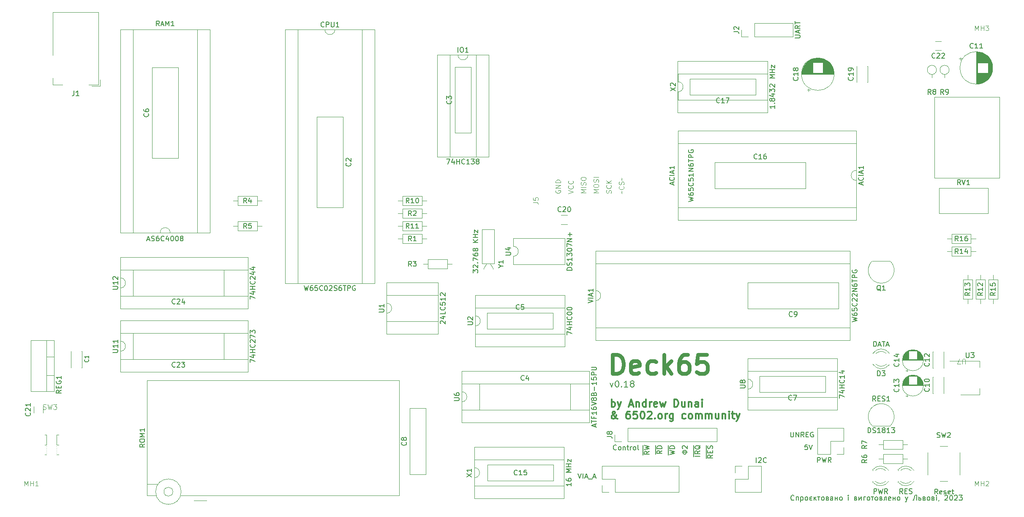
<source format=gbr>
%TF.GenerationSoftware,KiCad,Pcbnew,7.0.6*%
%TF.CreationDate,2023-07-23T01:50:47+03:00*%
%TF.ProjectId,main,6d61696e-2e6b-4696-9361-645f70636258,rev?*%
%TF.SameCoordinates,Original*%
%TF.FileFunction,Legend,Top*%
%TF.FilePolarity,Positive*%
%FSLAX46Y46*%
G04 Gerber Fmt 4.6, Leading zero omitted, Abs format (unit mm)*
G04 Created by KiCad (PCBNEW 7.0.6) date 2023-07-23 01:50:47*
%MOMM*%
%LPD*%
G01*
G04 APERTURE LIST*
%ADD10C,0.158750*%
%ADD11C,0.150000*%
%ADD12C,0.762000*%
%ADD13C,0.300000*%
%ADD14C,0.100000*%
%ADD15C,0.120000*%
G04 APERTURE END LIST*
D10*
X166661916Y11064995D02*
X166613535Y11016615D01*
X166613535Y11016615D02*
X166468392Y10968234D01*
X166468392Y10968234D02*
X166371630Y10968234D01*
X166371630Y10968234D02*
X166226487Y11016615D01*
X166226487Y11016615D02*
X166129725Y11113376D01*
X166129725Y11113376D02*
X166081344Y11210138D01*
X166081344Y11210138D02*
X166032963Y11403662D01*
X166032963Y11403662D02*
X166032963Y11548805D01*
X166032963Y11548805D02*
X166081344Y11742329D01*
X166081344Y11742329D02*
X166129725Y11839091D01*
X166129725Y11839091D02*
X166226487Y11935853D01*
X166226487Y11935853D02*
X166371630Y11984234D01*
X166371630Y11984234D02*
X166468392Y11984234D01*
X166468392Y11984234D02*
X166613535Y11935853D01*
X166613535Y11935853D02*
X166661916Y11887472D01*
X167097344Y10968234D02*
X167097344Y11645567D01*
X167097344Y11645567D02*
X167532773Y11645567D01*
X167532773Y11645567D02*
X167532773Y10968234D01*
X168016582Y11645567D02*
X168016582Y10629567D01*
X168016582Y11597186D02*
X168113344Y11645567D01*
X168113344Y11645567D02*
X168306868Y11645567D01*
X168306868Y11645567D02*
X168403630Y11597186D01*
X168403630Y11597186D02*
X168452011Y11548805D01*
X168452011Y11548805D02*
X168500392Y11452043D01*
X168500392Y11452043D02*
X168500392Y11161757D01*
X168500392Y11161757D02*
X168452011Y11064995D01*
X168452011Y11064995D02*
X168403630Y11016615D01*
X168403630Y11016615D02*
X168306868Y10968234D01*
X168306868Y10968234D02*
X168113344Y10968234D01*
X168113344Y10968234D02*
X168016582Y11016615D01*
X169080963Y10968234D02*
X168984201Y11016615D01*
X168984201Y11016615D02*
X168935820Y11064995D01*
X168935820Y11064995D02*
X168887439Y11161757D01*
X168887439Y11161757D02*
X168887439Y11452043D01*
X168887439Y11452043D02*
X168935820Y11548805D01*
X168935820Y11548805D02*
X168984201Y11597186D01*
X168984201Y11597186D02*
X169080963Y11645567D01*
X169080963Y11645567D02*
X169226106Y11645567D01*
X169226106Y11645567D02*
X169322868Y11597186D01*
X169322868Y11597186D02*
X169371249Y11548805D01*
X169371249Y11548805D02*
X169419630Y11452043D01*
X169419630Y11452043D02*
X169419630Y11161757D01*
X169419630Y11161757D02*
X169371249Y11064995D01*
X169371249Y11064995D02*
X169322868Y11016615D01*
X169322868Y11016615D02*
X169226106Y10968234D01*
X169226106Y10968234D02*
X169080963Y10968234D01*
X169806677Y11306900D02*
X170145344Y11306900D01*
X170290487Y11016615D02*
X170193725Y10968234D01*
X170193725Y10968234D02*
X170000201Y10968234D01*
X170000201Y10968234D02*
X169903439Y11016615D01*
X169903439Y11016615D02*
X169855058Y11064995D01*
X169855058Y11064995D02*
X169806677Y11161757D01*
X169806677Y11161757D02*
X169806677Y11452043D01*
X169806677Y11452043D02*
X169855058Y11548805D01*
X169855058Y11548805D02*
X169903439Y11597186D01*
X169903439Y11597186D02*
X170000201Y11645567D01*
X170000201Y11645567D02*
X170193725Y11645567D01*
X170193725Y11645567D02*
X170290487Y11597186D01*
X170725915Y11645567D02*
X170725915Y10968234D01*
X170822677Y11355281D02*
X171112963Y10968234D01*
X171112963Y11645567D02*
X170725915Y11258519D01*
X171403248Y11645567D02*
X171887058Y11645567D01*
X171645153Y11645567D02*
X171645153Y10968234D01*
X172370867Y10968234D02*
X172274105Y11016615D01*
X172274105Y11016615D02*
X172225724Y11064995D01*
X172225724Y11064995D02*
X172177343Y11161757D01*
X172177343Y11161757D02*
X172177343Y11452043D01*
X172177343Y11452043D02*
X172225724Y11548805D01*
X172225724Y11548805D02*
X172274105Y11597186D01*
X172274105Y11597186D02*
X172370867Y11645567D01*
X172370867Y11645567D02*
X172516010Y11645567D01*
X172516010Y11645567D02*
X172612772Y11597186D01*
X172612772Y11597186D02*
X172661153Y11548805D01*
X172661153Y11548805D02*
X172709534Y11452043D01*
X172709534Y11452043D02*
X172709534Y11161757D01*
X172709534Y11161757D02*
X172661153Y11064995D01*
X172661153Y11064995D02*
X172612772Y11016615D01*
X172612772Y11016615D02*
X172516010Y10968234D01*
X172516010Y10968234D02*
X172370867Y10968234D01*
X173386867Y11306900D02*
X173532010Y11258519D01*
X173532010Y11258519D02*
X173580391Y11161757D01*
X173580391Y11161757D02*
X173580391Y11113376D01*
X173580391Y11113376D02*
X173532010Y11016615D01*
X173532010Y11016615D02*
X173435248Y10968234D01*
X173435248Y10968234D02*
X173144962Y10968234D01*
X173144962Y10968234D02*
X173144962Y11645567D01*
X173144962Y11645567D02*
X173386867Y11645567D01*
X173386867Y11645567D02*
X173483629Y11597186D01*
X173483629Y11597186D02*
X173532010Y11500424D01*
X173532010Y11500424D02*
X173532010Y11452043D01*
X173532010Y11452043D02*
X173483629Y11355281D01*
X173483629Y11355281D02*
X173386867Y11306900D01*
X173386867Y11306900D02*
X173144962Y11306900D01*
X174451248Y10968234D02*
X174451248Y11500424D01*
X174451248Y11500424D02*
X174402867Y11597186D01*
X174402867Y11597186D02*
X174306105Y11645567D01*
X174306105Y11645567D02*
X174112581Y11645567D01*
X174112581Y11645567D02*
X174015819Y11597186D01*
X174451248Y11016615D02*
X174354486Y10968234D01*
X174354486Y10968234D02*
X174112581Y10968234D01*
X174112581Y10968234D02*
X174015819Y11016615D01*
X174015819Y11016615D02*
X173967438Y11113376D01*
X173967438Y11113376D02*
X173967438Y11210138D01*
X173967438Y11210138D02*
X174015819Y11306900D01*
X174015819Y11306900D02*
X174112581Y11355281D01*
X174112581Y11355281D02*
X174354486Y11355281D01*
X174354486Y11355281D02*
X174451248Y11403662D01*
X174935057Y11306900D02*
X175370486Y11306900D01*
X174935057Y11645567D02*
X174935057Y10968234D01*
X175370486Y11645567D02*
X175370486Y10968234D01*
X175999438Y10968234D02*
X175902676Y11016615D01*
X175902676Y11016615D02*
X175854295Y11064995D01*
X175854295Y11064995D02*
X175805914Y11161757D01*
X175805914Y11161757D02*
X175805914Y11452043D01*
X175805914Y11452043D02*
X175854295Y11548805D01*
X175854295Y11548805D02*
X175902676Y11597186D01*
X175902676Y11597186D02*
X175999438Y11645567D01*
X175999438Y11645567D02*
X176144581Y11645567D01*
X176144581Y11645567D02*
X176241343Y11597186D01*
X176241343Y11597186D02*
X176289724Y11548805D01*
X176289724Y11548805D02*
X176338105Y11452043D01*
X176338105Y11452043D02*
X176338105Y11161757D01*
X176338105Y11161757D02*
X176289724Y11064995D01*
X176289724Y11064995D02*
X176241343Y11016615D01*
X176241343Y11016615D02*
X176144581Y10968234D01*
X176144581Y10968234D02*
X175999438Y10968234D01*
X177547628Y10968234D02*
X177547628Y11645567D01*
X177547628Y11984234D02*
X177499247Y11935853D01*
X177499247Y11935853D02*
X177547628Y11887472D01*
X177547628Y11887472D02*
X177596009Y11935853D01*
X177596009Y11935853D02*
X177547628Y11984234D01*
X177547628Y11984234D02*
X177547628Y11887472D01*
X179047438Y11306900D02*
X179192581Y11258519D01*
X179192581Y11258519D02*
X179240962Y11161757D01*
X179240962Y11161757D02*
X179240962Y11113376D01*
X179240962Y11113376D02*
X179192581Y11016615D01*
X179192581Y11016615D02*
X179095819Y10968234D01*
X179095819Y10968234D02*
X178805533Y10968234D01*
X178805533Y10968234D02*
X178805533Y11645567D01*
X178805533Y11645567D02*
X179047438Y11645567D01*
X179047438Y11645567D02*
X179144200Y11597186D01*
X179144200Y11597186D02*
X179192581Y11500424D01*
X179192581Y11500424D02*
X179192581Y11452043D01*
X179192581Y11452043D02*
X179144200Y11355281D01*
X179144200Y11355281D02*
X179047438Y11306900D01*
X179047438Y11306900D02*
X178805533Y11306900D01*
X179676390Y11645567D02*
X179676390Y10968234D01*
X179676390Y10968234D02*
X180160200Y11645567D01*
X180160200Y11645567D02*
X180160200Y10968234D01*
X180644009Y10968234D02*
X180644009Y11645567D01*
X180644009Y11645567D02*
X181031057Y11645567D01*
X181514866Y10968234D02*
X181418104Y11016615D01*
X181418104Y11016615D02*
X181369723Y11064995D01*
X181369723Y11064995D02*
X181321342Y11161757D01*
X181321342Y11161757D02*
X181321342Y11452043D01*
X181321342Y11452043D02*
X181369723Y11548805D01*
X181369723Y11548805D02*
X181418104Y11597186D01*
X181418104Y11597186D02*
X181514866Y11645567D01*
X181514866Y11645567D02*
X181660009Y11645567D01*
X181660009Y11645567D02*
X181756771Y11597186D01*
X181756771Y11597186D02*
X181805152Y11548805D01*
X181805152Y11548805D02*
X181853533Y11452043D01*
X181853533Y11452043D02*
X181853533Y11161757D01*
X181853533Y11161757D02*
X181805152Y11064995D01*
X181805152Y11064995D02*
X181756771Y11016615D01*
X181756771Y11016615D02*
X181660009Y10968234D01*
X181660009Y10968234D02*
X181514866Y10968234D01*
X182143818Y11645567D02*
X182627628Y11645567D01*
X182385723Y11645567D02*
X182385723Y10968234D01*
X183111437Y10968234D02*
X183014675Y11016615D01*
X183014675Y11016615D02*
X182966294Y11064995D01*
X182966294Y11064995D02*
X182917913Y11161757D01*
X182917913Y11161757D02*
X182917913Y11452043D01*
X182917913Y11452043D02*
X182966294Y11548805D01*
X182966294Y11548805D02*
X183014675Y11597186D01*
X183014675Y11597186D02*
X183111437Y11645567D01*
X183111437Y11645567D02*
X183256580Y11645567D01*
X183256580Y11645567D02*
X183353342Y11597186D01*
X183353342Y11597186D02*
X183401723Y11548805D01*
X183401723Y11548805D02*
X183450104Y11452043D01*
X183450104Y11452043D02*
X183450104Y11161757D01*
X183450104Y11161757D02*
X183401723Y11064995D01*
X183401723Y11064995D02*
X183353342Y11016615D01*
X183353342Y11016615D02*
X183256580Y10968234D01*
X183256580Y10968234D02*
X183111437Y10968234D01*
X184127437Y11306900D02*
X184272580Y11258519D01*
X184272580Y11258519D02*
X184320961Y11161757D01*
X184320961Y11161757D02*
X184320961Y11113376D01*
X184320961Y11113376D02*
X184272580Y11016615D01*
X184272580Y11016615D02*
X184175818Y10968234D01*
X184175818Y10968234D02*
X183885532Y10968234D01*
X183885532Y10968234D02*
X183885532Y11645567D01*
X183885532Y11645567D02*
X184127437Y11645567D01*
X184127437Y11645567D02*
X184224199Y11597186D01*
X184224199Y11597186D02*
X184272580Y11500424D01*
X184272580Y11500424D02*
X184272580Y11452043D01*
X184272580Y11452043D02*
X184224199Y11355281D01*
X184224199Y11355281D02*
X184127437Y11306900D01*
X184127437Y11306900D02*
X183885532Y11306900D01*
X185143437Y10968234D02*
X185143437Y11645567D01*
X185143437Y11645567D02*
X184998294Y11645567D01*
X184998294Y11645567D02*
X184901532Y11597186D01*
X184901532Y11597186D02*
X184853151Y11500424D01*
X184853151Y11500424D02*
X184804770Y11113376D01*
X184804770Y11113376D02*
X184756389Y11016615D01*
X184756389Y11016615D02*
X184659627Y10968234D01*
X186014294Y11016615D02*
X185917532Y10968234D01*
X185917532Y10968234D02*
X185724008Y10968234D01*
X185724008Y10968234D02*
X185627246Y11016615D01*
X185627246Y11016615D02*
X185578865Y11113376D01*
X185578865Y11113376D02*
X185578865Y11500424D01*
X185578865Y11500424D02*
X185627246Y11597186D01*
X185627246Y11597186D02*
X185724008Y11645567D01*
X185724008Y11645567D02*
X185917532Y11645567D01*
X185917532Y11645567D02*
X186014294Y11597186D01*
X186014294Y11597186D02*
X186062675Y11500424D01*
X186062675Y11500424D02*
X186062675Y11403662D01*
X186062675Y11403662D02*
X185578865Y11306900D01*
X186498103Y11306900D02*
X186933532Y11306900D01*
X186498103Y11645567D02*
X186498103Y10968234D01*
X186933532Y11645567D02*
X186933532Y10968234D01*
X187562484Y10968234D02*
X187465722Y11016615D01*
X187465722Y11016615D02*
X187417341Y11064995D01*
X187417341Y11064995D02*
X187368960Y11161757D01*
X187368960Y11161757D02*
X187368960Y11452043D01*
X187368960Y11452043D02*
X187417341Y11548805D01*
X187417341Y11548805D02*
X187465722Y11597186D01*
X187465722Y11597186D02*
X187562484Y11645567D01*
X187562484Y11645567D02*
X187707627Y11645567D01*
X187707627Y11645567D02*
X187804389Y11597186D01*
X187804389Y11597186D02*
X187852770Y11548805D01*
X187852770Y11548805D02*
X187901151Y11452043D01*
X187901151Y11452043D02*
X187901151Y11161757D01*
X187901151Y11161757D02*
X187852770Y11064995D01*
X187852770Y11064995D02*
X187804389Y11016615D01*
X187804389Y11016615D02*
X187707627Y10968234D01*
X187707627Y10968234D02*
X187562484Y10968234D01*
X189013912Y11645567D02*
X189255817Y10968234D01*
X189497722Y11645567D02*
X189255817Y10968234D01*
X189255817Y10968234D02*
X189159055Y10726329D01*
X189159055Y10726329D02*
X189110674Y10677948D01*
X189110674Y10677948D02*
X189013912Y10629567D01*
X191239436Y10968234D02*
X191239436Y11984234D01*
X191239436Y11984234D02*
X191094293Y11984234D01*
X191094293Y11984234D02*
X190949150Y11935853D01*
X190949150Y11935853D02*
X190852388Y11839091D01*
X190852388Y11839091D02*
X190804007Y11693948D01*
X190804007Y11693948D02*
X190707245Y11113376D01*
X190707245Y11113376D02*
X190658864Y11016615D01*
X190658864Y11016615D02*
X190562102Y10968234D01*
X190562102Y10968234D02*
X190513721Y10968234D01*
X191723245Y11645567D02*
X191723245Y10968234D01*
X191723245Y10968234D02*
X191965150Y10968234D01*
X191965150Y10968234D02*
X192061912Y11016615D01*
X192061912Y11016615D02*
X192110293Y11113376D01*
X192110293Y11113376D02*
X192110293Y11258519D01*
X192110293Y11258519D02*
X192061912Y11355281D01*
X192061912Y11355281D02*
X191965150Y11403662D01*
X191965150Y11403662D02*
X191723245Y11403662D01*
X192787626Y11306900D02*
X192932769Y11258519D01*
X192932769Y11258519D02*
X192981150Y11161757D01*
X192981150Y11161757D02*
X192981150Y11113376D01*
X192981150Y11113376D02*
X192932769Y11016615D01*
X192932769Y11016615D02*
X192836007Y10968234D01*
X192836007Y10968234D02*
X192545721Y10968234D01*
X192545721Y10968234D02*
X192545721Y11645567D01*
X192545721Y11645567D02*
X192787626Y11645567D01*
X192787626Y11645567D02*
X192884388Y11597186D01*
X192884388Y11597186D02*
X192932769Y11500424D01*
X192932769Y11500424D02*
X192932769Y11452043D01*
X192932769Y11452043D02*
X192884388Y11355281D01*
X192884388Y11355281D02*
X192787626Y11306900D01*
X192787626Y11306900D02*
X192545721Y11306900D01*
X193561721Y10968234D02*
X193464959Y11016615D01*
X193464959Y11016615D02*
X193416578Y11064995D01*
X193416578Y11064995D02*
X193368197Y11161757D01*
X193368197Y11161757D02*
X193368197Y11452043D01*
X193368197Y11452043D02*
X193416578Y11548805D01*
X193416578Y11548805D02*
X193464959Y11597186D01*
X193464959Y11597186D02*
X193561721Y11645567D01*
X193561721Y11645567D02*
X193706864Y11645567D01*
X193706864Y11645567D02*
X193803626Y11597186D01*
X193803626Y11597186D02*
X193852007Y11548805D01*
X193852007Y11548805D02*
X193900388Y11452043D01*
X193900388Y11452043D02*
X193900388Y11161757D01*
X193900388Y11161757D02*
X193852007Y11064995D01*
X193852007Y11064995D02*
X193803626Y11016615D01*
X193803626Y11016615D02*
X193706864Y10968234D01*
X193706864Y10968234D02*
X193561721Y10968234D01*
X194577721Y11306900D02*
X194722864Y11258519D01*
X194722864Y11258519D02*
X194771245Y11161757D01*
X194771245Y11161757D02*
X194771245Y11113376D01*
X194771245Y11113376D02*
X194722864Y11016615D01*
X194722864Y11016615D02*
X194626102Y10968234D01*
X194626102Y10968234D02*
X194335816Y10968234D01*
X194335816Y10968234D02*
X194335816Y11645567D01*
X194335816Y11645567D02*
X194577721Y11645567D01*
X194577721Y11645567D02*
X194674483Y11597186D01*
X194674483Y11597186D02*
X194722864Y11500424D01*
X194722864Y11500424D02*
X194722864Y11452043D01*
X194722864Y11452043D02*
X194674483Y11355281D01*
X194674483Y11355281D02*
X194577721Y11306900D01*
X194577721Y11306900D02*
X194335816Y11306900D01*
X195206673Y10968234D02*
X195206673Y11645567D01*
X195206673Y11984234D02*
X195158292Y11935853D01*
X195158292Y11935853D02*
X195206673Y11887472D01*
X195206673Y11887472D02*
X195255054Y11935853D01*
X195255054Y11935853D02*
X195206673Y11984234D01*
X195206673Y11984234D02*
X195206673Y11887472D01*
X195738864Y11016615D02*
X195738864Y10968234D01*
X195738864Y10968234D02*
X195690483Y10871472D01*
X195690483Y10871472D02*
X195642102Y10823091D01*
X196900007Y11887472D02*
X196948388Y11935853D01*
X196948388Y11935853D02*
X197045150Y11984234D01*
X197045150Y11984234D02*
X197287055Y11984234D01*
X197287055Y11984234D02*
X197383817Y11935853D01*
X197383817Y11935853D02*
X197432198Y11887472D01*
X197432198Y11887472D02*
X197480579Y11790710D01*
X197480579Y11790710D02*
X197480579Y11693948D01*
X197480579Y11693948D02*
X197432198Y11548805D01*
X197432198Y11548805D02*
X196851626Y10968234D01*
X196851626Y10968234D02*
X197480579Y10968234D01*
X198109531Y11984234D02*
X198206293Y11984234D01*
X198206293Y11984234D02*
X198303055Y11935853D01*
X198303055Y11935853D02*
X198351436Y11887472D01*
X198351436Y11887472D02*
X198399817Y11790710D01*
X198399817Y11790710D02*
X198448198Y11597186D01*
X198448198Y11597186D02*
X198448198Y11355281D01*
X198448198Y11355281D02*
X198399817Y11161757D01*
X198399817Y11161757D02*
X198351436Y11064995D01*
X198351436Y11064995D02*
X198303055Y11016615D01*
X198303055Y11016615D02*
X198206293Y10968234D01*
X198206293Y10968234D02*
X198109531Y10968234D01*
X198109531Y10968234D02*
X198012769Y11016615D01*
X198012769Y11016615D02*
X197964388Y11064995D01*
X197964388Y11064995D02*
X197916007Y11161757D01*
X197916007Y11161757D02*
X197867626Y11355281D01*
X197867626Y11355281D02*
X197867626Y11597186D01*
X197867626Y11597186D02*
X197916007Y11790710D01*
X197916007Y11790710D02*
X197964388Y11887472D01*
X197964388Y11887472D02*
X198012769Y11935853D01*
X198012769Y11935853D02*
X198109531Y11984234D01*
X198835245Y11887472D02*
X198883626Y11935853D01*
X198883626Y11935853D02*
X198980388Y11984234D01*
X198980388Y11984234D02*
X199222293Y11984234D01*
X199222293Y11984234D02*
X199319055Y11935853D01*
X199319055Y11935853D02*
X199367436Y11887472D01*
X199367436Y11887472D02*
X199415817Y11790710D01*
X199415817Y11790710D02*
X199415817Y11693948D01*
X199415817Y11693948D02*
X199367436Y11548805D01*
X199367436Y11548805D02*
X198786864Y10968234D01*
X198786864Y10968234D02*
X199415817Y10968234D01*
X199754483Y11984234D02*
X200383436Y11984234D01*
X200383436Y11984234D02*
X200044769Y11597186D01*
X200044769Y11597186D02*
X200189912Y11597186D01*
X200189912Y11597186D02*
X200286674Y11548805D01*
X200286674Y11548805D02*
X200335055Y11500424D01*
X200335055Y11500424D02*
X200383436Y11403662D01*
X200383436Y11403662D02*
X200383436Y11161757D01*
X200383436Y11161757D02*
X200335055Y11064995D01*
X200335055Y11064995D02*
X200286674Y11016615D01*
X200286674Y11016615D02*
X200189912Y10968234D01*
X200189912Y10968234D02*
X199899626Y10968234D01*
X199899626Y10968234D02*
X199802864Y11016615D01*
X199802864Y11016615D02*
X199754483Y11064995D01*
D11*
X137664819Y20792982D02*
X137188628Y20459649D01*
X137664819Y20221554D02*
X136664819Y20221554D01*
X136664819Y20221554D02*
X136664819Y20602506D01*
X136664819Y20602506D02*
X136712438Y20697744D01*
X136712438Y20697744D02*
X136760057Y20745363D01*
X136760057Y20745363D02*
X136855295Y20792982D01*
X136855295Y20792982D02*
X136998152Y20792982D01*
X136998152Y20792982D02*
X137093390Y20745363D01*
X137093390Y20745363D02*
X137141009Y20697744D01*
X137141009Y20697744D02*
X137188628Y20602506D01*
X137188628Y20602506D02*
X137188628Y20221554D01*
X136664819Y21126316D02*
X137664819Y21364411D01*
X137664819Y21364411D02*
X136950533Y21554887D01*
X136950533Y21554887D02*
X137664819Y21745363D01*
X137664819Y21745363D02*
X136664819Y21983459D01*
X136387200Y20083459D02*
X136387200Y22026316D01*
X159116779Y18545180D02*
X159116779Y19545180D01*
X159545350Y19449942D02*
X159592969Y19497561D01*
X159592969Y19497561D02*
X159688207Y19545180D01*
X159688207Y19545180D02*
X159926302Y19545180D01*
X159926302Y19545180D02*
X160021540Y19497561D01*
X160021540Y19497561D02*
X160069159Y19449942D01*
X160069159Y19449942D02*
X160116778Y19354704D01*
X160116778Y19354704D02*
X160116778Y19259466D01*
X160116778Y19259466D02*
X160069159Y19116609D01*
X160069159Y19116609D02*
X159497731Y18545180D01*
X159497731Y18545180D02*
X160116778Y18545180D01*
X161116778Y18640419D02*
X161069159Y18592800D01*
X161069159Y18592800D02*
X160926302Y18545180D01*
X160926302Y18545180D02*
X160831064Y18545180D01*
X160831064Y18545180D02*
X160688207Y18592800D01*
X160688207Y18592800D02*
X160592969Y18688038D01*
X160592969Y18688038D02*
X160545350Y18783276D01*
X160545350Y18783276D02*
X160497731Y18973752D01*
X160497731Y18973752D02*
X160497731Y19116609D01*
X160497731Y19116609D02*
X160545350Y19307085D01*
X160545350Y19307085D02*
X160592969Y19402323D01*
X160592969Y19402323D02*
X160688207Y19497561D01*
X160688207Y19497561D02*
X160831064Y19545180D01*
X160831064Y19545180D02*
X160926302Y19545180D01*
X160926302Y19545180D02*
X161069159Y19497561D01*
X161069159Y19497561D02*
X161116778Y19449942D01*
X131083207Y21180419D02*
X131035588Y21132800D01*
X131035588Y21132800D02*
X130892731Y21085180D01*
X130892731Y21085180D02*
X130797493Y21085180D01*
X130797493Y21085180D02*
X130654636Y21132800D01*
X130654636Y21132800D02*
X130559398Y21228038D01*
X130559398Y21228038D02*
X130511779Y21323276D01*
X130511779Y21323276D02*
X130464160Y21513752D01*
X130464160Y21513752D02*
X130464160Y21656609D01*
X130464160Y21656609D02*
X130511779Y21847085D01*
X130511779Y21847085D02*
X130559398Y21942323D01*
X130559398Y21942323D02*
X130654636Y22037561D01*
X130654636Y22037561D02*
X130797493Y22085180D01*
X130797493Y22085180D02*
X130892731Y22085180D01*
X130892731Y22085180D02*
X131035588Y22037561D01*
X131035588Y22037561D02*
X131083207Y21989942D01*
X131654636Y21085180D02*
X131559398Y21132800D01*
X131559398Y21132800D02*
X131511779Y21180419D01*
X131511779Y21180419D02*
X131464160Y21275657D01*
X131464160Y21275657D02*
X131464160Y21561371D01*
X131464160Y21561371D02*
X131511779Y21656609D01*
X131511779Y21656609D02*
X131559398Y21704228D01*
X131559398Y21704228D02*
X131654636Y21751847D01*
X131654636Y21751847D02*
X131797493Y21751847D01*
X131797493Y21751847D02*
X131892731Y21704228D01*
X131892731Y21704228D02*
X131940350Y21656609D01*
X131940350Y21656609D02*
X131987969Y21561371D01*
X131987969Y21561371D02*
X131987969Y21275657D01*
X131987969Y21275657D02*
X131940350Y21180419D01*
X131940350Y21180419D02*
X131892731Y21132800D01*
X131892731Y21132800D02*
X131797493Y21085180D01*
X131797493Y21085180D02*
X131654636Y21085180D01*
X132416541Y21751847D02*
X132416541Y21085180D01*
X132416541Y21656609D02*
X132464160Y21704228D01*
X132464160Y21704228D02*
X132559398Y21751847D01*
X132559398Y21751847D02*
X132702255Y21751847D01*
X132702255Y21751847D02*
X132797493Y21704228D01*
X132797493Y21704228D02*
X132845112Y21608990D01*
X132845112Y21608990D02*
X132845112Y21085180D01*
X133178446Y21751847D02*
X133559398Y21751847D01*
X133321303Y22085180D02*
X133321303Y21228038D01*
X133321303Y21228038D02*
X133368922Y21132800D01*
X133368922Y21132800D02*
X133464160Y21085180D01*
X133464160Y21085180D02*
X133559398Y21085180D01*
X133892732Y21085180D02*
X133892732Y21751847D01*
X133892732Y21561371D02*
X133940351Y21656609D01*
X133940351Y21656609D02*
X133987970Y21704228D01*
X133987970Y21704228D02*
X134083208Y21751847D01*
X134083208Y21751847D02*
X134178446Y21751847D01*
X134654637Y21085180D02*
X134559399Y21132800D01*
X134559399Y21132800D02*
X134511780Y21180419D01*
X134511780Y21180419D02*
X134464161Y21275657D01*
X134464161Y21275657D02*
X134464161Y21561371D01*
X134464161Y21561371D02*
X134511780Y21656609D01*
X134511780Y21656609D02*
X134559399Y21704228D01*
X134559399Y21704228D02*
X134654637Y21751847D01*
X134654637Y21751847D02*
X134797494Y21751847D01*
X134797494Y21751847D02*
X134892732Y21704228D01*
X134892732Y21704228D02*
X134940351Y21656609D01*
X134940351Y21656609D02*
X134987970Y21561371D01*
X134987970Y21561371D02*
X134987970Y21275657D01*
X134987970Y21275657D02*
X134940351Y21180419D01*
X134940351Y21180419D02*
X134892732Y21132800D01*
X134892732Y21132800D02*
X134797494Y21085180D01*
X134797494Y21085180D02*
X134654637Y21085180D01*
X135559399Y21085180D02*
X135464161Y21132800D01*
X135464161Y21132800D02*
X135416542Y21228038D01*
X135416542Y21228038D02*
X135416542Y22085180D01*
X141744819Y20126316D02*
X142744819Y20364411D01*
X142744819Y20364411D02*
X142030533Y20554887D01*
X142030533Y20554887D02*
X142744819Y20745363D01*
X142744819Y20745363D02*
X141744819Y20983459D01*
X142744819Y21364411D02*
X141744819Y21364411D01*
X141744819Y21364411D02*
X141744819Y21602506D01*
X141744819Y21602506D02*
X141792438Y21745363D01*
X141792438Y21745363D02*
X141887676Y21840601D01*
X141887676Y21840601D02*
X141982914Y21888220D01*
X141982914Y21888220D02*
X142173390Y21935839D01*
X142173390Y21935839D02*
X142316247Y21935839D01*
X142316247Y21935839D02*
X142506723Y21888220D01*
X142506723Y21888220D02*
X142601961Y21840601D01*
X142601961Y21840601D02*
X142697200Y21745363D01*
X142697200Y21745363D02*
X142744819Y21602506D01*
X142744819Y21602506D02*
X142744819Y21364411D01*
X141467200Y20083459D02*
X141467200Y22026316D01*
D12*
X130313457Y36377045D02*
X130313457Y40187045D01*
X130313457Y40187045D02*
X131220600Y40187045D01*
X131220600Y40187045D02*
X131764886Y40005616D01*
X131764886Y40005616D02*
X132127743Y39642759D01*
X132127743Y39642759D02*
X132309172Y39279902D01*
X132309172Y39279902D02*
X132490600Y38554188D01*
X132490600Y38554188D02*
X132490600Y38009902D01*
X132490600Y38009902D02*
X132309172Y37284188D01*
X132309172Y37284188D02*
X132127743Y36921331D01*
X132127743Y36921331D02*
X131764886Y36558474D01*
X131764886Y36558474D02*
X131220600Y36377045D01*
X131220600Y36377045D02*
X130313457Y36377045D01*
X135574886Y36558474D02*
X135212029Y36377045D01*
X135212029Y36377045D02*
X134486315Y36377045D01*
X134486315Y36377045D02*
X134123457Y36558474D01*
X134123457Y36558474D02*
X133942029Y36921331D01*
X133942029Y36921331D02*
X133942029Y38372759D01*
X133942029Y38372759D02*
X134123457Y38735616D01*
X134123457Y38735616D02*
X134486315Y38917045D01*
X134486315Y38917045D02*
X135212029Y38917045D01*
X135212029Y38917045D02*
X135574886Y38735616D01*
X135574886Y38735616D02*
X135756315Y38372759D01*
X135756315Y38372759D02*
X135756315Y38009902D01*
X135756315Y38009902D02*
X133942029Y37647045D01*
X139022029Y36558474D02*
X138659171Y36377045D01*
X138659171Y36377045D02*
X137933457Y36377045D01*
X137933457Y36377045D02*
X137570600Y36558474D01*
X137570600Y36558474D02*
X137389171Y36739902D01*
X137389171Y36739902D02*
X137207743Y37102759D01*
X137207743Y37102759D02*
X137207743Y38191331D01*
X137207743Y38191331D02*
X137389171Y38554188D01*
X137389171Y38554188D02*
X137570600Y38735616D01*
X137570600Y38735616D02*
X137933457Y38917045D01*
X137933457Y38917045D02*
X138659171Y38917045D01*
X138659171Y38917045D02*
X139022029Y38735616D01*
X140654885Y36377045D02*
X140654885Y40187045D01*
X141017743Y37828474D02*
X142106314Y36377045D01*
X142106314Y38917045D02*
X140654885Y37465616D01*
X145372029Y40187045D02*
X144646314Y40187045D01*
X144646314Y40187045D02*
X144283457Y40005616D01*
X144283457Y40005616D02*
X144102029Y39824188D01*
X144102029Y39824188D02*
X143739171Y39279902D01*
X143739171Y39279902D02*
X143557743Y38554188D01*
X143557743Y38554188D02*
X143557743Y37102759D01*
X143557743Y37102759D02*
X143739171Y36739902D01*
X143739171Y36739902D02*
X143920600Y36558474D01*
X143920600Y36558474D02*
X144283457Y36377045D01*
X144283457Y36377045D02*
X145009171Y36377045D01*
X145009171Y36377045D02*
X145372029Y36558474D01*
X145372029Y36558474D02*
X145553457Y36739902D01*
X145553457Y36739902D02*
X145734886Y37102759D01*
X145734886Y37102759D02*
X145734886Y38009902D01*
X145734886Y38009902D02*
X145553457Y38372759D01*
X145553457Y38372759D02*
X145372029Y38554188D01*
X145372029Y38554188D02*
X145009171Y38735616D01*
X145009171Y38735616D02*
X144283457Y38735616D01*
X144283457Y38735616D02*
X143920600Y38554188D01*
X143920600Y38554188D02*
X143739171Y38372759D01*
X143739171Y38372759D02*
X143557743Y38009902D01*
X149182028Y40187045D02*
X147367742Y40187045D01*
X147367742Y40187045D02*
X147186314Y38372759D01*
X147186314Y38372759D02*
X147367742Y38554188D01*
X147367742Y38554188D02*
X147730600Y38735616D01*
X147730600Y38735616D02*
X148637742Y38735616D01*
X148637742Y38735616D02*
X149000600Y38554188D01*
X149000600Y38554188D02*
X149182028Y38372759D01*
X149182028Y38372759D02*
X149363457Y38009902D01*
X149363457Y38009902D02*
X149363457Y37102759D01*
X149363457Y37102759D02*
X149182028Y36739902D01*
X149182028Y36739902D02*
X149000600Y36558474D01*
X149000600Y36558474D02*
X148637742Y36377045D01*
X148637742Y36377045D02*
X147730600Y36377045D01*
X147730600Y36377045D02*
X147367742Y36558474D01*
X147367742Y36558474D02*
X147186314Y36739902D01*
D11*
X147824819Y19840602D02*
X146824819Y19840602D01*
X147824819Y20888220D02*
X147348628Y20554887D01*
X147824819Y20316792D02*
X146824819Y20316792D01*
X146824819Y20316792D02*
X146824819Y20697744D01*
X146824819Y20697744D02*
X146872438Y20792982D01*
X146872438Y20792982D02*
X146920057Y20840601D01*
X146920057Y20840601D02*
X147015295Y20888220D01*
X147015295Y20888220D02*
X147158152Y20888220D01*
X147158152Y20888220D02*
X147253390Y20840601D01*
X147253390Y20840601D02*
X147301009Y20792982D01*
X147301009Y20792982D02*
X147348628Y20697744D01*
X147348628Y20697744D02*
X147348628Y20316792D01*
X147920057Y21983458D02*
X147872438Y21888220D01*
X147872438Y21888220D02*
X147777200Y21792982D01*
X147777200Y21792982D02*
X147634342Y21650125D01*
X147634342Y21650125D02*
X147586723Y21554887D01*
X147586723Y21554887D02*
X147586723Y21459649D01*
X147824819Y21507268D02*
X147777200Y21412030D01*
X147777200Y21412030D02*
X147681961Y21316792D01*
X147681961Y21316792D02*
X147491485Y21269173D01*
X147491485Y21269173D02*
X147158152Y21269173D01*
X147158152Y21269173D02*
X146967676Y21316792D01*
X146967676Y21316792D02*
X146872438Y21412030D01*
X146872438Y21412030D02*
X146824819Y21507268D01*
X146824819Y21507268D02*
X146824819Y21697744D01*
X146824819Y21697744D02*
X146872438Y21792982D01*
X146872438Y21792982D02*
X146967676Y21888220D01*
X146967676Y21888220D02*
X147158152Y21935839D01*
X147158152Y21935839D02*
X147491485Y21935839D01*
X147491485Y21935839D02*
X147681961Y21888220D01*
X147681961Y21888220D02*
X147777200Y21792982D01*
X147777200Y21792982D02*
X147824819Y21697744D01*
X147824819Y21697744D02*
X147824819Y21507268D01*
X146547200Y19702507D02*
X146547200Y22026316D01*
X182692667Y12310180D02*
X182692667Y13310180D01*
X182692667Y13310180D02*
X183073619Y13310180D01*
X183073619Y13310180D02*
X183168857Y13262561D01*
X183168857Y13262561D02*
X183216476Y13214942D01*
X183216476Y13214942D02*
X183264095Y13119704D01*
X183264095Y13119704D02*
X183264095Y12976847D01*
X183264095Y12976847D02*
X183216476Y12881609D01*
X183216476Y12881609D02*
X183168857Y12833990D01*
X183168857Y12833990D02*
X183073619Y12786371D01*
X183073619Y12786371D02*
X182692667Y12786371D01*
X183597429Y13310180D02*
X183835524Y12310180D01*
X183835524Y12310180D02*
X184026000Y13024466D01*
X184026000Y13024466D02*
X184216476Y12310180D01*
X184216476Y12310180D02*
X184454572Y13310180D01*
X185406952Y12310180D02*
X185073619Y12786371D01*
X184835524Y12310180D02*
X184835524Y13310180D01*
X184835524Y13310180D02*
X185216476Y13310180D01*
X185216476Y13310180D02*
X185311714Y13262561D01*
X185311714Y13262561D02*
X185359333Y13214942D01*
X185359333Y13214942D02*
X185406952Y13119704D01*
X185406952Y13119704D02*
X185406952Y12976847D01*
X185406952Y12976847D02*
X185359333Y12881609D01*
X185359333Y12881609D02*
X185311714Y12833990D01*
X185311714Y12833990D02*
X185216476Y12786371D01*
X185216476Y12786371D02*
X184835524Y12786371D01*
X188486952Y12310180D02*
X188153619Y12786371D01*
X187915524Y12310180D02*
X187915524Y13310180D01*
X187915524Y13310180D02*
X188296476Y13310180D01*
X188296476Y13310180D02*
X188391714Y13262561D01*
X188391714Y13262561D02*
X188439333Y13214942D01*
X188439333Y13214942D02*
X188486952Y13119704D01*
X188486952Y13119704D02*
X188486952Y12976847D01*
X188486952Y12976847D02*
X188439333Y12881609D01*
X188439333Y12881609D02*
X188391714Y12833990D01*
X188391714Y12833990D02*
X188296476Y12786371D01*
X188296476Y12786371D02*
X187915524Y12786371D01*
X188915524Y12833990D02*
X189248857Y12833990D01*
X189391714Y12310180D02*
X188915524Y12310180D01*
X188915524Y12310180D02*
X188915524Y13310180D01*
X188915524Y13310180D02*
X189391714Y13310180D01*
X189772667Y12357800D02*
X189915524Y12310180D01*
X189915524Y12310180D02*
X190153619Y12310180D01*
X190153619Y12310180D02*
X190248857Y12357800D01*
X190248857Y12357800D02*
X190296476Y12405419D01*
X190296476Y12405419D02*
X190344095Y12500657D01*
X190344095Y12500657D02*
X190344095Y12595895D01*
X190344095Y12595895D02*
X190296476Y12691133D01*
X190296476Y12691133D02*
X190248857Y12738752D01*
X190248857Y12738752D02*
X190153619Y12786371D01*
X190153619Y12786371D02*
X189963143Y12833990D01*
X189963143Y12833990D02*
X189867905Y12881609D01*
X189867905Y12881609D02*
X189820286Y12929228D01*
X189820286Y12929228D02*
X189772667Y13024466D01*
X189772667Y13024466D02*
X189772667Y13119704D01*
X189772667Y13119704D02*
X189820286Y13214942D01*
X189820286Y13214942D02*
X189867905Y13262561D01*
X189867905Y13262561D02*
X189963143Y13310180D01*
X189963143Y13310180D02*
X190201238Y13310180D01*
X190201238Y13310180D02*
X190344095Y13262561D01*
D10*
X129825868Y34557395D02*
X130128249Y33710728D01*
X130128249Y33710728D02*
X130430630Y34557395D01*
X131156344Y34980728D02*
X131277297Y34980728D01*
X131277297Y34980728D02*
X131398249Y34920252D01*
X131398249Y34920252D02*
X131458725Y34859776D01*
X131458725Y34859776D02*
X131519201Y34738824D01*
X131519201Y34738824D02*
X131579678Y34496919D01*
X131579678Y34496919D02*
X131579678Y34194538D01*
X131579678Y34194538D02*
X131519201Y33952633D01*
X131519201Y33952633D02*
X131458725Y33831681D01*
X131458725Y33831681D02*
X131398249Y33771205D01*
X131398249Y33771205D02*
X131277297Y33710728D01*
X131277297Y33710728D02*
X131156344Y33710728D01*
X131156344Y33710728D02*
X131035392Y33771205D01*
X131035392Y33771205D02*
X130974916Y33831681D01*
X130974916Y33831681D02*
X130914439Y33952633D01*
X130914439Y33952633D02*
X130853963Y34194538D01*
X130853963Y34194538D02*
X130853963Y34496919D01*
X130853963Y34496919D02*
X130914439Y34738824D01*
X130914439Y34738824D02*
X130974916Y34859776D01*
X130974916Y34859776D02*
X131035392Y34920252D01*
X131035392Y34920252D02*
X131156344Y34980728D01*
X132123963Y33831681D02*
X132184440Y33771205D01*
X132184440Y33771205D02*
X132123963Y33710728D01*
X132123963Y33710728D02*
X132063487Y33771205D01*
X132063487Y33771205D02*
X132123963Y33831681D01*
X132123963Y33831681D02*
X132123963Y33710728D01*
X133393964Y33710728D02*
X132668249Y33710728D01*
X133031106Y33710728D02*
X133031106Y34980728D01*
X133031106Y34980728D02*
X132910154Y34799300D01*
X132910154Y34799300D02*
X132789202Y34678347D01*
X132789202Y34678347D02*
X132668249Y34617871D01*
X134119678Y34436443D02*
X133998726Y34496919D01*
X133998726Y34496919D02*
X133938249Y34557395D01*
X133938249Y34557395D02*
X133877773Y34678347D01*
X133877773Y34678347D02*
X133877773Y34738824D01*
X133877773Y34738824D02*
X133938249Y34859776D01*
X133938249Y34859776D02*
X133998726Y34920252D01*
X133998726Y34920252D02*
X134119678Y34980728D01*
X134119678Y34980728D02*
X134361583Y34980728D01*
X134361583Y34980728D02*
X134482535Y34920252D01*
X134482535Y34920252D02*
X134543011Y34859776D01*
X134543011Y34859776D02*
X134603488Y34738824D01*
X134603488Y34738824D02*
X134603488Y34678347D01*
X134603488Y34678347D02*
X134543011Y34557395D01*
X134543011Y34557395D02*
X134482535Y34496919D01*
X134482535Y34496919D02*
X134361583Y34436443D01*
X134361583Y34436443D02*
X134119678Y34436443D01*
X134119678Y34436443D02*
X133998726Y34375966D01*
X133998726Y34375966D02*
X133938249Y34315490D01*
X133938249Y34315490D02*
X133877773Y34194538D01*
X133877773Y34194538D02*
X133877773Y33952633D01*
X133877773Y33952633D02*
X133938249Y33831681D01*
X133938249Y33831681D02*
X133998726Y33771205D01*
X133998726Y33771205D02*
X134119678Y33710728D01*
X134119678Y33710728D02*
X134361583Y33710728D01*
X134361583Y33710728D02*
X134482535Y33771205D01*
X134482535Y33771205D02*
X134543011Y33831681D01*
X134543011Y33831681D02*
X134603488Y33952633D01*
X134603488Y33952633D02*
X134603488Y34194538D01*
X134603488Y34194538D02*
X134543011Y34315490D01*
X134543011Y34315490D02*
X134482535Y34375966D01*
X134482535Y34375966D02*
X134361583Y34436443D01*
D11*
X140204819Y20935839D02*
X139728628Y20602506D01*
X140204819Y20364411D02*
X139204819Y20364411D01*
X139204819Y20364411D02*
X139204819Y20745363D01*
X139204819Y20745363D02*
X139252438Y20840601D01*
X139252438Y20840601D02*
X139300057Y20888220D01*
X139300057Y20888220D02*
X139395295Y20935839D01*
X139395295Y20935839D02*
X139538152Y20935839D01*
X139538152Y20935839D02*
X139633390Y20888220D01*
X139633390Y20888220D02*
X139681009Y20840601D01*
X139681009Y20840601D02*
X139728628Y20745363D01*
X139728628Y20745363D02*
X139728628Y20364411D01*
X140204819Y21364411D02*
X139204819Y21364411D01*
X139204819Y21364411D02*
X139204819Y21602506D01*
X139204819Y21602506D02*
X139252438Y21745363D01*
X139252438Y21745363D02*
X139347676Y21840601D01*
X139347676Y21840601D02*
X139442914Y21888220D01*
X139442914Y21888220D02*
X139633390Y21935839D01*
X139633390Y21935839D02*
X139776247Y21935839D01*
X139776247Y21935839D02*
X139966723Y21888220D01*
X139966723Y21888220D02*
X140061961Y21840601D01*
X140061961Y21840601D02*
X140157200Y21745363D01*
X140157200Y21745363D02*
X140204819Y21602506D01*
X140204819Y21602506D02*
X140204819Y21364411D01*
X138927200Y20226316D02*
X138927200Y22026316D01*
X145284819Y20650125D02*
X144284819Y20650125D01*
X144427676Y20554887D02*
X144427676Y20745363D01*
X144427676Y20745363D02*
X144475295Y20888220D01*
X144475295Y20888220D02*
X144570533Y20983458D01*
X144570533Y20983458D02*
X144665771Y21031077D01*
X144665771Y21031077D02*
X144856247Y21031077D01*
X144856247Y21031077D02*
X144951485Y20983458D01*
X144951485Y20983458D02*
X145046723Y20888220D01*
X145046723Y20888220D02*
X145094342Y20745363D01*
X145094342Y20745363D02*
X145094342Y20554887D01*
X145094342Y20554887D02*
X145046723Y20412030D01*
X145046723Y20412030D02*
X144951485Y20316792D01*
X144951485Y20316792D02*
X144856247Y20269173D01*
X144856247Y20269173D02*
X144665771Y20269173D01*
X144665771Y20269173D02*
X144570533Y20316792D01*
X144570533Y20316792D02*
X144475295Y20412030D01*
X144475295Y20412030D02*
X144427676Y20554887D01*
X144380057Y21364411D02*
X144332438Y21412030D01*
X144332438Y21412030D02*
X144284819Y21507268D01*
X144284819Y21507268D02*
X144284819Y21745363D01*
X144284819Y21745363D02*
X144332438Y21840601D01*
X144332438Y21840601D02*
X144380057Y21888220D01*
X144380057Y21888220D02*
X144475295Y21935839D01*
X144475295Y21935839D02*
X144570533Y21935839D01*
X144570533Y21935839D02*
X144713390Y21888220D01*
X144713390Y21888220D02*
X145284819Y21316792D01*
X145284819Y21316792D02*
X145284819Y21935839D01*
X123383922Y16370180D02*
X123717255Y15370180D01*
X123717255Y15370180D02*
X124050588Y16370180D01*
X124383922Y15370180D02*
X124383922Y16370180D01*
X124812493Y15655895D02*
X125288683Y15655895D01*
X124717255Y15370180D02*
X125050588Y16370180D01*
X125050588Y16370180D02*
X125383921Y15370180D01*
X125479160Y15274942D02*
X126241064Y15274942D01*
X126431541Y15655895D02*
X126907731Y15655895D01*
X126336303Y15370180D02*
X126669636Y16370180D01*
X126669636Y16370180D02*
X127002969Y15370180D01*
X195487904Y12235180D02*
X195154571Y12711371D01*
X194916476Y12235180D02*
X194916476Y13235180D01*
X194916476Y13235180D02*
X195297428Y13235180D01*
X195297428Y13235180D02*
X195392666Y13187561D01*
X195392666Y13187561D02*
X195440285Y13139942D01*
X195440285Y13139942D02*
X195487904Y13044704D01*
X195487904Y13044704D02*
X195487904Y12901847D01*
X195487904Y12901847D02*
X195440285Y12806609D01*
X195440285Y12806609D02*
X195392666Y12758990D01*
X195392666Y12758990D02*
X195297428Y12711371D01*
X195297428Y12711371D02*
X194916476Y12711371D01*
X196297428Y12282800D02*
X196202190Y12235180D01*
X196202190Y12235180D02*
X196011714Y12235180D01*
X196011714Y12235180D02*
X195916476Y12282800D01*
X195916476Y12282800D02*
X195868857Y12378038D01*
X195868857Y12378038D02*
X195868857Y12758990D01*
X195868857Y12758990D02*
X195916476Y12854228D01*
X195916476Y12854228D02*
X196011714Y12901847D01*
X196011714Y12901847D02*
X196202190Y12901847D01*
X196202190Y12901847D02*
X196297428Y12854228D01*
X196297428Y12854228D02*
X196345047Y12758990D01*
X196345047Y12758990D02*
X196345047Y12663752D01*
X196345047Y12663752D02*
X195868857Y12568514D01*
X196726000Y12282800D02*
X196821238Y12235180D01*
X196821238Y12235180D02*
X197011714Y12235180D01*
X197011714Y12235180D02*
X197106952Y12282800D01*
X197106952Y12282800D02*
X197154571Y12378038D01*
X197154571Y12378038D02*
X197154571Y12425657D01*
X197154571Y12425657D02*
X197106952Y12520895D01*
X197106952Y12520895D02*
X197011714Y12568514D01*
X197011714Y12568514D02*
X196868857Y12568514D01*
X196868857Y12568514D02*
X196773619Y12616133D01*
X196773619Y12616133D02*
X196726000Y12711371D01*
X196726000Y12711371D02*
X196726000Y12758990D01*
X196726000Y12758990D02*
X196773619Y12854228D01*
X196773619Y12854228D02*
X196868857Y12901847D01*
X196868857Y12901847D02*
X197011714Y12901847D01*
X197011714Y12901847D02*
X197106952Y12854228D01*
X197964095Y12282800D02*
X197868857Y12235180D01*
X197868857Y12235180D02*
X197678381Y12235180D01*
X197678381Y12235180D02*
X197583143Y12282800D01*
X197583143Y12282800D02*
X197535524Y12378038D01*
X197535524Y12378038D02*
X197535524Y12758990D01*
X197535524Y12758990D02*
X197583143Y12854228D01*
X197583143Y12854228D02*
X197678381Y12901847D01*
X197678381Y12901847D02*
X197868857Y12901847D01*
X197868857Y12901847D02*
X197964095Y12854228D01*
X197964095Y12854228D02*
X198011714Y12758990D01*
X198011714Y12758990D02*
X198011714Y12663752D01*
X198011714Y12663752D02*
X197535524Y12568514D01*
X198297429Y12901847D02*
X198678381Y12901847D01*
X198440286Y13235180D02*
X198440286Y12378038D01*
X198440286Y12378038D02*
X198487905Y12282800D01*
X198487905Y12282800D02*
X198583143Y12235180D01*
X198583143Y12235180D02*
X198678381Y12235180D01*
X150364819Y20078696D02*
X149888628Y19745363D01*
X150364819Y19507268D02*
X149364819Y19507268D01*
X149364819Y19507268D02*
X149364819Y19888220D01*
X149364819Y19888220D02*
X149412438Y19983458D01*
X149412438Y19983458D02*
X149460057Y20031077D01*
X149460057Y20031077D02*
X149555295Y20078696D01*
X149555295Y20078696D02*
X149698152Y20078696D01*
X149698152Y20078696D02*
X149793390Y20031077D01*
X149793390Y20031077D02*
X149841009Y19983458D01*
X149841009Y19983458D02*
X149888628Y19888220D01*
X149888628Y19888220D02*
X149888628Y19507268D01*
X149841009Y20507268D02*
X149841009Y20840601D01*
X150364819Y20983458D02*
X150364819Y20507268D01*
X150364819Y20507268D02*
X149364819Y20507268D01*
X149364819Y20507268D02*
X149364819Y20983458D01*
X150317200Y21364411D02*
X150364819Y21507268D01*
X150364819Y21507268D02*
X150364819Y21745363D01*
X150364819Y21745363D02*
X150317200Y21840601D01*
X150317200Y21840601D02*
X150269580Y21888220D01*
X150269580Y21888220D02*
X150174342Y21935839D01*
X150174342Y21935839D02*
X150079104Y21935839D01*
X150079104Y21935839D02*
X149983866Y21888220D01*
X149983866Y21888220D02*
X149936247Y21840601D01*
X149936247Y21840601D02*
X149888628Y21745363D01*
X149888628Y21745363D02*
X149841009Y21554887D01*
X149841009Y21554887D02*
X149793390Y21459649D01*
X149793390Y21459649D02*
X149745771Y21412030D01*
X149745771Y21412030D02*
X149650533Y21364411D01*
X149650533Y21364411D02*
X149555295Y21364411D01*
X149555295Y21364411D02*
X149460057Y21412030D01*
X149460057Y21412030D02*
X149412438Y21459649D01*
X149412438Y21459649D02*
X149364819Y21554887D01*
X149364819Y21554887D02*
X149364819Y21792982D01*
X149364819Y21792982D02*
X149412438Y21935839D01*
X149087200Y19369173D02*
X149087200Y22026316D01*
D13*
X130094510Y29739171D02*
X130094510Y31239171D01*
X130094510Y30667742D02*
X130237368Y30739171D01*
X130237368Y30739171D02*
X130523082Y30739171D01*
X130523082Y30739171D02*
X130665939Y30667742D01*
X130665939Y30667742D02*
X130737368Y30596314D01*
X130737368Y30596314D02*
X130808796Y30453457D01*
X130808796Y30453457D02*
X130808796Y30024885D01*
X130808796Y30024885D02*
X130737368Y29882028D01*
X130737368Y29882028D02*
X130665939Y29810600D01*
X130665939Y29810600D02*
X130523082Y29739171D01*
X130523082Y29739171D02*
X130237368Y29739171D01*
X130237368Y29739171D02*
X130094510Y29810600D01*
X131308796Y30739171D02*
X131665939Y29739171D01*
X132023082Y30739171D02*
X131665939Y29739171D01*
X131665939Y29739171D02*
X131523082Y29382028D01*
X131523082Y29382028D02*
X131451653Y29310600D01*
X131451653Y29310600D02*
X131308796Y29239171D01*
X133665939Y30167742D02*
X134380225Y30167742D01*
X133523082Y29739171D02*
X134023082Y31239171D01*
X134023082Y31239171D02*
X134523082Y29739171D01*
X135023081Y30739171D02*
X135023081Y29739171D01*
X135023081Y30596314D02*
X135094510Y30667742D01*
X135094510Y30667742D02*
X135237367Y30739171D01*
X135237367Y30739171D02*
X135451653Y30739171D01*
X135451653Y30739171D02*
X135594510Y30667742D01*
X135594510Y30667742D02*
X135665939Y30524885D01*
X135665939Y30524885D02*
X135665939Y29739171D01*
X137023082Y29739171D02*
X137023082Y31239171D01*
X137023082Y29810600D02*
X136880224Y29739171D01*
X136880224Y29739171D02*
X136594510Y29739171D01*
X136594510Y29739171D02*
X136451653Y29810600D01*
X136451653Y29810600D02*
X136380224Y29882028D01*
X136380224Y29882028D02*
X136308796Y30024885D01*
X136308796Y30024885D02*
X136308796Y30453457D01*
X136308796Y30453457D02*
X136380224Y30596314D01*
X136380224Y30596314D02*
X136451653Y30667742D01*
X136451653Y30667742D02*
X136594510Y30739171D01*
X136594510Y30739171D02*
X136880224Y30739171D01*
X136880224Y30739171D02*
X137023082Y30667742D01*
X137737367Y29739171D02*
X137737367Y30739171D01*
X137737367Y30453457D02*
X137808796Y30596314D01*
X137808796Y30596314D02*
X137880225Y30667742D01*
X137880225Y30667742D02*
X138023082Y30739171D01*
X138023082Y30739171D02*
X138165939Y30739171D01*
X139237367Y29810600D02*
X139094510Y29739171D01*
X139094510Y29739171D02*
X138808796Y29739171D01*
X138808796Y29739171D02*
X138665938Y29810600D01*
X138665938Y29810600D02*
X138594510Y29953457D01*
X138594510Y29953457D02*
X138594510Y30524885D01*
X138594510Y30524885D02*
X138665938Y30667742D01*
X138665938Y30667742D02*
X138808796Y30739171D01*
X138808796Y30739171D02*
X139094510Y30739171D01*
X139094510Y30739171D02*
X139237367Y30667742D01*
X139237367Y30667742D02*
X139308796Y30524885D01*
X139308796Y30524885D02*
X139308796Y30382028D01*
X139308796Y30382028D02*
X138594510Y30239171D01*
X139808795Y30739171D02*
X140094510Y29739171D01*
X140094510Y29739171D02*
X140380224Y30453457D01*
X140380224Y30453457D02*
X140665938Y29739171D01*
X140665938Y29739171D02*
X140951652Y30739171D01*
X142665938Y29739171D02*
X142665938Y31239171D01*
X142665938Y31239171D02*
X143023081Y31239171D01*
X143023081Y31239171D02*
X143237367Y31167742D01*
X143237367Y31167742D02*
X143380224Y31024885D01*
X143380224Y31024885D02*
X143451653Y30882028D01*
X143451653Y30882028D02*
X143523081Y30596314D01*
X143523081Y30596314D02*
X143523081Y30382028D01*
X143523081Y30382028D02*
X143451653Y30096314D01*
X143451653Y30096314D02*
X143380224Y29953457D01*
X143380224Y29953457D02*
X143237367Y29810600D01*
X143237367Y29810600D02*
X143023081Y29739171D01*
X143023081Y29739171D02*
X142665938Y29739171D01*
X144808796Y30739171D02*
X144808796Y29739171D01*
X144165938Y30739171D02*
X144165938Y29953457D01*
X144165938Y29953457D02*
X144237367Y29810600D01*
X144237367Y29810600D02*
X144380224Y29739171D01*
X144380224Y29739171D02*
X144594510Y29739171D01*
X144594510Y29739171D02*
X144737367Y29810600D01*
X144737367Y29810600D02*
X144808796Y29882028D01*
X145523081Y30739171D02*
X145523081Y29739171D01*
X145523081Y30596314D02*
X145594510Y30667742D01*
X145594510Y30667742D02*
X145737367Y30739171D01*
X145737367Y30739171D02*
X145951653Y30739171D01*
X145951653Y30739171D02*
X146094510Y30667742D01*
X146094510Y30667742D02*
X146165939Y30524885D01*
X146165939Y30524885D02*
X146165939Y29739171D01*
X147523082Y29739171D02*
X147523082Y30524885D01*
X147523082Y30524885D02*
X147451653Y30667742D01*
X147451653Y30667742D02*
X147308796Y30739171D01*
X147308796Y30739171D02*
X147023082Y30739171D01*
X147023082Y30739171D02*
X146880224Y30667742D01*
X147523082Y29810600D02*
X147380224Y29739171D01*
X147380224Y29739171D02*
X147023082Y29739171D01*
X147023082Y29739171D02*
X146880224Y29810600D01*
X146880224Y29810600D02*
X146808796Y29953457D01*
X146808796Y29953457D02*
X146808796Y30096314D01*
X146808796Y30096314D02*
X146880224Y30239171D01*
X146880224Y30239171D02*
X147023082Y30310600D01*
X147023082Y30310600D02*
X147380224Y30310600D01*
X147380224Y30310600D02*
X147523082Y30382028D01*
X148237367Y29739171D02*
X148237367Y30739171D01*
X148237367Y31239171D02*
X148165939Y31167742D01*
X148165939Y31167742D02*
X148237367Y31096314D01*
X148237367Y31096314D02*
X148308796Y31167742D01*
X148308796Y31167742D02*
X148237367Y31239171D01*
X148237367Y31239171D02*
X148237367Y31096314D01*
X131308796Y27324171D02*
X131237368Y27324171D01*
X131237368Y27324171D02*
X131094510Y27395600D01*
X131094510Y27395600D02*
X130880225Y27609885D01*
X130880225Y27609885D02*
X130523082Y28038457D01*
X130523082Y28038457D02*
X130380225Y28252742D01*
X130380225Y28252742D02*
X130308796Y28467028D01*
X130308796Y28467028D02*
X130308796Y28609885D01*
X130308796Y28609885D02*
X130380225Y28752742D01*
X130380225Y28752742D02*
X130523082Y28824171D01*
X130523082Y28824171D02*
X130594510Y28824171D01*
X130594510Y28824171D02*
X130737368Y28752742D01*
X130737368Y28752742D02*
X130808796Y28609885D01*
X130808796Y28609885D02*
X130808796Y28538457D01*
X130808796Y28538457D02*
X130737368Y28395600D01*
X130737368Y28395600D02*
X130665939Y28324171D01*
X130665939Y28324171D02*
X130237368Y28038457D01*
X130237368Y28038457D02*
X130165939Y27967028D01*
X130165939Y27967028D02*
X130094510Y27824171D01*
X130094510Y27824171D02*
X130094510Y27609885D01*
X130094510Y27609885D02*
X130165939Y27467028D01*
X130165939Y27467028D02*
X130237368Y27395600D01*
X130237368Y27395600D02*
X130380225Y27324171D01*
X130380225Y27324171D02*
X130594510Y27324171D01*
X130594510Y27324171D02*
X130737368Y27395600D01*
X130737368Y27395600D02*
X130808796Y27467028D01*
X130808796Y27467028D02*
X131023082Y27752742D01*
X131023082Y27752742D02*
X131094510Y27967028D01*
X131094510Y27967028D02*
X131094510Y28109885D01*
X133737368Y28824171D02*
X133451653Y28824171D01*
X133451653Y28824171D02*
X133308796Y28752742D01*
X133308796Y28752742D02*
X133237368Y28681314D01*
X133237368Y28681314D02*
X133094510Y28467028D01*
X133094510Y28467028D02*
X133023082Y28181314D01*
X133023082Y28181314D02*
X133023082Y27609885D01*
X133023082Y27609885D02*
X133094510Y27467028D01*
X133094510Y27467028D02*
X133165939Y27395600D01*
X133165939Y27395600D02*
X133308796Y27324171D01*
X133308796Y27324171D02*
X133594510Y27324171D01*
X133594510Y27324171D02*
X133737368Y27395600D01*
X133737368Y27395600D02*
X133808796Y27467028D01*
X133808796Y27467028D02*
X133880225Y27609885D01*
X133880225Y27609885D02*
X133880225Y27967028D01*
X133880225Y27967028D02*
X133808796Y28109885D01*
X133808796Y28109885D02*
X133737368Y28181314D01*
X133737368Y28181314D02*
X133594510Y28252742D01*
X133594510Y28252742D02*
X133308796Y28252742D01*
X133308796Y28252742D02*
X133165939Y28181314D01*
X133165939Y28181314D02*
X133094510Y28109885D01*
X133094510Y28109885D02*
X133023082Y27967028D01*
X135237367Y28824171D02*
X134523081Y28824171D01*
X134523081Y28824171D02*
X134451653Y28109885D01*
X134451653Y28109885D02*
X134523081Y28181314D01*
X134523081Y28181314D02*
X134665939Y28252742D01*
X134665939Y28252742D02*
X135023081Y28252742D01*
X135023081Y28252742D02*
X135165939Y28181314D01*
X135165939Y28181314D02*
X135237367Y28109885D01*
X135237367Y28109885D02*
X135308796Y27967028D01*
X135308796Y27967028D02*
X135308796Y27609885D01*
X135308796Y27609885D02*
X135237367Y27467028D01*
X135237367Y27467028D02*
X135165939Y27395600D01*
X135165939Y27395600D02*
X135023081Y27324171D01*
X135023081Y27324171D02*
X134665939Y27324171D01*
X134665939Y27324171D02*
X134523081Y27395600D01*
X134523081Y27395600D02*
X134451653Y27467028D01*
X136237367Y28824171D02*
X136380224Y28824171D01*
X136380224Y28824171D02*
X136523081Y28752742D01*
X136523081Y28752742D02*
X136594510Y28681314D01*
X136594510Y28681314D02*
X136665938Y28538457D01*
X136665938Y28538457D02*
X136737367Y28252742D01*
X136737367Y28252742D02*
X136737367Y27895600D01*
X136737367Y27895600D02*
X136665938Y27609885D01*
X136665938Y27609885D02*
X136594510Y27467028D01*
X136594510Y27467028D02*
X136523081Y27395600D01*
X136523081Y27395600D02*
X136380224Y27324171D01*
X136380224Y27324171D02*
X136237367Y27324171D01*
X136237367Y27324171D02*
X136094510Y27395600D01*
X136094510Y27395600D02*
X136023081Y27467028D01*
X136023081Y27467028D02*
X135951652Y27609885D01*
X135951652Y27609885D02*
X135880224Y27895600D01*
X135880224Y27895600D02*
X135880224Y28252742D01*
X135880224Y28252742D02*
X135951652Y28538457D01*
X135951652Y28538457D02*
X136023081Y28681314D01*
X136023081Y28681314D02*
X136094510Y28752742D01*
X136094510Y28752742D02*
X136237367Y28824171D01*
X137308795Y28681314D02*
X137380223Y28752742D01*
X137380223Y28752742D02*
X137523081Y28824171D01*
X137523081Y28824171D02*
X137880223Y28824171D01*
X137880223Y28824171D02*
X138023081Y28752742D01*
X138023081Y28752742D02*
X138094509Y28681314D01*
X138094509Y28681314D02*
X138165938Y28538457D01*
X138165938Y28538457D02*
X138165938Y28395600D01*
X138165938Y28395600D02*
X138094509Y28181314D01*
X138094509Y28181314D02*
X137237366Y27324171D01*
X137237366Y27324171D02*
X138165938Y27324171D01*
X138808794Y27467028D02*
X138880223Y27395600D01*
X138880223Y27395600D02*
X138808794Y27324171D01*
X138808794Y27324171D02*
X138737366Y27395600D01*
X138737366Y27395600D02*
X138808794Y27467028D01*
X138808794Y27467028D02*
X138808794Y27324171D01*
X139737366Y27324171D02*
X139594509Y27395600D01*
X139594509Y27395600D02*
X139523080Y27467028D01*
X139523080Y27467028D02*
X139451652Y27609885D01*
X139451652Y27609885D02*
X139451652Y28038457D01*
X139451652Y28038457D02*
X139523080Y28181314D01*
X139523080Y28181314D02*
X139594509Y28252742D01*
X139594509Y28252742D02*
X139737366Y28324171D01*
X139737366Y28324171D02*
X139951652Y28324171D01*
X139951652Y28324171D02*
X140094509Y28252742D01*
X140094509Y28252742D02*
X140165938Y28181314D01*
X140165938Y28181314D02*
X140237366Y28038457D01*
X140237366Y28038457D02*
X140237366Y27609885D01*
X140237366Y27609885D02*
X140165938Y27467028D01*
X140165938Y27467028D02*
X140094509Y27395600D01*
X140094509Y27395600D02*
X139951652Y27324171D01*
X139951652Y27324171D02*
X139737366Y27324171D01*
X140880223Y27324171D02*
X140880223Y28324171D01*
X140880223Y28038457D02*
X140951652Y28181314D01*
X140951652Y28181314D02*
X141023081Y28252742D01*
X141023081Y28252742D02*
X141165938Y28324171D01*
X141165938Y28324171D02*
X141308795Y28324171D01*
X142451652Y28324171D02*
X142451652Y27109885D01*
X142451652Y27109885D02*
X142380223Y26967028D01*
X142380223Y26967028D02*
X142308794Y26895600D01*
X142308794Y26895600D02*
X142165937Y26824171D01*
X142165937Y26824171D02*
X141951652Y26824171D01*
X141951652Y26824171D02*
X141808794Y26895600D01*
X142451652Y27395600D02*
X142308794Y27324171D01*
X142308794Y27324171D02*
X142023080Y27324171D01*
X142023080Y27324171D02*
X141880223Y27395600D01*
X141880223Y27395600D02*
X141808794Y27467028D01*
X141808794Y27467028D02*
X141737366Y27609885D01*
X141737366Y27609885D02*
X141737366Y28038457D01*
X141737366Y28038457D02*
X141808794Y28181314D01*
X141808794Y28181314D02*
X141880223Y28252742D01*
X141880223Y28252742D02*
X142023080Y28324171D01*
X142023080Y28324171D02*
X142308794Y28324171D01*
X142308794Y28324171D02*
X142451652Y28252742D01*
X144951652Y27395600D02*
X144808794Y27324171D01*
X144808794Y27324171D02*
X144523080Y27324171D01*
X144523080Y27324171D02*
X144380223Y27395600D01*
X144380223Y27395600D02*
X144308794Y27467028D01*
X144308794Y27467028D02*
X144237366Y27609885D01*
X144237366Y27609885D02*
X144237366Y28038457D01*
X144237366Y28038457D02*
X144308794Y28181314D01*
X144308794Y28181314D02*
X144380223Y28252742D01*
X144380223Y28252742D02*
X144523080Y28324171D01*
X144523080Y28324171D02*
X144808794Y28324171D01*
X144808794Y28324171D02*
X144951652Y28252742D01*
X145808794Y27324171D02*
X145665937Y27395600D01*
X145665937Y27395600D02*
X145594508Y27467028D01*
X145594508Y27467028D02*
X145523080Y27609885D01*
X145523080Y27609885D02*
X145523080Y28038457D01*
X145523080Y28038457D02*
X145594508Y28181314D01*
X145594508Y28181314D02*
X145665937Y28252742D01*
X145665937Y28252742D02*
X145808794Y28324171D01*
X145808794Y28324171D02*
X146023080Y28324171D01*
X146023080Y28324171D02*
X146165937Y28252742D01*
X146165937Y28252742D02*
X146237366Y28181314D01*
X146237366Y28181314D02*
X146308794Y28038457D01*
X146308794Y28038457D02*
X146308794Y27609885D01*
X146308794Y27609885D02*
X146237366Y27467028D01*
X146237366Y27467028D02*
X146165937Y27395600D01*
X146165937Y27395600D02*
X146023080Y27324171D01*
X146023080Y27324171D02*
X145808794Y27324171D01*
X146951651Y27324171D02*
X146951651Y28324171D01*
X146951651Y28181314D02*
X147023080Y28252742D01*
X147023080Y28252742D02*
X147165937Y28324171D01*
X147165937Y28324171D02*
X147380223Y28324171D01*
X147380223Y28324171D02*
X147523080Y28252742D01*
X147523080Y28252742D02*
X147594509Y28109885D01*
X147594509Y28109885D02*
X147594509Y27324171D01*
X147594509Y28109885D02*
X147665937Y28252742D01*
X147665937Y28252742D02*
X147808794Y28324171D01*
X147808794Y28324171D02*
X148023080Y28324171D01*
X148023080Y28324171D02*
X148165937Y28252742D01*
X148165937Y28252742D02*
X148237366Y28109885D01*
X148237366Y28109885D02*
X148237366Y27324171D01*
X148951651Y27324171D02*
X148951651Y28324171D01*
X148951651Y28181314D02*
X149023080Y28252742D01*
X149023080Y28252742D02*
X149165937Y28324171D01*
X149165937Y28324171D02*
X149380223Y28324171D01*
X149380223Y28324171D02*
X149523080Y28252742D01*
X149523080Y28252742D02*
X149594509Y28109885D01*
X149594509Y28109885D02*
X149594509Y27324171D01*
X149594509Y28109885D02*
X149665937Y28252742D01*
X149665937Y28252742D02*
X149808794Y28324171D01*
X149808794Y28324171D02*
X150023080Y28324171D01*
X150023080Y28324171D02*
X150165937Y28252742D01*
X150165937Y28252742D02*
X150237366Y28109885D01*
X150237366Y28109885D02*
X150237366Y27324171D01*
X151594509Y28324171D02*
X151594509Y27324171D01*
X150951651Y28324171D02*
X150951651Y27538457D01*
X150951651Y27538457D02*
X151023080Y27395600D01*
X151023080Y27395600D02*
X151165937Y27324171D01*
X151165937Y27324171D02*
X151380223Y27324171D01*
X151380223Y27324171D02*
X151523080Y27395600D01*
X151523080Y27395600D02*
X151594509Y27467028D01*
X152308794Y28324171D02*
X152308794Y27324171D01*
X152308794Y28181314D02*
X152380223Y28252742D01*
X152380223Y28252742D02*
X152523080Y28324171D01*
X152523080Y28324171D02*
X152737366Y28324171D01*
X152737366Y28324171D02*
X152880223Y28252742D01*
X152880223Y28252742D02*
X152951652Y28109885D01*
X152951652Y28109885D02*
X152951652Y27324171D01*
X153665937Y27324171D02*
X153665937Y28324171D01*
X153665937Y28824171D02*
X153594509Y28752742D01*
X153594509Y28752742D02*
X153665937Y28681314D01*
X153665937Y28681314D02*
X153737366Y28752742D01*
X153737366Y28752742D02*
X153665937Y28824171D01*
X153665937Y28824171D02*
X153665937Y28681314D01*
X154165938Y28324171D02*
X154737366Y28324171D01*
X154380223Y28824171D02*
X154380223Y27538457D01*
X154380223Y27538457D02*
X154451652Y27395600D01*
X154451652Y27395600D02*
X154594509Y27324171D01*
X154594509Y27324171D02*
X154737366Y27324171D01*
X155094509Y28324171D02*
X155451652Y27324171D01*
X155808795Y28324171D02*
X155451652Y27324171D01*
X155451652Y27324171D02*
X155308795Y26967028D01*
X155308795Y26967028D02*
X155237366Y26895600D01*
X155237366Y26895600D02*
X155094509Y26824171D01*
D11*
X204484819Y52697142D02*
X204008628Y52363809D01*
X204484819Y52125714D02*
X203484819Y52125714D01*
X203484819Y52125714D02*
X203484819Y52506666D01*
X203484819Y52506666D02*
X203532438Y52601904D01*
X203532438Y52601904D02*
X203580057Y52649523D01*
X203580057Y52649523D02*
X203675295Y52697142D01*
X203675295Y52697142D02*
X203818152Y52697142D01*
X203818152Y52697142D02*
X203913390Y52649523D01*
X203913390Y52649523D02*
X203961009Y52601904D01*
X203961009Y52601904D02*
X204008628Y52506666D01*
X204008628Y52506666D02*
X204008628Y52125714D01*
X204484819Y53649523D02*
X204484819Y53078095D01*
X204484819Y53363809D02*
X203484819Y53363809D01*
X203484819Y53363809D02*
X203627676Y53268571D01*
X203627676Y53268571D02*
X203722914Y53173333D01*
X203722914Y53173333D02*
X203770533Y53078095D01*
X203580057Y54030476D02*
X203532438Y54078095D01*
X203532438Y54078095D02*
X203484819Y54173333D01*
X203484819Y54173333D02*
X203484819Y54411428D01*
X203484819Y54411428D02*
X203532438Y54506666D01*
X203532438Y54506666D02*
X203580057Y54554285D01*
X203580057Y54554285D02*
X203675295Y54601904D01*
X203675295Y54601904D02*
X203770533Y54601904D01*
X203770533Y54601904D02*
X203913390Y54554285D01*
X203913390Y54554285D02*
X204484819Y53982857D01*
X204484819Y53982857D02*
X204484819Y54601904D01*
X141899819Y93180476D02*
X142899819Y93847142D01*
X141899819Y93847142D02*
X142899819Y93180476D01*
X141995057Y94180476D02*
X141947438Y94228095D01*
X141947438Y94228095D02*
X141899819Y94323333D01*
X141899819Y94323333D02*
X141899819Y94561428D01*
X141899819Y94561428D02*
X141947438Y94656666D01*
X141947438Y94656666D02*
X141995057Y94704285D01*
X141995057Y94704285D02*
X142090295Y94751904D01*
X142090295Y94751904D02*
X142185533Y94751904D01*
X142185533Y94751904D02*
X142328390Y94704285D01*
X142328390Y94704285D02*
X142899819Y94132857D01*
X142899819Y94132857D02*
X142899819Y94751904D01*
X162799819Y90251904D02*
X162799819Y89680476D01*
X162799819Y89966190D02*
X161799819Y89966190D01*
X161799819Y89966190D02*
X161942676Y89870952D01*
X161942676Y89870952D02*
X162037914Y89775714D01*
X162037914Y89775714D02*
X162085533Y89680476D01*
X162704580Y90680476D02*
X162752200Y90728095D01*
X162752200Y90728095D02*
X162799819Y90680476D01*
X162799819Y90680476D02*
X162752200Y90632857D01*
X162752200Y90632857D02*
X162704580Y90680476D01*
X162704580Y90680476D02*
X162799819Y90680476D01*
X162228390Y91299523D02*
X162180771Y91204285D01*
X162180771Y91204285D02*
X162133152Y91156666D01*
X162133152Y91156666D02*
X162037914Y91109047D01*
X162037914Y91109047D02*
X161990295Y91109047D01*
X161990295Y91109047D02*
X161895057Y91156666D01*
X161895057Y91156666D02*
X161847438Y91204285D01*
X161847438Y91204285D02*
X161799819Y91299523D01*
X161799819Y91299523D02*
X161799819Y91489999D01*
X161799819Y91489999D02*
X161847438Y91585237D01*
X161847438Y91585237D02*
X161895057Y91632856D01*
X161895057Y91632856D02*
X161990295Y91680475D01*
X161990295Y91680475D02*
X162037914Y91680475D01*
X162037914Y91680475D02*
X162133152Y91632856D01*
X162133152Y91632856D02*
X162180771Y91585237D01*
X162180771Y91585237D02*
X162228390Y91489999D01*
X162228390Y91489999D02*
X162228390Y91299523D01*
X162228390Y91299523D02*
X162276009Y91204285D01*
X162276009Y91204285D02*
X162323628Y91156666D01*
X162323628Y91156666D02*
X162418866Y91109047D01*
X162418866Y91109047D02*
X162609342Y91109047D01*
X162609342Y91109047D02*
X162704580Y91156666D01*
X162704580Y91156666D02*
X162752200Y91204285D01*
X162752200Y91204285D02*
X162799819Y91299523D01*
X162799819Y91299523D02*
X162799819Y91489999D01*
X162799819Y91489999D02*
X162752200Y91585237D01*
X162752200Y91585237D02*
X162704580Y91632856D01*
X162704580Y91632856D02*
X162609342Y91680475D01*
X162609342Y91680475D02*
X162418866Y91680475D01*
X162418866Y91680475D02*
X162323628Y91632856D01*
X162323628Y91632856D02*
X162276009Y91585237D01*
X162276009Y91585237D02*
X162228390Y91489999D01*
X162133152Y92537618D02*
X162799819Y92537618D01*
X161752200Y92299523D02*
X162466485Y92061428D01*
X162466485Y92061428D02*
X162466485Y92680475D01*
X161799819Y92966190D02*
X161799819Y93585237D01*
X161799819Y93585237D02*
X162180771Y93251904D01*
X162180771Y93251904D02*
X162180771Y93394761D01*
X162180771Y93394761D02*
X162228390Y93489999D01*
X162228390Y93489999D02*
X162276009Y93537618D01*
X162276009Y93537618D02*
X162371247Y93585237D01*
X162371247Y93585237D02*
X162609342Y93585237D01*
X162609342Y93585237D02*
X162704580Y93537618D01*
X162704580Y93537618D02*
X162752200Y93489999D01*
X162752200Y93489999D02*
X162799819Y93394761D01*
X162799819Y93394761D02*
X162799819Y93109047D01*
X162799819Y93109047D02*
X162752200Y93013809D01*
X162752200Y93013809D02*
X162704580Y92966190D01*
X161895057Y93966190D02*
X161847438Y94013809D01*
X161847438Y94013809D02*
X161799819Y94109047D01*
X161799819Y94109047D02*
X161799819Y94347142D01*
X161799819Y94347142D02*
X161847438Y94442380D01*
X161847438Y94442380D02*
X161895057Y94489999D01*
X161895057Y94489999D02*
X161990295Y94537618D01*
X161990295Y94537618D02*
X162085533Y94537618D01*
X162085533Y94537618D02*
X162228390Y94489999D01*
X162228390Y94489999D02*
X162799819Y93918571D01*
X162799819Y93918571D02*
X162799819Y94537618D01*
X162799819Y95728095D02*
X161799819Y95728095D01*
X161799819Y95728095D02*
X162514104Y96061428D01*
X162514104Y96061428D02*
X161799819Y96394761D01*
X161799819Y96394761D02*
X162799819Y96394761D01*
X162799819Y96870952D02*
X161799819Y96870952D01*
X162276009Y96870952D02*
X162276009Y97442380D01*
X162799819Y97442380D02*
X161799819Y97442380D01*
X162133152Y97823333D02*
X162133152Y98347142D01*
X162133152Y98347142D02*
X162799819Y97823333D01*
X162799819Y97823333D02*
X162799819Y98347142D01*
X39473333Y106225180D02*
X39140000Y106701371D01*
X38901905Y106225180D02*
X38901905Y107225180D01*
X38901905Y107225180D02*
X39282857Y107225180D01*
X39282857Y107225180D02*
X39378095Y107177561D01*
X39378095Y107177561D02*
X39425714Y107129942D01*
X39425714Y107129942D02*
X39473333Y107034704D01*
X39473333Y107034704D02*
X39473333Y106891847D01*
X39473333Y106891847D02*
X39425714Y106796609D01*
X39425714Y106796609D02*
X39378095Y106748990D01*
X39378095Y106748990D02*
X39282857Y106701371D01*
X39282857Y106701371D02*
X38901905Y106701371D01*
X39854286Y106510895D02*
X40330476Y106510895D01*
X39759048Y106225180D02*
X40092381Y107225180D01*
X40092381Y107225180D02*
X40425714Y106225180D01*
X40759048Y106225180D02*
X40759048Y107225180D01*
X40759048Y107225180D02*
X41092381Y106510895D01*
X41092381Y106510895D02*
X41425714Y107225180D01*
X41425714Y107225180D02*
X41425714Y106225180D01*
X42425714Y106225180D02*
X41854286Y106225180D01*
X42140000Y106225180D02*
X42140000Y107225180D01*
X42140000Y107225180D02*
X42044762Y107082323D01*
X42044762Y107082323D02*
X41949524Y106987085D01*
X41949524Y106987085D02*
X41854286Y106939466D01*
X37044762Y63330895D02*
X37520952Y63330895D01*
X36949524Y63045180D02*
X37282857Y64045180D01*
X37282857Y64045180D02*
X37616190Y63045180D01*
X37901905Y63092800D02*
X38044762Y63045180D01*
X38044762Y63045180D02*
X38282857Y63045180D01*
X38282857Y63045180D02*
X38378095Y63092800D01*
X38378095Y63092800D02*
X38425714Y63140419D01*
X38425714Y63140419D02*
X38473333Y63235657D01*
X38473333Y63235657D02*
X38473333Y63330895D01*
X38473333Y63330895D02*
X38425714Y63426133D01*
X38425714Y63426133D02*
X38378095Y63473752D01*
X38378095Y63473752D02*
X38282857Y63521371D01*
X38282857Y63521371D02*
X38092381Y63568990D01*
X38092381Y63568990D02*
X37997143Y63616609D01*
X37997143Y63616609D02*
X37949524Y63664228D01*
X37949524Y63664228D02*
X37901905Y63759466D01*
X37901905Y63759466D02*
X37901905Y63854704D01*
X37901905Y63854704D02*
X37949524Y63949942D01*
X37949524Y63949942D02*
X37997143Y63997561D01*
X37997143Y63997561D02*
X38092381Y64045180D01*
X38092381Y64045180D02*
X38330476Y64045180D01*
X38330476Y64045180D02*
X38473333Y63997561D01*
X39330476Y64045180D02*
X39140000Y64045180D01*
X39140000Y64045180D02*
X39044762Y63997561D01*
X39044762Y63997561D02*
X38997143Y63949942D01*
X38997143Y63949942D02*
X38901905Y63807085D01*
X38901905Y63807085D02*
X38854286Y63616609D01*
X38854286Y63616609D02*
X38854286Y63235657D01*
X38854286Y63235657D02*
X38901905Y63140419D01*
X38901905Y63140419D02*
X38949524Y63092800D01*
X38949524Y63092800D02*
X39044762Y63045180D01*
X39044762Y63045180D02*
X39235238Y63045180D01*
X39235238Y63045180D02*
X39330476Y63092800D01*
X39330476Y63092800D02*
X39378095Y63140419D01*
X39378095Y63140419D02*
X39425714Y63235657D01*
X39425714Y63235657D02*
X39425714Y63473752D01*
X39425714Y63473752D02*
X39378095Y63568990D01*
X39378095Y63568990D02*
X39330476Y63616609D01*
X39330476Y63616609D02*
X39235238Y63664228D01*
X39235238Y63664228D02*
X39044762Y63664228D01*
X39044762Y63664228D02*
X38949524Y63616609D01*
X38949524Y63616609D02*
X38901905Y63568990D01*
X38901905Y63568990D02*
X38854286Y63473752D01*
X40425714Y63140419D02*
X40378095Y63092800D01*
X40378095Y63092800D02*
X40235238Y63045180D01*
X40235238Y63045180D02*
X40140000Y63045180D01*
X40140000Y63045180D02*
X39997143Y63092800D01*
X39997143Y63092800D02*
X39901905Y63188038D01*
X39901905Y63188038D02*
X39854286Y63283276D01*
X39854286Y63283276D02*
X39806667Y63473752D01*
X39806667Y63473752D02*
X39806667Y63616609D01*
X39806667Y63616609D02*
X39854286Y63807085D01*
X39854286Y63807085D02*
X39901905Y63902323D01*
X39901905Y63902323D02*
X39997143Y63997561D01*
X39997143Y63997561D02*
X40140000Y64045180D01*
X40140000Y64045180D02*
X40235238Y64045180D01*
X40235238Y64045180D02*
X40378095Y63997561D01*
X40378095Y63997561D02*
X40425714Y63949942D01*
X41282857Y63711847D02*
X41282857Y63045180D01*
X41044762Y64092800D02*
X40806667Y63378514D01*
X40806667Y63378514D02*
X41425714Y63378514D01*
X41997143Y64045180D02*
X42092381Y64045180D01*
X42092381Y64045180D02*
X42187619Y63997561D01*
X42187619Y63997561D02*
X42235238Y63949942D01*
X42235238Y63949942D02*
X42282857Y63854704D01*
X42282857Y63854704D02*
X42330476Y63664228D01*
X42330476Y63664228D02*
X42330476Y63426133D01*
X42330476Y63426133D02*
X42282857Y63235657D01*
X42282857Y63235657D02*
X42235238Y63140419D01*
X42235238Y63140419D02*
X42187619Y63092800D01*
X42187619Y63092800D02*
X42092381Y63045180D01*
X42092381Y63045180D02*
X41997143Y63045180D01*
X41997143Y63045180D02*
X41901905Y63092800D01*
X41901905Y63092800D02*
X41854286Y63140419D01*
X41854286Y63140419D02*
X41806667Y63235657D01*
X41806667Y63235657D02*
X41759048Y63426133D01*
X41759048Y63426133D02*
X41759048Y63664228D01*
X41759048Y63664228D02*
X41806667Y63854704D01*
X41806667Y63854704D02*
X41854286Y63949942D01*
X41854286Y63949942D02*
X41901905Y63997561D01*
X41901905Y63997561D02*
X41997143Y64045180D01*
X42949524Y64045180D02*
X43044762Y64045180D01*
X43044762Y64045180D02*
X43140000Y63997561D01*
X43140000Y63997561D02*
X43187619Y63949942D01*
X43187619Y63949942D02*
X43235238Y63854704D01*
X43235238Y63854704D02*
X43282857Y63664228D01*
X43282857Y63664228D02*
X43282857Y63426133D01*
X43282857Y63426133D02*
X43235238Y63235657D01*
X43235238Y63235657D02*
X43187619Y63140419D01*
X43187619Y63140419D02*
X43140000Y63092800D01*
X43140000Y63092800D02*
X43044762Y63045180D01*
X43044762Y63045180D02*
X42949524Y63045180D01*
X42949524Y63045180D02*
X42854286Y63092800D01*
X42854286Y63092800D02*
X42806667Y63140419D01*
X42806667Y63140419D02*
X42759048Y63235657D01*
X42759048Y63235657D02*
X42711429Y63426133D01*
X42711429Y63426133D02*
X42711429Y63664228D01*
X42711429Y63664228D02*
X42759048Y63854704D01*
X42759048Y63854704D02*
X42806667Y63949942D01*
X42806667Y63949942D02*
X42854286Y63997561D01*
X42854286Y63997561D02*
X42949524Y64045180D01*
X43854286Y63616609D02*
X43759048Y63664228D01*
X43759048Y63664228D02*
X43711429Y63711847D01*
X43711429Y63711847D02*
X43663810Y63807085D01*
X43663810Y63807085D02*
X43663810Y63854704D01*
X43663810Y63854704D02*
X43711429Y63949942D01*
X43711429Y63949942D02*
X43759048Y63997561D01*
X43759048Y63997561D02*
X43854286Y64045180D01*
X43854286Y64045180D02*
X44044762Y64045180D01*
X44044762Y64045180D02*
X44140000Y63997561D01*
X44140000Y63997561D02*
X44187619Y63949942D01*
X44187619Y63949942D02*
X44235238Y63854704D01*
X44235238Y63854704D02*
X44235238Y63807085D01*
X44235238Y63807085D02*
X44187619Y63711847D01*
X44187619Y63711847D02*
X44140000Y63664228D01*
X44140000Y63664228D02*
X44044762Y63616609D01*
X44044762Y63616609D02*
X43854286Y63616609D01*
X43854286Y63616609D02*
X43759048Y63568990D01*
X43759048Y63568990D02*
X43711429Y63521371D01*
X43711429Y63521371D02*
X43663810Y63426133D01*
X43663810Y63426133D02*
X43663810Y63235657D01*
X43663810Y63235657D02*
X43711429Y63140419D01*
X43711429Y63140419D02*
X43759048Y63092800D01*
X43759048Y63092800D02*
X43854286Y63045180D01*
X43854286Y63045180D02*
X44044762Y63045180D01*
X44044762Y63045180D02*
X44140000Y63092800D01*
X44140000Y63092800D02*
X44187619Y63140419D01*
X44187619Y63140419D02*
X44235238Y63235657D01*
X44235238Y63235657D02*
X44235238Y63426133D01*
X44235238Y63426133D02*
X44187619Y63521371D01*
X44187619Y63521371D02*
X44140000Y63568990D01*
X44140000Y63568990D02*
X44044762Y63616609D01*
X89527142Y65585180D02*
X89193809Y66061371D01*
X88955714Y65585180D02*
X88955714Y66585180D01*
X88955714Y66585180D02*
X89336666Y66585180D01*
X89336666Y66585180D02*
X89431904Y66537561D01*
X89431904Y66537561D02*
X89479523Y66489942D01*
X89479523Y66489942D02*
X89527142Y66394704D01*
X89527142Y66394704D02*
X89527142Y66251847D01*
X89527142Y66251847D02*
X89479523Y66156609D01*
X89479523Y66156609D02*
X89431904Y66108990D01*
X89431904Y66108990D02*
X89336666Y66061371D01*
X89336666Y66061371D02*
X88955714Y66061371D01*
X90479523Y65585180D02*
X89908095Y65585180D01*
X90193809Y65585180D02*
X90193809Y66585180D01*
X90193809Y66585180D02*
X90098571Y66442323D01*
X90098571Y66442323D02*
X90003333Y66347085D01*
X90003333Y66347085D02*
X89908095Y66299466D01*
X91431904Y65585180D02*
X90860476Y65585180D01*
X91146190Y65585180D02*
X91146190Y66585180D01*
X91146190Y66585180D02*
X91050952Y66442323D01*
X91050952Y66442323D02*
X90955714Y66347085D01*
X90955714Y66347085D02*
X90860476Y66299466D01*
X125394819Y50593810D02*
X126394819Y50927143D01*
X126394819Y50927143D02*
X125394819Y51260476D01*
X126394819Y51593810D02*
X125394819Y51593810D01*
X126109104Y52022381D02*
X126109104Y52498571D01*
X126394819Y51927143D02*
X125394819Y52260476D01*
X125394819Y52260476D02*
X126394819Y52593809D01*
X126394819Y53450952D02*
X126394819Y52879524D01*
X126394819Y53165238D02*
X125394819Y53165238D01*
X125394819Y53165238D02*
X125537676Y53070000D01*
X125537676Y53070000D02*
X125632914Y52974762D01*
X125632914Y52974762D02*
X125680533Y52879524D01*
X178314819Y46855714D02*
X179314819Y47093809D01*
X179314819Y47093809D02*
X178600533Y47284285D01*
X178600533Y47284285D02*
X179314819Y47474761D01*
X179314819Y47474761D02*
X178314819Y47712857D01*
X178314819Y48522380D02*
X178314819Y48331904D01*
X178314819Y48331904D02*
X178362438Y48236666D01*
X178362438Y48236666D02*
X178410057Y48189047D01*
X178410057Y48189047D02*
X178552914Y48093809D01*
X178552914Y48093809D02*
X178743390Y48046190D01*
X178743390Y48046190D02*
X179124342Y48046190D01*
X179124342Y48046190D02*
X179219580Y48093809D01*
X179219580Y48093809D02*
X179267200Y48141428D01*
X179267200Y48141428D02*
X179314819Y48236666D01*
X179314819Y48236666D02*
X179314819Y48427142D01*
X179314819Y48427142D02*
X179267200Y48522380D01*
X179267200Y48522380D02*
X179219580Y48569999D01*
X179219580Y48569999D02*
X179124342Y48617618D01*
X179124342Y48617618D02*
X178886247Y48617618D01*
X178886247Y48617618D02*
X178791009Y48569999D01*
X178791009Y48569999D02*
X178743390Y48522380D01*
X178743390Y48522380D02*
X178695771Y48427142D01*
X178695771Y48427142D02*
X178695771Y48236666D01*
X178695771Y48236666D02*
X178743390Y48141428D01*
X178743390Y48141428D02*
X178791009Y48093809D01*
X178791009Y48093809D02*
X178886247Y48046190D01*
X178314819Y49522380D02*
X178314819Y49046190D01*
X178314819Y49046190D02*
X178791009Y48998571D01*
X178791009Y48998571D02*
X178743390Y49046190D01*
X178743390Y49046190D02*
X178695771Y49141428D01*
X178695771Y49141428D02*
X178695771Y49379523D01*
X178695771Y49379523D02*
X178743390Y49474761D01*
X178743390Y49474761D02*
X178791009Y49522380D01*
X178791009Y49522380D02*
X178886247Y49569999D01*
X178886247Y49569999D02*
X179124342Y49569999D01*
X179124342Y49569999D02*
X179219580Y49522380D01*
X179219580Y49522380D02*
X179267200Y49474761D01*
X179267200Y49474761D02*
X179314819Y49379523D01*
X179314819Y49379523D02*
X179314819Y49141428D01*
X179314819Y49141428D02*
X179267200Y49046190D01*
X179267200Y49046190D02*
X179219580Y48998571D01*
X179219580Y50569999D02*
X179267200Y50522380D01*
X179267200Y50522380D02*
X179314819Y50379523D01*
X179314819Y50379523D02*
X179314819Y50284285D01*
X179314819Y50284285D02*
X179267200Y50141428D01*
X179267200Y50141428D02*
X179171961Y50046190D01*
X179171961Y50046190D02*
X179076723Y49998571D01*
X179076723Y49998571D02*
X178886247Y49950952D01*
X178886247Y49950952D02*
X178743390Y49950952D01*
X178743390Y49950952D02*
X178552914Y49998571D01*
X178552914Y49998571D02*
X178457676Y50046190D01*
X178457676Y50046190D02*
X178362438Y50141428D01*
X178362438Y50141428D02*
X178314819Y50284285D01*
X178314819Y50284285D02*
X178314819Y50379523D01*
X178314819Y50379523D02*
X178362438Y50522380D01*
X178362438Y50522380D02*
X178410057Y50569999D01*
X178410057Y50950952D02*
X178362438Y50998571D01*
X178362438Y50998571D02*
X178314819Y51093809D01*
X178314819Y51093809D02*
X178314819Y51331904D01*
X178314819Y51331904D02*
X178362438Y51427142D01*
X178362438Y51427142D02*
X178410057Y51474761D01*
X178410057Y51474761D02*
X178505295Y51522380D01*
X178505295Y51522380D02*
X178600533Y51522380D01*
X178600533Y51522380D02*
X178743390Y51474761D01*
X178743390Y51474761D02*
X179314819Y50903333D01*
X179314819Y50903333D02*
X179314819Y51522380D01*
X178410057Y51903333D02*
X178362438Y51950952D01*
X178362438Y51950952D02*
X178314819Y52046190D01*
X178314819Y52046190D02*
X178314819Y52284285D01*
X178314819Y52284285D02*
X178362438Y52379523D01*
X178362438Y52379523D02*
X178410057Y52427142D01*
X178410057Y52427142D02*
X178505295Y52474761D01*
X178505295Y52474761D02*
X178600533Y52474761D01*
X178600533Y52474761D02*
X178743390Y52427142D01*
X178743390Y52427142D02*
X179314819Y51855714D01*
X179314819Y51855714D02*
X179314819Y52474761D01*
X179314819Y52903333D02*
X178314819Y52903333D01*
X178314819Y52903333D02*
X179314819Y53474761D01*
X179314819Y53474761D02*
X178314819Y53474761D01*
X178314819Y54379523D02*
X178314819Y54189047D01*
X178314819Y54189047D02*
X178362438Y54093809D01*
X178362438Y54093809D02*
X178410057Y54046190D01*
X178410057Y54046190D02*
X178552914Y53950952D01*
X178552914Y53950952D02*
X178743390Y53903333D01*
X178743390Y53903333D02*
X179124342Y53903333D01*
X179124342Y53903333D02*
X179219580Y53950952D01*
X179219580Y53950952D02*
X179267200Y53998571D01*
X179267200Y53998571D02*
X179314819Y54093809D01*
X179314819Y54093809D02*
X179314819Y54284285D01*
X179314819Y54284285D02*
X179267200Y54379523D01*
X179267200Y54379523D02*
X179219580Y54427142D01*
X179219580Y54427142D02*
X179124342Y54474761D01*
X179124342Y54474761D02*
X178886247Y54474761D01*
X178886247Y54474761D02*
X178791009Y54427142D01*
X178791009Y54427142D02*
X178743390Y54379523D01*
X178743390Y54379523D02*
X178695771Y54284285D01*
X178695771Y54284285D02*
X178695771Y54093809D01*
X178695771Y54093809D02*
X178743390Y53998571D01*
X178743390Y53998571D02*
X178791009Y53950952D01*
X178791009Y53950952D02*
X178886247Y53903333D01*
X178314819Y54760476D02*
X178314819Y55331904D01*
X179314819Y55046190D02*
X178314819Y55046190D01*
X179314819Y55665238D02*
X178314819Y55665238D01*
X178314819Y55665238D02*
X178314819Y56046190D01*
X178314819Y56046190D02*
X178362438Y56141428D01*
X178362438Y56141428D02*
X178410057Y56189047D01*
X178410057Y56189047D02*
X178505295Y56236666D01*
X178505295Y56236666D02*
X178648152Y56236666D01*
X178648152Y56236666D02*
X178743390Y56189047D01*
X178743390Y56189047D02*
X178791009Y56141428D01*
X178791009Y56141428D02*
X178838628Y56046190D01*
X178838628Y56046190D02*
X178838628Y55665238D01*
X178362438Y57189047D02*
X178314819Y57093809D01*
X178314819Y57093809D02*
X178314819Y56950952D01*
X178314819Y56950952D02*
X178362438Y56808095D01*
X178362438Y56808095D02*
X178457676Y56712857D01*
X178457676Y56712857D02*
X178552914Y56665238D01*
X178552914Y56665238D02*
X178743390Y56617619D01*
X178743390Y56617619D02*
X178886247Y56617619D01*
X178886247Y56617619D02*
X179076723Y56665238D01*
X179076723Y56665238D02*
X179171961Y56712857D01*
X179171961Y56712857D02*
X179267200Y56808095D01*
X179267200Y56808095D02*
X179314819Y56950952D01*
X179314819Y56950952D02*
X179314819Y57046190D01*
X179314819Y57046190D02*
X179267200Y57189047D01*
X179267200Y57189047D02*
X179219580Y57236666D01*
X179219580Y57236666D02*
X178886247Y57236666D01*
X178886247Y57236666D02*
X178886247Y57046190D01*
X195356667Y23637800D02*
X195499524Y23590180D01*
X195499524Y23590180D02*
X195737619Y23590180D01*
X195737619Y23590180D02*
X195832857Y23637800D01*
X195832857Y23637800D02*
X195880476Y23685419D01*
X195880476Y23685419D02*
X195928095Y23780657D01*
X195928095Y23780657D02*
X195928095Y23875895D01*
X195928095Y23875895D02*
X195880476Y23971133D01*
X195880476Y23971133D02*
X195832857Y24018752D01*
X195832857Y24018752D02*
X195737619Y24066371D01*
X195737619Y24066371D02*
X195547143Y24113990D01*
X195547143Y24113990D02*
X195451905Y24161609D01*
X195451905Y24161609D02*
X195404286Y24209228D01*
X195404286Y24209228D02*
X195356667Y24304466D01*
X195356667Y24304466D02*
X195356667Y24399704D01*
X195356667Y24399704D02*
X195404286Y24494942D01*
X195404286Y24494942D02*
X195451905Y24542561D01*
X195451905Y24542561D02*
X195547143Y24590180D01*
X195547143Y24590180D02*
X195785238Y24590180D01*
X195785238Y24590180D02*
X195928095Y24542561D01*
X196261429Y24590180D02*
X196499524Y23590180D01*
X196499524Y23590180D02*
X196690000Y24304466D01*
X196690000Y24304466D02*
X196880476Y23590180D01*
X196880476Y23590180D02*
X197118572Y24590180D01*
X197451905Y24494942D02*
X197499524Y24542561D01*
X197499524Y24542561D02*
X197594762Y24590180D01*
X197594762Y24590180D02*
X197832857Y24590180D01*
X197832857Y24590180D02*
X197928095Y24542561D01*
X197928095Y24542561D02*
X197975714Y24494942D01*
X197975714Y24494942D02*
X198023333Y24399704D01*
X198023333Y24399704D02*
X198023333Y24304466D01*
X198023333Y24304466D02*
X197975714Y24161609D01*
X197975714Y24161609D02*
X197404286Y23590180D01*
X197404286Y23590180D02*
X198023333Y23590180D01*
X171386667Y18595180D02*
X171386667Y19595180D01*
X171386667Y19595180D02*
X171767619Y19595180D01*
X171767619Y19595180D02*
X171862857Y19547561D01*
X171862857Y19547561D02*
X171910476Y19499942D01*
X171910476Y19499942D02*
X171958095Y19404704D01*
X171958095Y19404704D02*
X171958095Y19261847D01*
X171958095Y19261847D02*
X171910476Y19166609D01*
X171910476Y19166609D02*
X171862857Y19118990D01*
X171862857Y19118990D02*
X171767619Y19071371D01*
X171767619Y19071371D02*
X171386667Y19071371D01*
X172291429Y19595180D02*
X172529524Y18595180D01*
X172529524Y18595180D02*
X172720000Y19309466D01*
X172720000Y19309466D02*
X172910476Y18595180D01*
X172910476Y18595180D02*
X173148572Y19595180D01*
X174100952Y18595180D02*
X173767619Y19071371D01*
X173529524Y18595180D02*
X173529524Y19595180D01*
X173529524Y19595180D02*
X173910476Y19595180D01*
X173910476Y19595180D02*
X174005714Y19547561D01*
X174005714Y19547561D02*
X174053333Y19499942D01*
X174053333Y19499942D02*
X174100952Y19404704D01*
X174100952Y19404704D02*
X174100952Y19261847D01*
X174100952Y19261847D02*
X174053333Y19166609D01*
X174053333Y19166609D02*
X174005714Y19118990D01*
X174005714Y19118990D02*
X173910476Y19071371D01*
X173910476Y19071371D02*
X173529524Y19071371D01*
X169354523Y22135180D02*
X168878333Y22135180D01*
X168878333Y22135180D02*
X168830714Y21658990D01*
X168830714Y21658990D02*
X168878333Y21706609D01*
X168878333Y21706609D02*
X168973571Y21754228D01*
X168973571Y21754228D02*
X169211666Y21754228D01*
X169211666Y21754228D02*
X169306904Y21706609D01*
X169306904Y21706609D02*
X169354523Y21658990D01*
X169354523Y21658990D02*
X169402142Y21563752D01*
X169402142Y21563752D02*
X169402142Y21325657D01*
X169402142Y21325657D02*
X169354523Y21230419D01*
X169354523Y21230419D02*
X169306904Y21182800D01*
X169306904Y21182800D02*
X169211666Y21135180D01*
X169211666Y21135180D02*
X168973571Y21135180D01*
X168973571Y21135180D02*
X168878333Y21182800D01*
X168878333Y21182800D02*
X168830714Y21230419D01*
X169687857Y22135180D02*
X170021190Y21135180D01*
X170021190Y21135180D02*
X170354523Y22135180D01*
X166013095Y24675180D02*
X166013095Y23865657D01*
X166013095Y23865657D02*
X166060714Y23770419D01*
X166060714Y23770419D02*
X166108333Y23722800D01*
X166108333Y23722800D02*
X166203571Y23675180D01*
X166203571Y23675180D02*
X166394047Y23675180D01*
X166394047Y23675180D02*
X166489285Y23722800D01*
X166489285Y23722800D02*
X166536904Y23770419D01*
X166536904Y23770419D02*
X166584523Y23865657D01*
X166584523Y23865657D02*
X166584523Y24675180D01*
X167060714Y23675180D02*
X167060714Y24675180D01*
X167060714Y24675180D02*
X167632142Y23675180D01*
X167632142Y23675180D02*
X167632142Y24675180D01*
X168679761Y23675180D02*
X168346428Y24151371D01*
X168108333Y23675180D02*
X168108333Y24675180D01*
X168108333Y24675180D02*
X168489285Y24675180D01*
X168489285Y24675180D02*
X168584523Y24627561D01*
X168584523Y24627561D02*
X168632142Y24579942D01*
X168632142Y24579942D02*
X168679761Y24484704D01*
X168679761Y24484704D02*
X168679761Y24341847D01*
X168679761Y24341847D02*
X168632142Y24246609D01*
X168632142Y24246609D02*
X168584523Y24198990D01*
X168584523Y24198990D02*
X168489285Y24151371D01*
X168489285Y24151371D02*
X168108333Y24151371D01*
X169108333Y24198990D02*
X169441666Y24198990D01*
X169584523Y23675180D02*
X169108333Y23675180D01*
X169108333Y23675180D02*
X169108333Y24675180D01*
X169108333Y24675180D02*
X169584523Y24675180D01*
X170536904Y24627561D02*
X170441666Y24675180D01*
X170441666Y24675180D02*
X170298809Y24675180D01*
X170298809Y24675180D02*
X170155952Y24627561D01*
X170155952Y24627561D02*
X170060714Y24532323D01*
X170060714Y24532323D02*
X170013095Y24437085D01*
X170013095Y24437085D02*
X169965476Y24246609D01*
X169965476Y24246609D02*
X169965476Y24103752D01*
X169965476Y24103752D02*
X170013095Y23913276D01*
X170013095Y23913276D02*
X170060714Y23818038D01*
X170060714Y23818038D02*
X170155952Y23722800D01*
X170155952Y23722800D02*
X170298809Y23675180D01*
X170298809Y23675180D02*
X170394047Y23675180D01*
X170394047Y23675180D02*
X170536904Y23722800D01*
X170536904Y23722800D02*
X170584523Y23770419D01*
X170584523Y23770419D02*
X170584523Y24103752D01*
X170584523Y24103752D02*
X170394047Y24103752D01*
X42657142Y50500419D02*
X42609523Y50452800D01*
X42609523Y50452800D02*
X42466666Y50405180D01*
X42466666Y50405180D02*
X42371428Y50405180D01*
X42371428Y50405180D02*
X42228571Y50452800D01*
X42228571Y50452800D02*
X42133333Y50548038D01*
X42133333Y50548038D02*
X42085714Y50643276D01*
X42085714Y50643276D02*
X42038095Y50833752D01*
X42038095Y50833752D02*
X42038095Y50976609D01*
X42038095Y50976609D02*
X42085714Y51167085D01*
X42085714Y51167085D02*
X42133333Y51262323D01*
X42133333Y51262323D02*
X42228571Y51357561D01*
X42228571Y51357561D02*
X42371428Y51405180D01*
X42371428Y51405180D02*
X42466666Y51405180D01*
X42466666Y51405180D02*
X42609523Y51357561D01*
X42609523Y51357561D02*
X42657142Y51309942D01*
X43038095Y51309942D02*
X43085714Y51357561D01*
X43085714Y51357561D02*
X43180952Y51405180D01*
X43180952Y51405180D02*
X43419047Y51405180D01*
X43419047Y51405180D02*
X43514285Y51357561D01*
X43514285Y51357561D02*
X43561904Y51309942D01*
X43561904Y51309942D02*
X43609523Y51214704D01*
X43609523Y51214704D02*
X43609523Y51119466D01*
X43609523Y51119466D02*
X43561904Y50976609D01*
X43561904Y50976609D02*
X42990476Y50405180D01*
X42990476Y50405180D02*
X43609523Y50405180D01*
X44466666Y51071847D02*
X44466666Y50405180D01*
X44228571Y51452800D02*
X43990476Y50738514D01*
X43990476Y50738514D02*
X44609523Y50738514D01*
X183054761Y30885180D02*
X182721428Y31361371D01*
X182483333Y30885180D02*
X182483333Y31885180D01*
X182483333Y31885180D02*
X182864285Y31885180D01*
X182864285Y31885180D02*
X182959523Y31837561D01*
X182959523Y31837561D02*
X183007142Y31789942D01*
X183007142Y31789942D02*
X183054761Y31694704D01*
X183054761Y31694704D02*
X183054761Y31551847D01*
X183054761Y31551847D02*
X183007142Y31456609D01*
X183007142Y31456609D02*
X182959523Y31408990D01*
X182959523Y31408990D02*
X182864285Y31361371D01*
X182864285Y31361371D02*
X182483333Y31361371D01*
X183483333Y31408990D02*
X183816666Y31408990D01*
X183959523Y30885180D02*
X183483333Y30885180D01*
X183483333Y30885180D02*
X183483333Y31885180D01*
X183483333Y31885180D02*
X183959523Y31885180D01*
X184340476Y30932800D02*
X184483333Y30885180D01*
X184483333Y30885180D02*
X184721428Y30885180D01*
X184721428Y30885180D02*
X184816666Y30932800D01*
X184816666Y30932800D02*
X184864285Y30980419D01*
X184864285Y30980419D02*
X184911904Y31075657D01*
X184911904Y31075657D02*
X184911904Y31170895D01*
X184911904Y31170895D02*
X184864285Y31266133D01*
X184864285Y31266133D02*
X184816666Y31313752D01*
X184816666Y31313752D02*
X184721428Y31361371D01*
X184721428Y31361371D02*
X184530952Y31408990D01*
X184530952Y31408990D02*
X184435714Y31456609D01*
X184435714Y31456609D02*
X184388095Y31504228D01*
X184388095Y31504228D02*
X184340476Y31599466D01*
X184340476Y31599466D02*
X184340476Y31694704D01*
X184340476Y31694704D02*
X184388095Y31789942D01*
X184388095Y31789942D02*
X184435714Y31837561D01*
X184435714Y31837561D02*
X184530952Y31885180D01*
X184530952Y31885180D02*
X184769047Y31885180D01*
X184769047Y31885180D02*
X184911904Y31837561D01*
X185864285Y30885180D02*
X185292857Y30885180D01*
X185578571Y30885180D02*
X185578571Y31885180D01*
X185578571Y31885180D02*
X185483333Y31742323D01*
X185483333Y31742323D02*
X185388095Y31647085D01*
X185388095Y31647085D02*
X185292857Y31599466D01*
X181507143Y24535180D02*
X181507143Y25535180D01*
X181507143Y25535180D02*
X181745238Y25535180D01*
X181745238Y25535180D02*
X181888095Y25487561D01*
X181888095Y25487561D02*
X181983333Y25392323D01*
X181983333Y25392323D02*
X182030952Y25297085D01*
X182030952Y25297085D02*
X182078571Y25106609D01*
X182078571Y25106609D02*
X182078571Y24963752D01*
X182078571Y24963752D02*
X182030952Y24773276D01*
X182030952Y24773276D02*
X181983333Y24678038D01*
X181983333Y24678038D02*
X181888095Y24582800D01*
X181888095Y24582800D02*
X181745238Y24535180D01*
X181745238Y24535180D02*
X181507143Y24535180D01*
X182459524Y24582800D02*
X182602381Y24535180D01*
X182602381Y24535180D02*
X182840476Y24535180D01*
X182840476Y24535180D02*
X182935714Y24582800D01*
X182935714Y24582800D02*
X182983333Y24630419D01*
X182983333Y24630419D02*
X183030952Y24725657D01*
X183030952Y24725657D02*
X183030952Y24820895D01*
X183030952Y24820895D02*
X182983333Y24916133D01*
X182983333Y24916133D02*
X182935714Y24963752D01*
X182935714Y24963752D02*
X182840476Y25011371D01*
X182840476Y25011371D02*
X182650000Y25058990D01*
X182650000Y25058990D02*
X182554762Y25106609D01*
X182554762Y25106609D02*
X182507143Y25154228D01*
X182507143Y25154228D02*
X182459524Y25249466D01*
X182459524Y25249466D02*
X182459524Y25344704D01*
X182459524Y25344704D02*
X182507143Y25439942D01*
X182507143Y25439942D02*
X182554762Y25487561D01*
X182554762Y25487561D02*
X182650000Y25535180D01*
X182650000Y25535180D02*
X182888095Y25535180D01*
X182888095Y25535180D02*
X183030952Y25487561D01*
X183983333Y24535180D02*
X183411905Y24535180D01*
X183697619Y24535180D02*
X183697619Y25535180D01*
X183697619Y25535180D02*
X183602381Y25392323D01*
X183602381Y25392323D02*
X183507143Y25297085D01*
X183507143Y25297085D02*
X183411905Y25249466D01*
X184554762Y25106609D02*
X184459524Y25154228D01*
X184459524Y25154228D02*
X184411905Y25201847D01*
X184411905Y25201847D02*
X184364286Y25297085D01*
X184364286Y25297085D02*
X184364286Y25344704D01*
X184364286Y25344704D02*
X184411905Y25439942D01*
X184411905Y25439942D02*
X184459524Y25487561D01*
X184459524Y25487561D02*
X184554762Y25535180D01*
X184554762Y25535180D02*
X184745238Y25535180D01*
X184745238Y25535180D02*
X184840476Y25487561D01*
X184840476Y25487561D02*
X184888095Y25439942D01*
X184888095Y25439942D02*
X184935714Y25344704D01*
X184935714Y25344704D02*
X184935714Y25297085D01*
X184935714Y25297085D02*
X184888095Y25201847D01*
X184888095Y25201847D02*
X184840476Y25154228D01*
X184840476Y25154228D02*
X184745238Y25106609D01*
X184745238Y25106609D02*
X184554762Y25106609D01*
X184554762Y25106609D02*
X184459524Y25058990D01*
X184459524Y25058990D02*
X184411905Y25011371D01*
X184411905Y25011371D02*
X184364286Y24916133D01*
X184364286Y24916133D02*
X184364286Y24725657D01*
X184364286Y24725657D02*
X184411905Y24630419D01*
X184411905Y24630419D02*
X184459524Y24582800D01*
X184459524Y24582800D02*
X184554762Y24535180D01*
X184554762Y24535180D02*
X184745238Y24535180D01*
X184745238Y24535180D02*
X184840476Y24582800D01*
X184840476Y24582800D02*
X184888095Y24630419D01*
X184888095Y24630419D02*
X184935714Y24725657D01*
X184935714Y24725657D02*
X184935714Y24916133D01*
X184935714Y24916133D02*
X184888095Y25011371D01*
X184888095Y25011371D02*
X184840476Y25058990D01*
X184840476Y25058990D02*
X184745238Y25106609D01*
X185888095Y24535180D02*
X185316667Y24535180D01*
X185602381Y24535180D02*
X185602381Y25535180D01*
X185602381Y25535180D02*
X185507143Y25392323D01*
X185507143Y25392323D02*
X185411905Y25297085D01*
X185411905Y25297085D02*
X185316667Y25249466D01*
X186221429Y25535180D02*
X186840476Y25535180D01*
X186840476Y25535180D02*
X186507143Y25154228D01*
X186507143Y25154228D02*
X186650000Y25154228D01*
X186650000Y25154228D02*
X186745238Y25106609D01*
X186745238Y25106609D02*
X186792857Y25058990D01*
X186792857Y25058990D02*
X186840476Y24963752D01*
X186840476Y24963752D02*
X186840476Y24725657D01*
X186840476Y24725657D02*
X186792857Y24630419D01*
X186792857Y24630419D02*
X186745238Y24582800D01*
X186745238Y24582800D02*
X186650000Y24535180D01*
X186650000Y24535180D02*
X186364286Y24535180D01*
X186364286Y24535180D02*
X186269048Y24582800D01*
X186269048Y24582800D02*
X186221429Y24630419D01*
X97939580Y91193333D02*
X97987200Y91145714D01*
X97987200Y91145714D02*
X98034819Y91002857D01*
X98034819Y91002857D02*
X98034819Y90907619D01*
X98034819Y90907619D02*
X97987200Y90764762D01*
X97987200Y90764762D02*
X97891961Y90669524D01*
X97891961Y90669524D02*
X97796723Y90621905D01*
X97796723Y90621905D02*
X97606247Y90574286D01*
X97606247Y90574286D02*
X97463390Y90574286D01*
X97463390Y90574286D02*
X97272914Y90621905D01*
X97272914Y90621905D02*
X97177676Y90669524D01*
X97177676Y90669524D02*
X97082438Y90764762D01*
X97082438Y90764762D02*
X97034819Y90907619D01*
X97034819Y90907619D02*
X97034819Y91002857D01*
X97034819Y91002857D02*
X97082438Y91145714D01*
X97082438Y91145714D02*
X97130057Y91193333D01*
X97034819Y91526667D02*
X97034819Y92145714D01*
X97034819Y92145714D02*
X97415771Y91812381D01*
X97415771Y91812381D02*
X97415771Y91955238D01*
X97415771Y91955238D02*
X97463390Y92050476D01*
X97463390Y92050476D02*
X97511009Y92098095D01*
X97511009Y92098095D02*
X97606247Y92145714D01*
X97606247Y92145714D02*
X97844342Y92145714D01*
X97844342Y92145714D02*
X97939580Y92098095D01*
X97939580Y92098095D02*
X97987200Y92050476D01*
X97987200Y92050476D02*
X98034819Y91955238D01*
X98034819Y91955238D02*
X98034819Y91669524D01*
X98034819Y91669524D02*
X97987200Y91574286D01*
X97987200Y91574286D02*
X97939580Y91526667D01*
D14*
X114392419Y70786666D02*
X115106704Y70786666D01*
X115106704Y70786666D02*
X115249561Y70739047D01*
X115249561Y70739047D02*
X115344800Y70643809D01*
X115344800Y70643809D02*
X115392419Y70500952D01*
X115392419Y70500952D02*
X115392419Y70405714D01*
X114392419Y71739047D02*
X114392419Y71262857D01*
X114392419Y71262857D02*
X114868609Y71215238D01*
X114868609Y71215238D02*
X114820990Y71262857D01*
X114820990Y71262857D02*
X114773371Y71358095D01*
X114773371Y71358095D02*
X114773371Y71596190D01*
X114773371Y71596190D02*
X114820990Y71691428D01*
X114820990Y71691428D02*
X114868609Y71739047D01*
X114868609Y71739047D02*
X114963847Y71786666D01*
X114963847Y71786666D02*
X115201942Y71786666D01*
X115201942Y71786666D02*
X115297180Y71739047D01*
X115297180Y71739047D02*
X115344800Y71691428D01*
X115344800Y71691428D02*
X115392419Y71596190D01*
X115392419Y71596190D02*
X115392419Y71358095D01*
X115392419Y71358095D02*
X115344800Y71262857D01*
X115344800Y71262857D02*
X115297180Y71215238D01*
X118935038Y73217693D02*
X118887419Y73122455D01*
X118887419Y73122455D02*
X118887419Y72979598D01*
X118887419Y72979598D02*
X118935038Y72836741D01*
X118935038Y72836741D02*
X119030276Y72741503D01*
X119030276Y72741503D02*
X119125514Y72693884D01*
X119125514Y72693884D02*
X119315990Y72646265D01*
X119315990Y72646265D02*
X119458847Y72646265D01*
X119458847Y72646265D02*
X119649323Y72693884D01*
X119649323Y72693884D02*
X119744561Y72741503D01*
X119744561Y72741503D02*
X119839800Y72836741D01*
X119839800Y72836741D02*
X119887419Y72979598D01*
X119887419Y72979598D02*
X119887419Y73074836D01*
X119887419Y73074836D02*
X119839800Y73217693D01*
X119839800Y73217693D02*
X119792180Y73265312D01*
X119792180Y73265312D02*
X119458847Y73265312D01*
X119458847Y73265312D02*
X119458847Y73074836D01*
X119887419Y73693884D02*
X118887419Y73693884D01*
X118887419Y73693884D02*
X119887419Y74265312D01*
X119887419Y74265312D02*
X118887419Y74265312D01*
X119887419Y74741503D02*
X118887419Y74741503D01*
X118887419Y74741503D02*
X118887419Y74979598D01*
X118887419Y74979598D02*
X118935038Y75122455D01*
X118935038Y75122455D02*
X119030276Y75217693D01*
X119030276Y75217693D02*
X119125514Y75265312D01*
X119125514Y75265312D02*
X119315990Y75312931D01*
X119315990Y75312931D02*
X119458847Y75312931D01*
X119458847Y75312931D02*
X119649323Y75265312D01*
X119649323Y75265312D02*
X119744561Y75217693D01*
X119744561Y75217693D02*
X119839800Y75122455D01*
X119839800Y75122455D02*
X119887419Y74979598D01*
X119887419Y74979598D02*
X119887419Y74741503D01*
X124967419Y72693884D02*
X123967419Y72693884D01*
X123967419Y72693884D02*
X124681704Y73027217D01*
X124681704Y73027217D02*
X123967419Y73360550D01*
X123967419Y73360550D02*
X124967419Y73360550D01*
X124967419Y73836741D02*
X123967419Y73836741D01*
X124919800Y74265312D02*
X124967419Y74408169D01*
X124967419Y74408169D02*
X124967419Y74646264D01*
X124967419Y74646264D02*
X124919800Y74741502D01*
X124919800Y74741502D02*
X124872180Y74789121D01*
X124872180Y74789121D02*
X124776942Y74836740D01*
X124776942Y74836740D02*
X124681704Y74836740D01*
X124681704Y74836740D02*
X124586466Y74789121D01*
X124586466Y74789121D02*
X124538847Y74741502D01*
X124538847Y74741502D02*
X124491228Y74646264D01*
X124491228Y74646264D02*
X124443609Y74455788D01*
X124443609Y74455788D02*
X124395990Y74360550D01*
X124395990Y74360550D02*
X124348371Y74312931D01*
X124348371Y74312931D02*
X124253133Y74265312D01*
X124253133Y74265312D02*
X124157895Y74265312D01*
X124157895Y74265312D02*
X124062657Y74312931D01*
X124062657Y74312931D02*
X124015038Y74360550D01*
X124015038Y74360550D02*
X123967419Y74455788D01*
X123967419Y74455788D02*
X123967419Y74693883D01*
X123967419Y74693883D02*
X124015038Y74836740D01*
X123967419Y75455788D02*
X123967419Y75646264D01*
X123967419Y75646264D02*
X124015038Y75741502D01*
X124015038Y75741502D02*
X124110276Y75836740D01*
X124110276Y75836740D02*
X124300752Y75884359D01*
X124300752Y75884359D02*
X124634085Y75884359D01*
X124634085Y75884359D02*
X124824561Y75836740D01*
X124824561Y75836740D02*
X124919800Y75741502D01*
X124919800Y75741502D02*
X124967419Y75646264D01*
X124967419Y75646264D02*
X124967419Y75455788D01*
X124967419Y75455788D02*
X124919800Y75360550D01*
X124919800Y75360550D02*
X124824561Y75265312D01*
X124824561Y75265312D02*
X124634085Y75217693D01*
X124634085Y75217693D02*
X124300752Y75217693D01*
X124300752Y75217693D02*
X124110276Y75265312D01*
X124110276Y75265312D02*
X124015038Y75360550D01*
X124015038Y75360550D02*
X123967419Y75455788D01*
X121427419Y72551027D02*
X122427419Y72884360D01*
X122427419Y72884360D02*
X121427419Y73217693D01*
X122332180Y74122455D02*
X122379800Y74074836D01*
X122379800Y74074836D02*
X122427419Y73931979D01*
X122427419Y73931979D02*
X122427419Y73836741D01*
X122427419Y73836741D02*
X122379800Y73693884D01*
X122379800Y73693884D02*
X122284561Y73598646D01*
X122284561Y73598646D02*
X122189323Y73551027D01*
X122189323Y73551027D02*
X121998847Y73503408D01*
X121998847Y73503408D02*
X121855990Y73503408D01*
X121855990Y73503408D02*
X121665514Y73551027D01*
X121665514Y73551027D02*
X121570276Y73598646D01*
X121570276Y73598646D02*
X121475038Y73693884D01*
X121475038Y73693884D02*
X121427419Y73836741D01*
X121427419Y73836741D02*
X121427419Y73931979D01*
X121427419Y73931979D02*
X121475038Y74074836D01*
X121475038Y74074836D02*
X121522657Y74122455D01*
X122332180Y75122455D02*
X122379800Y75074836D01*
X122379800Y75074836D02*
X122427419Y74931979D01*
X122427419Y74931979D02*
X122427419Y74836741D01*
X122427419Y74836741D02*
X122379800Y74693884D01*
X122379800Y74693884D02*
X122284561Y74598646D01*
X122284561Y74598646D02*
X122189323Y74551027D01*
X122189323Y74551027D02*
X121998847Y74503408D01*
X121998847Y74503408D02*
X121855990Y74503408D01*
X121855990Y74503408D02*
X121665514Y74551027D01*
X121665514Y74551027D02*
X121570276Y74598646D01*
X121570276Y74598646D02*
X121475038Y74693884D01*
X121475038Y74693884D02*
X121427419Y74836741D01*
X121427419Y74836741D02*
X121427419Y74931979D01*
X121427419Y74931979D02*
X121475038Y75074836D01*
X121475038Y75074836D02*
X121522657Y75122455D01*
X129999800Y72646265D02*
X130047419Y72789122D01*
X130047419Y72789122D02*
X130047419Y73027217D01*
X130047419Y73027217D02*
X129999800Y73122455D01*
X129999800Y73122455D02*
X129952180Y73170074D01*
X129952180Y73170074D02*
X129856942Y73217693D01*
X129856942Y73217693D02*
X129761704Y73217693D01*
X129761704Y73217693D02*
X129666466Y73170074D01*
X129666466Y73170074D02*
X129618847Y73122455D01*
X129618847Y73122455D02*
X129571228Y73027217D01*
X129571228Y73027217D02*
X129523609Y72836741D01*
X129523609Y72836741D02*
X129475990Y72741503D01*
X129475990Y72741503D02*
X129428371Y72693884D01*
X129428371Y72693884D02*
X129333133Y72646265D01*
X129333133Y72646265D02*
X129237895Y72646265D01*
X129237895Y72646265D02*
X129142657Y72693884D01*
X129142657Y72693884D02*
X129095038Y72741503D01*
X129095038Y72741503D02*
X129047419Y72836741D01*
X129047419Y72836741D02*
X129047419Y73074836D01*
X129047419Y73074836D02*
X129095038Y73217693D01*
X129952180Y74217693D02*
X129999800Y74170074D01*
X129999800Y74170074D02*
X130047419Y74027217D01*
X130047419Y74027217D02*
X130047419Y73931979D01*
X130047419Y73931979D02*
X129999800Y73789122D01*
X129999800Y73789122D02*
X129904561Y73693884D01*
X129904561Y73693884D02*
X129809323Y73646265D01*
X129809323Y73646265D02*
X129618847Y73598646D01*
X129618847Y73598646D02*
X129475990Y73598646D01*
X129475990Y73598646D02*
X129285514Y73646265D01*
X129285514Y73646265D02*
X129190276Y73693884D01*
X129190276Y73693884D02*
X129095038Y73789122D01*
X129095038Y73789122D02*
X129047419Y73931979D01*
X129047419Y73931979D02*
X129047419Y74027217D01*
X129047419Y74027217D02*
X129095038Y74170074D01*
X129095038Y74170074D02*
X129142657Y74217693D01*
X130047419Y74646265D02*
X129047419Y74646265D01*
X130047419Y75217693D02*
X129475990Y74789122D01*
X129047419Y75217693D02*
X129618847Y74646265D01*
X132206466Y72551027D02*
X132158847Y72598646D01*
X132158847Y72598646D02*
X132111228Y72693884D01*
X132111228Y72693884D02*
X132206466Y72884360D01*
X132206466Y72884360D02*
X132158847Y72979598D01*
X132158847Y72979598D02*
X132111228Y73027217D01*
X132492180Y73979598D02*
X132539800Y73931979D01*
X132539800Y73931979D02*
X132587419Y73789122D01*
X132587419Y73789122D02*
X132587419Y73693884D01*
X132587419Y73693884D02*
X132539800Y73551027D01*
X132539800Y73551027D02*
X132444561Y73455789D01*
X132444561Y73455789D02*
X132349323Y73408170D01*
X132349323Y73408170D02*
X132158847Y73360551D01*
X132158847Y73360551D02*
X132015990Y73360551D01*
X132015990Y73360551D02*
X131825514Y73408170D01*
X131825514Y73408170D02*
X131730276Y73455789D01*
X131730276Y73455789D02*
X131635038Y73551027D01*
X131635038Y73551027D02*
X131587419Y73693884D01*
X131587419Y73693884D02*
X131587419Y73789122D01*
X131587419Y73789122D02*
X131635038Y73931979D01*
X131635038Y73931979D02*
X131682657Y73979598D01*
X132539800Y74360551D02*
X132587419Y74503408D01*
X132587419Y74503408D02*
X132587419Y74741503D01*
X132587419Y74741503D02*
X132539800Y74836741D01*
X132539800Y74836741D02*
X132492180Y74884360D01*
X132492180Y74884360D02*
X132396942Y74931979D01*
X132396942Y74931979D02*
X132301704Y74931979D01*
X132301704Y74931979D02*
X132206466Y74884360D01*
X132206466Y74884360D02*
X132158847Y74836741D01*
X132158847Y74836741D02*
X132111228Y74741503D01*
X132111228Y74741503D02*
X132063609Y74551027D01*
X132063609Y74551027D02*
X132015990Y74455789D01*
X132015990Y74455789D02*
X131968371Y74408170D01*
X131968371Y74408170D02*
X131873133Y74360551D01*
X131873133Y74360551D02*
X131777895Y74360551D01*
X131777895Y74360551D02*
X131682657Y74408170D01*
X131682657Y74408170D02*
X131635038Y74455789D01*
X131635038Y74455789D02*
X131587419Y74551027D01*
X131587419Y74551027D02*
X131587419Y74789122D01*
X131587419Y74789122D02*
X131635038Y74931979D01*
X132206466Y75217694D02*
X132158847Y75265313D01*
X132158847Y75265313D02*
X132111228Y75360551D01*
X132111228Y75360551D02*
X132206466Y75551027D01*
X132206466Y75551027D02*
X132158847Y75646265D01*
X132158847Y75646265D02*
X132111228Y75693884D01*
X127507419Y72693884D02*
X126507419Y72693884D01*
X126507419Y72693884D02*
X127221704Y73027217D01*
X127221704Y73027217D02*
X126507419Y73360550D01*
X126507419Y73360550D02*
X127507419Y73360550D01*
X126507419Y74027217D02*
X126507419Y74217693D01*
X126507419Y74217693D02*
X126555038Y74312931D01*
X126555038Y74312931D02*
X126650276Y74408169D01*
X126650276Y74408169D02*
X126840752Y74455788D01*
X126840752Y74455788D02*
X127174085Y74455788D01*
X127174085Y74455788D02*
X127364561Y74408169D01*
X127364561Y74408169D02*
X127459800Y74312931D01*
X127459800Y74312931D02*
X127507419Y74217693D01*
X127507419Y74217693D02*
X127507419Y74027217D01*
X127507419Y74027217D02*
X127459800Y73931979D01*
X127459800Y73931979D02*
X127364561Y73836741D01*
X127364561Y73836741D02*
X127174085Y73789122D01*
X127174085Y73789122D02*
X126840752Y73789122D01*
X126840752Y73789122D02*
X126650276Y73836741D01*
X126650276Y73836741D02*
X126555038Y73931979D01*
X126555038Y73931979D02*
X126507419Y74027217D01*
X127459800Y74836741D02*
X127507419Y74979598D01*
X127507419Y74979598D02*
X127507419Y75217693D01*
X127507419Y75217693D02*
X127459800Y75312931D01*
X127459800Y75312931D02*
X127412180Y75360550D01*
X127412180Y75360550D02*
X127316942Y75408169D01*
X127316942Y75408169D02*
X127221704Y75408169D01*
X127221704Y75408169D02*
X127126466Y75360550D01*
X127126466Y75360550D02*
X127078847Y75312931D01*
X127078847Y75312931D02*
X127031228Y75217693D01*
X127031228Y75217693D02*
X126983609Y75027217D01*
X126983609Y75027217D02*
X126935990Y74931979D01*
X126935990Y74931979D02*
X126888371Y74884360D01*
X126888371Y74884360D02*
X126793133Y74836741D01*
X126793133Y74836741D02*
X126697895Y74836741D01*
X126697895Y74836741D02*
X126602657Y74884360D01*
X126602657Y74884360D02*
X126555038Y74931979D01*
X126555038Y74931979D02*
X126507419Y75027217D01*
X126507419Y75027217D02*
X126507419Y75265312D01*
X126507419Y75265312D02*
X126555038Y75408169D01*
X127507419Y75836741D02*
X126507419Y75836741D01*
D11*
X129204819Y23796666D02*
X129919104Y23796666D01*
X129919104Y23796666D02*
X130061961Y23749047D01*
X130061961Y23749047D02*
X130157200Y23653809D01*
X130157200Y23653809D02*
X130204819Y23510952D01*
X130204819Y23510952D02*
X130204819Y23415714D01*
X129633390Y24415714D02*
X129585771Y24320476D01*
X129585771Y24320476D02*
X129538152Y24272857D01*
X129538152Y24272857D02*
X129442914Y24225238D01*
X129442914Y24225238D02*
X129395295Y24225238D01*
X129395295Y24225238D02*
X129300057Y24272857D01*
X129300057Y24272857D02*
X129252438Y24320476D01*
X129252438Y24320476D02*
X129204819Y24415714D01*
X129204819Y24415714D02*
X129204819Y24606190D01*
X129204819Y24606190D02*
X129252438Y24701428D01*
X129252438Y24701428D02*
X129300057Y24749047D01*
X129300057Y24749047D02*
X129395295Y24796666D01*
X129395295Y24796666D02*
X129442914Y24796666D01*
X129442914Y24796666D02*
X129538152Y24749047D01*
X129538152Y24749047D02*
X129585771Y24701428D01*
X129585771Y24701428D02*
X129633390Y24606190D01*
X129633390Y24606190D02*
X129633390Y24415714D01*
X129633390Y24415714D02*
X129681009Y24320476D01*
X129681009Y24320476D02*
X129728628Y24272857D01*
X129728628Y24272857D02*
X129823866Y24225238D01*
X129823866Y24225238D02*
X130014342Y24225238D01*
X130014342Y24225238D02*
X130109580Y24272857D01*
X130109580Y24272857D02*
X130157200Y24320476D01*
X130157200Y24320476D02*
X130204819Y24415714D01*
X130204819Y24415714D02*
X130204819Y24606190D01*
X130204819Y24606190D02*
X130157200Y24701428D01*
X130157200Y24701428D02*
X130109580Y24749047D01*
X130109580Y24749047D02*
X130014342Y24796666D01*
X130014342Y24796666D02*
X129823866Y24796666D01*
X129823866Y24796666D02*
X129728628Y24749047D01*
X129728628Y24749047D02*
X129681009Y24701428D01*
X129681009Y24701428D02*
X129633390Y24606190D01*
D14*
X200981904Y38367419D02*
X200981904Y39176942D01*
X200981904Y39176942D02*
X200934285Y39272180D01*
X200934285Y39272180D02*
X200886666Y39319800D01*
X200886666Y39319800D02*
X200791428Y39367419D01*
X200791428Y39367419D02*
X200600952Y39367419D01*
X200600952Y39367419D02*
X200505714Y39319800D01*
X200505714Y39319800D02*
X200458095Y39272180D01*
X200458095Y39272180D02*
X200410476Y39176942D01*
X200410476Y39176942D02*
X200410476Y38367419D01*
X200029523Y38367419D02*
X199362857Y38367419D01*
X199362857Y38367419D02*
X199791428Y39367419D01*
D11*
X119987142Y69000419D02*
X119939523Y68952800D01*
X119939523Y68952800D02*
X119796666Y68905180D01*
X119796666Y68905180D02*
X119701428Y68905180D01*
X119701428Y68905180D02*
X119558571Y68952800D01*
X119558571Y68952800D02*
X119463333Y69048038D01*
X119463333Y69048038D02*
X119415714Y69143276D01*
X119415714Y69143276D02*
X119368095Y69333752D01*
X119368095Y69333752D02*
X119368095Y69476609D01*
X119368095Y69476609D02*
X119415714Y69667085D01*
X119415714Y69667085D02*
X119463333Y69762323D01*
X119463333Y69762323D02*
X119558571Y69857561D01*
X119558571Y69857561D02*
X119701428Y69905180D01*
X119701428Y69905180D02*
X119796666Y69905180D01*
X119796666Y69905180D02*
X119939523Y69857561D01*
X119939523Y69857561D02*
X119987142Y69809942D01*
X120368095Y69809942D02*
X120415714Y69857561D01*
X120415714Y69857561D02*
X120510952Y69905180D01*
X120510952Y69905180D02*
X120749047Y69905180D01*
X120749047Y69905180D02*
X120844285Y69857561D01*
X120844285Y69857561D02*
X120891904Y69809942D01*
X120891904Y69809942D02*
X120939523Y69714704D01*
X120939523Y69714704D02*
X120939523Y69619466D01*
X120939523Y69619466D02*
X120891904Y69476609D01*
X120891904Y69476609D02*
X120320476Y68905180D01*
X120320476Y68905180D02*
X120939523Y68905180D01*
X121558571Y69905180D02*
X121653809Y69905180D01*
X121653809Y69905180D02*
X121749047Y69857561D01*
X121749047Y69857561D02*
X121796666Y69809942D01*
X121796666Y69809942D02*
X121844285Y69714704D01*
X121844285Y69714704D02*
X121891904Y69524228D01*
X121891904Y69524228D02*
X121891904Y69286133D01*
X121891904Y69286133D02*
X121844285Y69095657D01*
X121844285Y69095657D02*
X121796666Y69000419D01*
X121796666Y69000419D02*
X121749047Y68952800D01*
X121749047Y68952800D02*
X121653809Y68905180D01*
X121653809Y68905180D02*
X121558571Y68905180D01*
X121558571Y68905180D02*
X121463333Y68952800D01*
X121463333Y68952800D02*
X121415714Y69000419D01*
X121415714Y69000419D02*
X121368095Y69095657D01*
X121368095Y69095657D02*
X121320476Y69286133D01*
X121320476Y69286133D02*
X121320476Y69524228D01*
X121320476Y69524228D02*
X121368095Y69714704D01*
X121368095Y69714704D02*
X121415714Y69809942D01*
X121415714Y69809942D02*
X121463333Y69857561D01*
X121463333Y69857561D02*
X121558571Y69905180D01*
X72469523Y106110419D02*
X72421904Y106062800D01*
X72421904Y106062800D02*
X72279047Y106015180D01*
X72279047Y106015180D02*
X72183809Y106015180D01*
X72183809Y106015180D02*
X72040952Y106062800D01*
X72040952Y106062800D02*
X71945714Y106158038D01*
X71945714Y106158038D02*
X71898095Y106253276D01*
X71898095Y106253276D02*
X71850476Y106443752D01*
X71850476Y106443752D02*
X71850476Y106586609D01*
X71850476Y106586609D02*
X71898095Y106777085D01*
X71898095Y106777085D02*
X71945714Y106872323D01*
X71945714Y106872323D02*
X72040952Y106967561D01*
X72040952Y106967561D02*
X72183809Y107015180D01*
X72183809Y107015180D02*
X72279047Y107015180D01*
X72279047Y107015180D02*
X72421904Y106967561D01*
X72421904Y106967561D02*
X72469523Y106919942D01*
X72898095Y106015180D02*
X72898095Y107015180D01*
X72898095Y107015180D02*
X73279047Y107015180D01*
X73279047Y107015180D02*
X73374285Y106967561D01*
X73374285Y106967561D02*
X73421904Y106919942D01*
X73421904Y106919942D02*
X73469523Y106824704D01*
X73469523Y106824704D02*
X73469523Y106681847D01*
X73469523Y106681847D02*
X73421904Y106586609D01*
X73421904Y106586609D02*
X73374285Y106538990D01*
X73374285Y106538990D02*
X73279047Y106491371D01*
X73279047Y106491371D02*
X72898095Y106491371D01*
X73898095Y107015180D02*
X73898095Y106205657D01*
X73898095Y106205657D02*
X73945714Y106110419D01*
X73945714Y106110419D02*
X73993333Y106062800D01*
X73993333Y106062800D02*
X74088571Y106015180D01*
X74088571Y106015180D02*
X74279047Y106015180D01*
X74279047Y106015180D02*
X74374285Y106062800D01*
X74374285Y106062800D02*
X74421904Y106110419D01*
X74421904Y106110419D02*
X74469523Y106205657D01*
X74469523Y106205657D02*
X74469523Y107015180D01*
X75469523Y106015180D02*
X74898095Y106015180D01*
X75183809Y106015180D02*
X75183809Y107015180D01*
X75183809Y107015180D02*
X75088571Y106872323D01*
X75088571Y106872323D02*
X74993333Y106777085D01*
X74993333Y106777085D02*
X74898095Y106729466D01*
X68493333Y54095180D02*
X68731428Y53095180D01*
X68731428Y53095180D02*
X68921904Y53809466D01*
X68921904Y53809466D02*
X69112380Y53095180D01*
X69112380Y53095180D02*
X69350476Y54095180D01*
X70159999Y54095180D02*
X69969523Y54095180D01*
X69969523Y54095180D02*
X69874285Y54047561D01*
X69874285Y54047561D02*
X69826666Y53999942D01*
X69826666Y53999942D02*
X69731428Y53857085D01*
X69731428Y53857085D02*
X69683809Y53666609D01*
X69683809Y53666609D02*
X69683809Y53285657D01*
X69683809Y53285657D02*
X69731428Y53190419D01*
X69731428Y53190419D02*
X69779047Y53142800D01*
X69779047Y53142800D02*
X69874285Y53095180D01*
X69874285Y53095180D02*
X70064761Y53095180D01*
X70064761Y53095180D02*
X70159999Y53142800D01*
X70159999Y53142800D02*
X70207618Y53190419D01*
X70207618Y53190419D02*
X70255237Y53285657D01*
X70255237Y53285657D02*
X70255237Y53523752D01*
X70255237Y53523752D02*
X70207618Y53618990D01*
X70207618Y53618990D02*
X70159999Y53666609D01*
X70159999Y53666609D02*
X70064761Y53714228D01*
X70064761Y53714228D02*
X69874285Y53714228D01*
X69874285Y53714228D02*
X69779047Y53666609D01*
X69779047Y53666609D02*
X69731428Y53618990D01*
X69731428Y53618990D02*
X69683809Y53523752D01*
X71159999Y54095180D02*
X70683809Y54095180D01*
X70683809Y54095180D02*
X70636190Y53618990D01*
X70636190Y53618990D02*
X70683809Y53666609D01*
X70683809Y53666609D02*
X70779047Y53714228D01*
X70779047Y53714228D02*
X71017142Y53714228D01*
X71017142Y53714228D02*
X71112380Y53666609D01*
X71112380Y53666609D02*
X71159999Y53618990D01*
X71159999Y53618990D02*
X71207618Y53523752D01*
X71207618Y53523752D02*
X71207618Y53285657D01*
X71207618Y53285657D02*
X71159999Y53190419D01*
X71159999Y53190419D02*
X71112380Y53142800D01*
X71112380Y53142800D02*
X71017142Y53095180D01*
X71017142Y53095180D02*
X70779047Y53095180D01*
X70779047Y53095180D02*
X70683809Y53142800D01*
X70683809Y53142800D02*
X70636190Y53190419D01*
X72207618Y53190419D02*
X72159999Y53142800D01*
X72159999Y53142800D02*
X72017142Y53095180D01*
X72017142Y53095180D02*
X71921904Y53095180D01*
X71921904Y53095180D02*
X71779047Y53142800D01*
X71779047Y53142800D02*
X71683809Y53238038D01*
X71683809Y53238038D02*
X71636190Y53333276D01*
X71636190Y53333276D02*
X71588571Y53523752D01*
X71588571Y53523752D02*
X71588571Y53666609D01*
X71588571Y53666609D02*
X71636190Y53857085D01*
X71636190Y53857085D02*
X71683809Y53952323D01*
X71683809Y53952323D02*
X71779047Y54047561D01*
X71779047Y54047561D02*
X71921904Y54095180D01*
X71921904Y54095180D02*
X72017142Y54095180D01*
X72017142Y54095180D02*
X72159999Y54047561D01*
X72159999Y54047561D02*
X72207618Y53999942D01*
X72826666Y54095180D02*
X72921904Y54095180D01*
X72921904Y54095180D02*
X73017142Y54047561D01*
X73017142Y54047561D02*
X73064761Y53999942D01*
X73064761Y53999942D02*
X73112380Y53904704D01*
X73112380Y53904704D02*
X73159999Y53714228D01*
X73159999Y53714228D02*
X73159999Y53476133D01*
X73159999Y53476133D02*
X73112380Y53285657D01*
X73112380Y53285657D02*
X73064761Y53190419D01*
X73064761Y53190419D02*
X73017142Y53142800D01*
X73017142Y53142800D02*
X72921904Y53095180D01*
X72921904Y53095180D02*
X72826666Y53095180D01*
X72826666Y53095180D02*
X72731428Y53142800D01*
X72731428Y53142800D02*
X72683809Y53190419D01*
X72683809Y53190419D02*
X72636190Y53285657D01*
X72636190Y53285657D02*
X72588571Y53476133D01*
X72588571Y53476133D02*
X72588571Y53714228D01*
X72588571Y53714228D02*
X72636190Y53904704D01*
X72636190Y53904704D02*
X72683809Y53999942D01*
X72683809Y53999942D02*
X72731428Y54047561D01*
X72731428Y54047561D02*
X72826666Y54095180D01*
X73540952Y53999942D02*
X73588571Y54047561D01*
X73588571Y54047561D02*
X73683809Y54095180D01*
X73683809Y54095180D02*
X73921904Y54095180D01*
X73921904Y54095180D02*
X74017142Y54047561D01*
X74017142Y54047561D02*
X74064761Y53999942D01*
X74064761Y53999942D02*
X74112380Y53904704D01*
X74112380Y53904704D02*
X74112380Y53809466D01*
X74112380Y53809466D02*
X74064761Y53666609D01*
X74064761Y53666609D02*
X73493333Y53095180D01*
X73493333Y53095180D02*
X74112380Y53095180D01*
X74493333Y53142800D02*
X74636190Y53095180D01*
X74636190Y53095180D02*
X74874285Y53095180D01*
X74874285Y53095180D02*
X74969523Y53142800D01*
X74969523Y53142800D02*
X75017142Y53190419D01*
X75017142Y53190419D02*
X75064761Y53285657D01*
X75064761Y53285657D02*
X75064761Y53380895D01*
X75064761Y53380895D02*
X75017142Y53476133D01*
X75017142Y53476133D02*
X74969523Y53523752D01*
X74969523Y53523752D02*
X74874285Y53571371D01*
X74874285Y53571371D02*
X74683809Y53618990D01*
X74683809Y53618990D02*
X74588571Y53666609D01*
X74588571Y53666609D02*
X74540952Y53714228D01*
X74540952Y53714228D02*
X74493333Y53809466D01*
X74493333Y53809466D02*
X74493333Y53904704D01*
X74493333Y53904704D02*
X74540952Y53999942D01*
X74540952Y53999942D02*
X74588571Y54047561D01*
X74588571Y54047561D02*
X74683809Y54095180D01*
X74683809Y54095180D02*
X74921904Y54095180D01*
X74921904Y54095180D02*
X75064761Y54047561D01*
X75921904Y54095180D02*
X75731428Y54095180D01*
X75731428Y54095180D02*
X75636190Y54047561D01*
X75636190Y54047561D02*
X75588571Y53999942D01*
X75588571Y53999942D02*
X75493333Y53857085D01*
X75493333Y53857085D02*
X75445714Y53666609D01*
X75445714Y53666609D02*
X75445714Y53285657D01*
X75445714Y53285657D02*
X75493333Y53190419D01*
X75493333Y53190419D02*
X75540952Y53142800D01*
X75540952Y53142800D02*
X75636190Y53095180D01*
X75636190Y53095180D02*
X75826666Y53095180D01*
X75826666Y53095180D02*
X75921904Y53142800D01*
X75921904Y53142800D02*
X75969523Y53190419D01*
X75969523Y53190419D02*
X76017142Y53285657D01*
X76017142Y53285657D02*
X76017142Y53523752D01*
X76017142Y53523752D02*
X75969523Y53618990D01*
X75969523Y53618990D02*
X75921904Y53666609D01*
X75921904Y53666609D02*
X75826666Y53714228D01*
X75826666Y53714228D02*
X75636190Y53714228D01*
X75636190Y53714228D02*
X75540952Y53666609D01*
X75540952Y53666609D02*
X75493333Y53618990D01*
X75493333Y53618990D02*
X75445714Y53523752D01*
X76302857Y54095180D02*
X76874285Y54095180D01*
X76588571Y53095180D02*
X76588571Y54095180D01*
X77207619Y53095180D02*
X77207619Y54095180D01*
X77207619Y54095180D02*
X77588571Y54095180D01*
X77588571Y54095180D02*
X77683809Y54047561D01*
X77683809Y54047561D02*
X77731428Y53999942D01*
X77731428Y53999942D02*
X77779047Y53904704D01*
X77779047Y53904704D02*
X77779047Y53761847D01*
X77779047Y53761847D02*
X77731428Y53666609D01*
X77731428Y53666609D02*
X77683809Y53618990D01*
X77683809Y53618990D02*
X77588571Y53571371D01*
X77588571Y53571371D02*
X77207619Y53571371D01*
X78731428Y54047561D02*
X78636190Y54095180D01*
X78636190Y54095180D02*
X78493333Y54095180D01*
X78493333Y54095180D02*
X78350476Y54047561D01*
X78350476Y54047561D02*
X78255238Y53952323D01*
X78255238Y53952323D02*
X78207619Y53857085D01*
X78207619Y53857085D02*
X78160000Y53666609D01*
X78160000Y53666609D02*
X78160000Y53523752D01*
X78160000Y53523752D02*
X78207619Y53333276D01*
X78207619Y53333276D02*
X78255238Y53238038D01*
X78255238Y53238038D02*
X78350476Y53142800D01*
X78350476Y53142800D02*
X78493333Y53095180D01*
X78493333Y53095180D02*
X78588571Y53095180D01*
X78588571Y53095180D02*
X78731428Y53142800D01*
X78731428Y53142800D02*
X78779047Y53190419D01*
X78779047Y53190419D02*
X78779047Y53523752D01*
X78779047Y53523752D02*
X78588571Y53523752D01*
X56983333Y70665180D02*
X56650000Y71141371D01*
X56411905Y70665180D02*
X56411905Y71665180D01*
X56411905Y71665180D02*
X56792857Y71665180D01*
X56792857Y71665180D02*
X56888095Y71617561D01*
X56888095Y71617561D02*
X56935714Y71569942D01*
X56935714Y71569942D02*
X56983333Y71474704D01*
X56983333Y71474704D02*
X56983333Y71331847D01*
X56983333Y71331847D02*
X56935714Y71236609D01*
X56935714Y71236609D02*
X56888095Y71188990D01*
X56888095Y71188990D02*
X56792857Y71141371D01*
X56792857Y71141371D02*
X56411905Y71141371D01*
X57840476Y71331847D02*
X57840476Y70665180D01*
X57602381Y71712800D02*
X57364286Y70998514D01*
X57364286Y70998514D02*
X57983333Y70998514D01*
X187609580Y38457142D02*
X187657200Y38409523D01*
X187657200Y38409523D02*
X187704819Y38266666D01*
X187704819Y38266666D02*
X187704819Y38171428D01*
X187704819Y38171428D02*
X187657200Y38028571D01*
X187657200Y38028571D02*
X187561961Y37933333D01*
X187561961Y37933333D02*
X187466723Y37885714D01*
X187466723Y37885714D02*
X187276247Y37838095D01*
X187276247Y37838095D02*
X187133390Y37838095D01*
X187133390Y37838095D02*
X186942914Y37885714D01*
X186942914Y37885714D02*
X186847676Y37933333D01*
X186847676Y37933333D02*
X186752438Y38028571D01*
X186752438Y38028571D02*
X186704819Y38171428D01*
X186704819Y38171428D02*
X186704819Y38266666D01*
X186704819Y38266666D02*
X186752438Y38409523D01*
X186752438Y38409523D02*
X186800057Y38457142D01*
X187704819Y39409523D02*
X187704819Y38838095D01*
X187704819Y39123809D02*
X186704819Y39123809D01*
X186704819Y39123809D02*
X186847676Y39028571D01*
X186847676Y39028571D02*
X186942914Y38933333D01*
X186942914Y38933333D02*
X186990533Y38838095D01*
X187038152Y40266666D02*
X187704819Y40266666D01*
X186657200Y40028571D02*
X187371485Y39790476D01*
X187371485Y39790476D02*
X187371485Y40409523D01*
X199577142Y60505180D02*
X199243809Y60981371D01*
X199005714Y60505180D02*
X199005714Y61505180D01*
X199005714Y61505180D02*
X199386666Y61505180D01*
X199386666Y61505180D02*
X199481904Y61457561D01*
X199481904Y61457561D02*
X199529523Y61409942D01*
X199529523Y61409942D02*
X199577142Y61314704D01*
X199577142Y61314704D02*
X199577142Y61171847D01*
X199577142Y61171847D02*
X199529523Y61076609D01*
X199529523Y61076609D02*
X199481904Y61028990D01*
X199481904Y61028990D02*
X199386666Y60981371D01*
X199386666Y60981371D02*
X199005714Y60981371D01*
X200529523Y60505180D02*
X199958095Y60505180D01*
X200243809Y60505180D02*
X200243809Y61505180D01*
X200243809Y61505180D02*
X200148571Y61362323D01*
X200148571Y61362323D02*
X200053333Y61267085D01*
X200053333Y61267085D02*
X199958095Y61219466D01*
X201386666Y61171847D02*
X201386666Y60505180D01*
X201148571Y61552800D02*
X200910476Y60838514D01*
X200910476Y60838514D02*
X201529523Y60838514D01*
X30144819Y40671905D02*
X30954342Y40671905D01*
X30954342Y40671905D02*
X31049580Y40719524D01*
X31049580Y40719524D02*
X31097200Y40767143D01*
X31097200Y40767143D02*
X31144819Y40862381D01*
X31144819Y40862381D02*
X31144819Y41052857D01*
X31144819Y41052857D02*
X31097200Y41148095D01*
X31097200Y41148095D02*
X31049580Y41195714D01*
X31049580Y41195714D02*
X30954342Y41243333D01*
X30954342Y41243333D02*
X30144819Y41243333D01*
X31144819Y42243333D02*
X31144819Y41671905D01*
X31144819Y41957619D02*
X30144819Y41957619D01*
X30144819Y41957619D02*
X30287676Y41862381D01*
X30287676Y41862381D02*
X30382914Y41767143D01*
X30382914Y41767143D02*
X30430533Y41671905D01*
X31144819Y43195714D02*
X31144819Y42624286D01*
X31144819Y42910000D02*
X30144819Y42910000D01*
X30144819Y42910000D02*
X30287676Y42814762D01*
X30287676Y42814762D02*
X30382914Y42719524D01*
X30382914Y42719524D02*
X30430533Y42624286D01*
X57664819Y38648095D02*
X57664819Y39314761D01*
X57664819Y39314761D02*
X58664819Y38886190D01*
X57998152Y40124285D02*
X58664819Y40124285D01*
X57617200Y39886190D02*
X58331485Y39648095D01*
X58331485Y39648095D02*
X58331485Y40267142D01*
X58664819Y40648095D02*
X57664819Y40648095D01*
X58141009Y40648095D02*
X58141009Y41219523D01*
X58664819Y41219523D02*
X57664819Y41219523D01*
X58569580Y42267142D02*
X58617200Y42219523D01*
X58617200Y42219523D02*
X58664819Y42076666D01*
X58664819Y42076666D02*
X58664819Y41981428D01*
X58664819Y41981428D02*
X58617200Y41838571D01*
X58617200Y41838571D02*
X58521961Y41743333D01*
X58521961Y41743333D02*
X58426723Y41695714D01*
X58426723Y41695714D02*
X58236247Y41648095D01*
X58236247Y41648095D02*
X58093390Y41648095D01*
X58093390Y41648095D02*
X57902914Y41695714D01*
X57902914Y41695714D02*
X57807676Y41743333D01*
X57807676Y41743333D02*
X57712438Y41838571D01*
X57712438Y41838571D02*
X57664819Y41981428D01*
X57664819Y41981428D02*
X57664819Y42076666D01*
X57664819Y42076666D02*
X57712438Y42219523D01*
X57712438Y42219523D02*
X57760057Y42267142D01*
X57760057Y42648095D02*
X57712438Y42695714D01*
X57712438Y42695714D02*
X57664819Y42790952D01*
X57664819Y42790952D02*
X57664819Y43029047D01*
X57664819Y43029047D02*
X57712438Y43124285D01*
X57712438Y43124285D02*
X57760057Y43171904D01*
X57760057Y43171904D02*
X57855295Y43219523D01*
X57855295Y43219523D02*
X57950533Y43219523D01*
X57950533Y43219523D02*
X58093390Y43171904D01*
X58093390Y43171904D02*
X58664819Y42600476D01*
X58664819Y42600476D02*
X58664819Y43219523D01*
X57664819Y43552857D02*
X57664819Y44219523D01*
X57664819Y44219523D02*
X58664819Y43790952D01*
X57664819Y44505238D02*
X57664819Y45124285D01*
X57664819Y45124285D02*
X58045771Y44790952D01*
X58045771Y44790952D02*
X58045771Y44933809D01*
X58045771Y44933809D02*
X58093390Y45029047D01*
X58093390Y45029047D02*
X58141009Y45076666D01*
X58141009Y45076666D02*
X58236247Y45124285D01*
X58236247Y45124285D02*
X58474342Y45124285D01*
X58474342Y45124285D02*
X58569580Y45076666D01*
X58569580Y45076666D02*
X58617200Y45029047D01*
X58617200Y45029047D02*
X58664819Y44933809D01*
X58664819Y44933809D02*
X58664819Y44648095D01*
X58664819Y44648095D02*
X58617200Y44552857D01*
X58617200Y44552857D02*
X58569580Y44505238D01*
X201944819Y52697142D02*
X201468628Y52363809D01*
X201944819Y52125714D02*
X200944819Y52125714D01*
X200944819Y52125714D02*
X200944819Y52506666D01*
X200944819Y52506666D02*
X200992438Y52601904D01*
X200992438Y52601904D02*
X201040057Y52649523D01*
X201040057Y52649523D02*
X201135295Y52697142D01*
X201135295Y52697142D02*
X201278152Y52697142D01*
X201278152Y52697142D02*
X201373390Y52649523D01*
X201373390Y52649523D02*
X201421009Y52601904D01*
X201421009Y52601904D02*
X201468628Y52506666D01*
X201468628Y52506666D02*
X201468628Y52125714D01*
X201944819Y53649523D02*
X201944819Y53078095D01*
X201944819Y53363809D02*
X200944819Y53363809D01*
X200944819Y53363809D02*
X201087676Y53268571D01*
X201087676Y53268571D02*
X201182914Y53173333D01*
X201182914Y53173333D02*
X201230533Y53078095D01*
X200944819Y53982857D02*
X200944819Y54601904D01*
X200944819Y54601904D02*
X201325771Y54268571D01*
X201325771Y54268571D02*
X201325771Y54411428D01*
X201325771Y54411428D02*
X201373390Y54506666D01*
X201373390Y54506666D02*
X201421009Y54554285D01*
X201421009Y54554285D02*
X201516247Y54601904D01*
X201516247Y54601904D02*
X201754342Y54601904D01*
X201754342Y54601904D02*
X201849580Y54554285D01*
X201849580Y54554285D02*
X201897200Y54506666D01*
X201897200Y54506666D02*
X201944819Y54411428D01*
X201944819Y54411428D02*
X201944819Y54125714D01*
X201944819Y54125714D02*
X201897200Y54030476D01*
X201897200Y54030476D02*
X201849580Y53982857D01*
X37249580Y88613333D02*
X37297200Y88565714D01*
X37297200Y88565714D02*
X37344819Y88422857D01*
X37344819Y88422857D02*
X37344819Y88327619D01*
X37344819Y88327619D02*
X37297200Y88184762D01*
X37297200Y88184762D02*
X37201961Y88089524D01*
X37201961Y88089524D02*
X37106723Y88041905D01*
X37106723Y88041905D02*
X36916247Y87994286D01*
X36916247Y87994286D02*
X36773390Y87994286D01*
X36773390Y87994286D02*
X36582914Y88041905D01*
X36582914Y88041905D02*
X36487676Y88089524D01*
X36487676Y88089524D02*
X36392438Y88184762D01*
X36392438Y88184762D02*
X36344819Y88327619D01*
X36344819Y88327619D02*
X36344819Y88422857D01*
X36344819Y88422857D02*
X36392438Y88565714D01*
X36392438Y88565714D02*
X36440057Y88613333D01*
X36344819Y89470476D02*
X36344819Y89280000D01*
X36344819Y89280000D02*
X36392438Y89184762D01*
X36392438Y89184762D02*
X36440057Y89137143D01*
X36440057Y89137143D02*
X36582914Y89041905D01*
X36582914Y89041905D02*
X36773390Y88994286D01*
X36773390Y88994286D02*
X37154342Y88994286D01*
X37154342Y88994286D02*
X37249580Y89041905D01*
X37249580Y89041905D02*
X37297200Y89089524D01*
X37297200Y89089524D02*
X37344819Y89184762D01*
X37344819Y89184762D02*
X37344819Y89375238D01*
X37344819Y89375238D02*
X37297200Y89470476D01*
X37297200Y89470476D02*
X37249580Y89518095D01*
X37249580Y89518095D02*
X37154342Y89565714D01*
X37154342Y89565714D02*
X36916247Y89565714D01*
X36916247Y89565714D02*
X36821009Y89518095D01*
X36821009Y89518095D02*
X36773390Y89470476D01*
X36773390Y89470476D02*
X36725771Y89375238D01*
X36725771Y89375238D02*
X36725771Y89184762D01*
X36725771Y89184762D02*
X36773390Y89089524D01*
X36773390Y89089524D02*
X36821009Y89041905D01*
X36821009Y89041905D02*
X36916247Y88994286D01*
X112583333Y35140419D02*
X112535714Y35092800D01*
X112535714Y35092800D02*
X112392857Y35045180D01*
X112392857Y35045180D02*
X112297619Y35045180D01*
X112297619Y35045180D02*
X112154762Y35092800D01*
X112154762Y35092800D02*
X112059524Y35188038D01*
X112059524Y35188038D02*
X112011905Y35283276D01*
X112011905Y35283276D02*
X111964286Y35473752D01*
X111964286Y35473752D02*
X111964286Y35616609D01*
X111964286Y35616609D02*
X112011905Y35807085D01*
X112011905Y35807085D02*
X112059524Y35902323D01*
X112059524Y35902323D02*
X112154762Y35997561D01*
X112154762Y35997561D02*
X112297619Y36045180D01*
X112297619Y36045180D02*
X112392857Y36045180D01*
X112392857Y36045180D02*
X112535714Y35997561D01*
X112535714Y35997561D02*
X112583333Y35949942D01*
X113440476Y35711847D02*
X113440476Y35045180D01*
X113202381Y36092800D02*
X112964286Y35378514D01*
X112964286Y35378514D02*
X113583333Y35378514D01*
X101264819Y46228095D02*
X102074342Y46228095D01*
X102074342Y46228095D02*
X102169580Y46275714D01*
X102169580Y46275714D02*
X102217200Y46323333D01*
X102217200Y46323333D02*
X102264819Y46418571D01*
X102264819Y46418571D02*
X102264819Y46609047D01*
X102264819Y46609047D02*
X102217200Y46704285D01*
X102217200Y46704285D02*
X102169580Y46751904D01*
X102169580Y46751904D02*
X102074342Y46799523D01*
X102074342Y46799523D02*
X101264819Y46799523D01*
X101360057Y47228095D02*
X101312438Y47275714D01*
X101312438Y47275714D02*
X101264819Y47370952D01*
X101264819Y47370952D02*
X101264819Y47609047D01*
X101264819Y47609047D02*
X101312438Y47704285D01*
X101312438Y47704285D02*
X101360057Y47751904D01*
X101360057Y47751904D02*
X101455295Y47799523D01*
X101455295Y47799523D02*
X101550533Y47799523D01*
X101550533Y47799523D02*
X101693390Y47751904D01*
X101693390Y47751904D02*
X102264819Y47180476D01*
X102264819Y47180476D02*
X102264819Y47799523D01*
X121164819Y44204286D02*
X121164819Y44870952D01*
X121164819Y44870952D02*
X122164819Y44442381D01*
X121498152Y45680476D02*
X122164819Y45680476D01*
X121117200Y45442381D02*
X121831485Y45204286D01*
X121831485Y45204286D02*
X121831485Y45823333D01*
X122164819Y46204286D02*
X121164819Y46204286D01*
X121641009Y46204286D02*
X121641009Y46775714D01*
X122164819Y46775714D02*
X121164819Y46775714D01*
X122069580Y47823333D02*
X122117200Y47775714D01*
X122117200Y47775714D02*
X122164819Y47632857D01*
X122164819Y47632857D02*
X122164819Y47537619D01*
X122164819Y47537619D02*
X122117200Y47394762D01*
X122117200Y47394762D02*
X122021961Y47299524D01*
X122021961Y47299524D02*
X121926723Y47251905D01*
X121926723Y47251905D02*
X121736247Y47204286D01*
X121736247Y47204286D02*
X121593390Y47204286D01*
X121593390Y47204286D02*
X121402914Y47251905D01*
X121402914Y47251905D02*
X121307676Y47299524D01*
X121307676Y47299524D02*
X121212438Y47394762D01*
X121212438Y47394762D02*
X121164819Y47537619D01*
X121164819Y47537619D02*
X121164819Y47632857D01*
X121164819Y47632857D02*
X121212438Y47775714D01*
X121212438Y47775714D02*
X121260057Y47823333D01*
X121164819Y48442381D02*
X121164819Y48537619D01*
X121164819Y48537619D02*
X121212438Y48632857D01*
X121212438Y48632857D02*
X121260057Y48680476D01*
X121260057Y48680476D02*
X121355295Y48728095D01*
X121355295Y48728095D02*
X121545771Y48775714D01*
X121545771Y48775714D02*
X121783866Y48775714D01*
X121783866Y48775714D02*
X121974342Y48728095D01*
X121974342Y48728095D02*
X122069580Y48680476D01*
X122069580Y48680476D02*
X122117200Y48632857D01*
X122117200Y48632857D02*
X122164819Y48537619D01*
X122164819Y48537619D02*
X122164819Y48442381D01*
X122164819Y48442381D02*
X122117200Y48347143D01*
X122117200Y48347143D02*
X122069580Y48299524D01*
X122069580Y48299524D02*
X121974342Y48251905D01*
X121974342Y48251905D02*
X121783866Y48204286D01*
X121783866Y48204286D02*
X121545771Y48204286D01*
X121545771Y48204286D02*
X121355295Y48251905D01*
X121355295Y48251905D02*
X121260057Y48299524D01*
X121260057Y48299524D02*
X121212438Y48347143D01*
X121212438Y48347143D02*
X121164819Y48442381D01*
X121164819Y49394762D02*
X121164819Y49490000D01*
X121164819Y49490000D02*
X121212438Y49585238D01*
X121212438Y49585238D02*
X121260057Y49632857D01*
X121260057Y49632857D02*
X121355295Y49680476D01*
X121355295Y49680476D02*
X121545771Y49728095D01*
X121545771Y49728095D02*
X121783866Y49728095D01*
X121783866Y49728095D02*
X121974342Y49680476D01*
X121974342Y49680476D02*
X122069580Y49632857D01*
X122069580Y49632857D02*
X122117200Y49585238D01*
X122117200Y49585238D02*
X122164819Y49490000D01*
X122164819Y49490000D02*
X122164819Y49394762D01*
X122164819Y49394762D02*
X122117200Y49299524D01*
X122117200Y49299524D02*
X122069580Y49251905D01*
X122069580Y49251905D02*
X121974342Y49204286D01*
X121974342Y49204286D02*
X121783866Y49156667D01*
X121783866Y49156667D02*
X121545771Y49156667D01*
X121545771Y49156667D02*
X121355295Y49204286D01*
X121355295Y49204286D02*
X121260057Y49251905D01*
X121260057Y49251905D02*
X121212438Y49299524D01*
X121212438Y49299524D02*
X121164819Y49394762D01*
X181269819Y21973333D02*
X180793628Y21640000D01*
X181269819Y21401905D02*
X180269819Y21401905D01*
X180269819Y21401905D02*
X180269819Y21782857D01*
X180269819Y21782857D02*
X180317438Y21878095D01*
X180317438Y21878095D02*
X180365057Y21925714D01*
X180365057Y21925714D02*
X180460295Y21973333D01*
X180460295Y21973333D02*
X180603152Y21973333D01*
X180603152Y21973333D02*
X180698390Y21925714D01*
X180698390Y21925714D02*
X180746009Y21878095D01*
X180746009Y21878095D02*
X180793628Y21782857D01*
X180793628Y21782857D02*
X180793628Y21401905D01*
X180269819Y22306667D02*
X180269819Y22973333D01*
X180269819Y22973333D02*
X181269819Y22544762D01*
X194143333Y92490180D02*
X193810000Y92966371D01*
X193571905Y92490180D02*
X193571905Y93490180D01*
X193571905Y93490180D02*
X193952857Y93490180D01*
X193952857Y93490180D02*
X194048095Y93442561D01*
X194048095Y93442561D02*
X194095714Y93394942D01*
X194095714Y93394942D02*
X194143333Y93299704D01*
X194143333Y93299704D02*
X194143333Y93156847D01*
X194143333Y93156847D02*
X194095714Y93061609D01*
X194095714Y93061609D02*
X194048095Y93013990D01*
X194048095Y93013990D02*
X193952857Y92966371D01*
X193952857Y92966371D02*
X193571905Y92966371D01*
X194714762Y93061609D02*
X194619524Y93109228D01*
X194619524Y93109228D02*
X194571905Y93156847D01*
X194571905Y93156847D02*
X194524286Y93252085D01*
X194524286Y93252085D02*
X194524286Y93299704D01*
X194524286Y93299704D02*
X194571905Y93394942D01*
X194571905Y93394942D02*
X194619524Y93442561D01*
X194619524Y93442561D02*
X194714762Y93490180D01*
X194714762Y93490180D02*
X194905238Y93490180D01*
X194905238Y93490180D02*
X195000476Y93442561D01*
X195000476Y93442561D02*
X195048095Y93394942D01*
X195048095Y93394942D02*
X195095714Y93299704D01*
X195095714Y93299704D02*
X195095714Y93252085D01*
X195095714Y93252085D02*
X195048095Y93156847D01*
X195048095Y93156847D02*
X195000476Y93109228D01*
X195000476Y93109228D02*
X194905238Y93061609D01*
X194905238Y93061609D02*
X194714762Y93061609D01*
X194714762Y93061609D02*
X194619524Y93013990D01*
X194619524Y93013990D02*
X194571905Y92966371D01*
X194571905Y92966371D02*
X194524286Y92871133D01*
X194524286Y92871133D02*
X194524286Y92680657D01*
X194524286Y92680657D02*
X194571905Y92585419D01*
X194571905Y92585419D02*
X194619524Y92537800D01*
X194619524Y92537800D02*
X194714762Y92490180D01*
X194714762Y92490180D02*
X194905238Y92490180D01*
X194905238Y92490180D02*
X195000476Y92537800D01*
X195000476Y92537800D02*
X195048095Y92585419D01*
X195048095Y92585419D02*
X195095714Y92680657D01*
X195095714Y92680657D02*
X195095714Y92871133D01*
X195095714Y92871133D02*
X195048095Y92966371D01*
X195048095Y92966371D02*
X195000476Y93013990D01*
X195000476Y93013990D02*
X194905238Y93061609D01*
X178449580Y95897142D02*
X178497200Y95849523D01*
X178497200Y95849523D02*
X178544819Y95706666D01*
X178544819Y95706666D02*
X178544819Y95611428D01*
X178544819Y95611428D02*
X178497200Y95468571D01*
X178497200Y95468571D02*
X178401961Y95373333D01*
X178401961Y95373333D02*
X178306723Y95325714D01*
X178306723Y95325714D02*
X178116247Y95278095D01*
X178116247Y95278095D02*
X177973390Y95278095D01*
X177973390Y95278095D02*
X177782914Y95325714D01*
X177782914Y95325714D02*
X177687676Y95373333D01*
X177687676Y95373333D02*
X177592438Y95468571D01*
X177592438Y95468571D02*
X177544819Y95611428D01*
X177544819Y95611428D02*
X177544819Y95706666D01*
X177544819Y95706666D02*
X177592438Y95849523D01*
X177592438Y95849523D02*
X177640057Y95897142D01*
X178544819Y96849523D02*
X178544819Y96278095D01*
X178544819Y96563809D02*
X177544819Y96563809D01*
X177544819Y96563809D02*
X177687676Y96468571D01*
X177687676Y96468571D02*
X177782914Y96373333D01*
X177782914Y96373333D02*
X177830533Y96278095D01*
X178544819Y97325714D02*
X178544819Y97516190D01*
X178544819Y97516190D02*
X178497200Y97611428D01*
X178497200Y97611428D02*
X178449580Y97659047D01*
X178449580Y97659047D02*
X178306723Y97754285D01*
X178306723Y97754285D02*
X178116247Y97801904D01*
X178116247Y97801904D02*
X177735295Y97801904D01*
X177735295Y97801904D02*
X177640057Y97754285D01*
X177640057Y97754285D02*
X177592438Y97706666D01*
X177592438Y97706666D02*
X177544819Y97611428D01*
X177544819Y97611428D02*
X177544819Y97420952D01*
X177544819Y97420952D02*
X177592438Y97325714D01*
X177592438Y97325714D02*
X177640057Y97278095D01*
X177640057Y97278095D02*
X177735295Y97230476D01*
X177735295Y97230476D02*
X177973390Y97230476D01*
X177973390Y97230476D02*
X178068628Y97278095D01*
X178068628Y97278095D02*
X178116247Y97325714D01*
X178116247Y97325714D02*
X178163866Y97420952D01*
X178163866Y97420952D02*
X178163866Y97611428D01*
X178163866Y97611428D02*
X178116247Y97706666D01*
X178116247Y97706666D02*
X178068628Y97754285D01*
X178068628Y97754285D02*
X177973390Y97801904D01*
X36532319Y22258095D02*
X36056128Y21924762D01*
X36532319Y21686667D02*
X35532319Y21686667D01*
X35532319Y21686667D02*
X35532319Y22067619D01*
X35532319Y22067619D02*
X35579938Y22162857D01*
X35579938Y22162857D02*
X35627557Y22210476D01*
X35627557Y22210476D02*
X35722795Y22258095D01*
X35722795Y22258095D02*
X35865652Y22258095D01*
X35865652Y22258095D02*
X35960890Y22210476D01*
X35960890Y22210476D02*
X36008509Y22162857D01*
X36008509Y22162857D02*
X36056128Y22067619D01*
X36056128Y22067619D02*
X36056128Y21686667D01*
X35532319Y22877143D02*
X35532319Y23067619D01*
X35532319Y23067619D02*
X35579938Y23162857D01*
X35579938Y23162857D02*
X35675176Y23258095D01*
X35675176Y23258095D02*
X35865652Y23305714D01*
X35865652Y23305714D02*
X36198985Y23305714D01*
X36198985Y23305714D02*
X36389461Y23258095D01*
X36389461Y23258095D02*
X36484700Y23162857D01*
X36484700Y23162857D02*
X36532319Y23067619D01*
X36532319Y23067619D02*
X36532319Y22877143D01*
X36532319Y22877143D02*
X36484700Y22781905D01*
X36484700Y22781905D02*
X36389461Y22686667D01*
X36389461Y22686667D02*
X36198985Y22639048D01*
X36198985Y22639048D02*
X35865652Y22639048D01*
X35865652Y22639048D02*
X35675176Y22686667D01*
X35675176Y22686667D02*
X35579938Y22781905D01*
X35579938Y22781905D02*
X35532319Y22877143D01*
X36532319Y23734286D02*
X35532319Y23734286D01*
X35532319Y23734286D02*
X36246604Y24067619D01*
X36246604Y24067619D02*
X35532319Y24400952D01*
X35532319Y24400952D02*
X36532319Y24400952D01*
X36532319Y25400952D02*
X36532319Y24829524D01*
X36532319Y25115238D02*
X35532319Y25115238D01*
X35532319Y25115238D02*
X35675176Y25020000D01*
X35675176Y25020000D02*
X35770414Y24924762D01*
X35770414Y24924762D02*
X35818033Y24829524D01*
X101054819Y15700476D02*
X102054819Y16367142D01*
X101054819Y16367142D02*
X102054819Y15700476D01*
X102054819Y17271904D02*
X102054819Y16700476D01*
X102054819Y16986190D02*
X101054819Y16986190D01*
X101054819Y16986190D02*
X101197676Y16890952D01*
X101197676Y16890952D02*
X101292914Y16795714D01*
X101292914Y16795714D02*
X101340533Y16700476D01*
X122004819Y14438571D02*
X122004819Y13867143D01*
X122004819Y14152857D02*
X121004819Y14152857D01*
X121004819Y14152857D02*
X121147676Y14057619D01*
X121147676Y14057619D02*
X121242914Y13962381D01*
X121242914Y13962381D02*
X121290533Y13867143D01*
X121004819Y15295714D02*
X121004819Y15105238D01*
X121004819Y15105238D02*
X121052438Y15010000D01*
X121052438Y15010000D02*
X121100057Y14962381D01*
X121100057Y14962381D02*
X121242914Y14867143D01*
X121242914Y14867143D02*
X121433390Y14819524D01*
X121433390Y14819524D02*
X121814342Y14819524D01*
X121814342Y14819524D02*
X121909580Y14867143D01*
X121909580Y14867143D02*
X121957200Y14914762D01*
X121957200Y14914762D02*
X122004819Y15010000D01*
X122004819Y15010000D02*
X122004819Y15200476D01*
X122004819Y15200476D02*
X121957200Y15295714D01*
X121957200Y15295714D02*
X121909580Y15343333D01*
X121909580Y15343333D02*
X121814342Y15390952D01*
X121814342Y15390952D02*
X121576247Y15390952D01*
X121576247Y15390952D02*
X121481009Y15343333D01*
X121481009Y15343333D02*
X121433390Y15295714D01*
X121433390Y15295714D02*
X121385771Y15200476D01*
X121385771Y15200476D02*
X121385771Y15010000D01*
X121385771Y15010000D02*
X121433390Y14914762D01*
X121433390Y14914762D02*
X121481009Y14867143D01*
X121481009Y14867143D02*
X121576247Y14819524D01*
X122004819Y16581429D02*
X121004819Y16581429D01*
X121004819Y16581429D02*
X121719104Y16914762D01*
X121719104Y16914762D02*
X121004819Y17248095D01*
X121004819Y17248095D02*
X122004819Y17248095D01*
X122004819Y17724286D02*
X121004819Y17724286D01*
X121481009Y17724286D02*
X121481009Y18295714D01*
X122004819Y18295714D02*
X121004819Y18295714D01*
X121338152Y18676667D02*
X121338152Y19200476D01*
X121338152Y19200476D02*
X122004819Y18676667D01*
X122004819Y18676667D02*
X122004819Y19200476D01*
X155874819Y33528095D02*
X156684342Y33528095D01*
X156684342Y33528095D02*
X156779580Y33575714D01*
X156779580Y33575714D02*
X156827200Y33623333D01*
X156827200Y33623333D02*
X156874819Y33718571D01*
X156874819Y33718571D02*
X156874819Y33909047D01*
X156874819Y33909047D02*
X156827200Y34004285D01*
X156827200Y34004285D02*
X156779580Y34051904D01*
X156779580Y34051904D02*
X156684342Y34099523D01*
X156684342Y34099523D02*
X155874819Y34099523D01*
X156303390Y34718571D02*
X156255771Y34623333D01*
X156255771Y34623333D02*
X156208152Y34575714D01*
X156208152Y34575714D02*
X156112914Y34528095D01*
X156112914Y34528095D02*
X156065295Y34528095D01*
X156065295Y34528095D02*
X155970057Y34575714D01*
X155970057Y34575714D02*
X155922438Y34623333D01*
X155922438Y34623333D02*
X155874819Y34718571D01*
X155874819Y34718571D02*
X155874819Y34909047D01*
X155874819Y34909047D02*
X155922438Y35004285D01*
X155922438Y35004285D02*
X155970057Y35051904D01*
X155970057Y35051904D02*
X156065295Y35099523D01*
X156065295Y35099523D02*
X156112914Y35099523D01*
X156112914Y35099523D02*
X156208152Y35051904D01*
X156208152Y35051904D02*
X156255771Y35004285D01*
X156255771Y35004285D02*
X156303390Y34909047D01*
X156303390Y34909047D02*
X156303390Y34718571D01*
X156303390Y34718571D02*
X156351009Y34623333D01*
X156351009Y34623333D02*
X156398628Y34575714D01*
X156398628Y34575714D02*
X156493866Y34528095D01*
X156493866Y34528095D02*
X156684342Y34528095D01*
X156684342Y34528095D02*
X156779580Y34575714D01*
X156779580Y34575714D02*
X156827200Y34623333D01*
X156827200Y34623333D02*
X156874819Y34718571D01*
X156874819Y34718571D02*
X156874819Y34909047D01*
X156874819Y34909047D02*
X156827200Y35004285D01*
X156827200Y35004285D02*
X156779580Y35051904D01*
X156779580Y35051904D02*
X156684342Y35099523D01*
X156684342Y35099523D02*
X156493866Y35099523D01*
X156493866Y35099523D02*
X156398628Y35051904D01*
X156398628Y35051904D02*
X156351009Y35004285D01*
X156351009Y35004285D02*
X156303390Y34909047D01*
X175774819Y31504286D02*
X175774819Y32170952D01*
X175774819Y32170952D02*
X176774819Y31742381D01*
X176108152Y32980476D02*
X176774819Y32980476D01*
X175727200Y32742381D02*
X176441485Y32504286D01*
X176441485Y32504286D02*
X176441485Y33123333D01*
X176774819Y33504286D02*
X175774819Y33504286D01*
X176251009Y33504286D02*
X176251009Y34075714D01*
X176774819Y34075714D02*
X175774819Y34075714D01*
X176679580Y35123333D02*
X176727200Y35075714D01*
X176727200Y35075714D02*
X176774819Y34932857D01*
X176774819Y34932857D02*
X176774819Y34837619D01*
X176774819Y34837619D02*
X176727200Y34694762D01*
X176727200Y34694762D02*
X176631961Y34599524D01*
X176631961Y34599524D02*
X176536723Y34551905D01*
X176536723Y34551905D02*
X176346247Y34504286D01*
X176346247Y34504286D02*
X176203390Y34504286D01*
X176203390Y34504286D02*
X176012914Y34551905D01*
X176012914Y34551905D02*
X175917676Y34599524D01*
X175917676Y34599524D02*
X175822438Y34694762D01*
X175822438Y34694762D02*
X175774819Y34837619D01*
X175774819Y34837619D02*
X175774819Y34932857D01*
X175774819Y34932857D02*
X175822438Y35075714D01*
X175822438Y35075714D02*
X175870057Y35123333D01*
X176774819Y36075714D02*
X176774819Y35504286D01*
X176774819Y35790000D02*
X175774819Y35790000D01*
X175774819Y35790000D02*
X175917676Y35694762D01*
X175917676Y35694762D02*
X176012914Y35599524D01*
X176012914Y35599524D02*
X176060533Y35504286D01*
X176108152Y36932857D02*
X176774819Y36932857D01*
X175727200Y36694762D02*
X176441485Y36456667D01*
X176441485Y36456667D02*
X176441485Y37075714D01*
X13549580Y28547142D02*
X13597200Y28499523D01*
X13597200Y28499523D02*
X13644819Y28356666D01*
X13644819Y28356666D02*
X13644819Y28261428D01*
X13644819Y28261428D02*
X13597200Y28118571D01*
X13597200Y28118571D02*
X13501961Y28023333D01*
X13501961Y28023333D02*
X13406723Y27975714D01*
X13406723Y27975714D02*
X13216247Y27928095D01*
X13216247Y27928095D02*
X13073390Y27928095D01*
X13073390Y27928095D02*
X12882914Y27975714D01*
X12882914Y27975714D02*
X12787676Y28023333D01*
X12787676Y28023333D02*
X12692438Y28118571D01*
X12692438Y28118571D02*
X12644819Y28261428D01*
X12644819Y28261428D02*
X12644819Y28356666D01*
X12644819Y28356666D02*
X12692438Y28499523D01*
X12692438Y28499523D02*
X12740057Y28547142D01*
X12740057Y28928095D02*
X12692438Y28975714D01*
X12692438Y28975714D02*
X12644819Y29070952D01*
X12644819Y29070952D02*
X12644819Y29309047D01*
X12644819Y29309047D02*
X12692438Y29404285D01*
X12692438Y29404285D02*
X12740057Y29451904D01*
X12740057Y29451904D02*
X12835295Y29499523D01*
X12835295Y29499523D02*
X12930533Y29499523D01*
X12930533Y29499523D02*
X13073390Y29451904D01*
X13073390Y29451904D02*
X13644819Y28880476D01*
X13644819Y28880476D02*
X13644819Y29499523D01*
X13644819Y30451904D02*
X13644819Y29880476D01*
X13644819Y30166190D02*
X12644819Y30166190D01*
X12644819Y30166190D02*
X12787676Y30070952D01*
X12787676Y30070952D02*
X12882914Y29975714D01*
X12882914Y29975714D02*
X12930533Y29880476D01*
X167409580Y95897142D02*
X167457200Y95849523D01*
X167457200Y95849523D02*
X167504819Y95706666D01*
X167504819Y95706666D02*
X167504819Y95611428D01*
X167504819Y95611428D02*
X167457200Y95468571D01*
X167457200Y95468571D02*
X167361961Y95373333D01*
X167361961Y95373333D02*
X167266723Y95325714D01*
X167266723Y95325714D02*
X167076247Y95278095D01*
X167076247Y95278095D02*
X166933390Y95278095D01*
X166933390Y95278095D02*
X166742914Y95325714D01*
X166742914Y95325714D02*
X166647676Y95373333D01*
X166647676Y95373333D02*
X166552438Y95468571D01*
X166552438Y95468571D02*
X166504819Y95611428D01*
X166504819Y95611428D02*
X166504819Y95706666D01*
X166504819Y95706666D02*
X166552438Y95849523D01*
X166552438Y95849523D02*
X166600057Y95897142D01*
X167504819Y96849523D02*
X167504819Y96278095D01*
X167504819Y96563809D02*
X166504819Y96563809D01*
X166504819Y96563809D02*
X166647676Y96468571D01*
X166647676Y96468571D02*
X166742914Y96373333D01*
X166742914Y96373333D02*
X166790533Y96278095D01*
X166933390Y97420952D02*
X166885771Y97325714D01*
X166885771Y97325714D02*
X166838152Y97278095D01*
X166838152Y97278095D02*
X166742914Y97230476D01*
X166742914Y97230476D02*
X166695295Y97230476D01*
X166695295Y97230476D02*
X166600057Y97278095D01*
X166600057Y97278095D02*
X166552438Y97325714D01*
X166552438Y97325714D02*
X166504819Y97420952D01*
X166504819Y97420952D02*
X166504819Y97611428D01*
X166504819Y97611428D02*
X166552438Y97706666D01*
X166552438Y97706666D02*
X166600057Y97754285D01*
X166600057Y97754285D02*
X166695295Y97801904D01*
X166695295Y97801904D02*
X166742914Y97801904D01*
X166742914Y97801904D02*
X166838152Y97754285D01*
X166838152Y97754285D02*
X166885771Y97706666D01*
X166885771Y97706666D02*
X166933390Y97611428D01*
X166933390Y97611428D02*
X166933390Y97420952D01*
X166933390Y97420952D02*
X166981009Y97325714D01*
X166981009Y97325714D02*
X167028628Y97278095D01*
X167028628Y97278095D02*
X167123866Y97230476D01*
X167123866Y97230476D02*
X167314342Y97230476D01*
X167314342Y97230476D02*
X167409580Y97278095D01*
X167409580Y97278095D02*
X167457200Y97325714D01*
X167457200Y97325714D02*
X167504819Y97420952D01*
X167504819Y97420952D02*
X167504819Y97611428D01*
X167504819Y97611428D02*
X167457200Y97706666D01*
X167457200Y97706666D02*
X167409580Y97754285D01*
X167409580Y97754285D02*
X167314342Y97801904D01*
X167314342Y97801904D02*
X167123866Y97801904D01*
X167123866Y97801904D02*
X167028628Y97754285D01*
X167028628Y97754285D02*
X166981009Y97706666D01*
X166981009Y97706666D02*
X166933390Y97611428D01*
X196683333Y92490180D02*
X196350000Y92966371D01*
X196111905Y92490180D02*
X196111905Y93490180D01*
X196111905Y93490180D02*
X196492857Y93490180D01*
X196492857Y93490180D02*
X196588095Y93442561D01*
X196588095Y93442561D02*
X196635714Y93394942D01*
X196635714Y93394942D02*
X196683333Y93299704D01*
X196683333Y93299704D02*
X196683333Y93156847D01*
X196683333Y93156847D02*
X196635714Y93061609D01*
X196635714Y93061609D02*
X196588095Y93013990D01*
X196588095Y93013990D02*
X196492857Y92966371D01*
X196492857Y92966371D02*
X196111905Y92966371D01*
X197159524Y92490180D02*
X197350000Y92490180D01*
X197350000Y92490180D02*
X197445238Y92537800D01*
X197445238Y92537800D02*
X197492857Y92585419D01*
X197492857Y92585419D02*
X197588095Y92728276D01*
X197588095Y92728276D02*
X197635714Y92918752D01*
X197635714Y92918752D02*
X197635714Y93299704D01*
X197635714Y93299704D02*
X197588095Y93394942D01*
X197588095Y93394942D02*
X197540476Y93442561D01*
X197540476Y93442561D02*
X197445238Y93490180D01*
X197445238Y93490180D02*
X197254762Y93490180D01*
X197254762Y93490180D02*
X197159524Y93442561D01*
X197159524Y93442561D02*
X197111905Y93394942D01*
X197111905Y93394942D02*
X197064286Y93299704D01*
X197064286Y93299704D02*
X197064286Y93061609D01*
X197064286Y93061609D02*
X197111905Y92966371D01*
X197111905Y92966371D02*
X197159524Y92918752D01*
X197159524Y92918752D02*
X197254762Y92871133D01*
X197254762Y92871133D02*
X197445238Y92871133D01*
X197445238Y92871133D02*
X197540476Y92918752D01*
X197540476Y92918752D02*
X197588095Y92966371D01*
X197588095Y92966371D02*
X197635714Y93061609D01*
X89527142Y70665180D02*
X89193809Y71141371D01*
X88955714Y70665180D02*
X88955714Y71665180D01*
X88955714Y71665180D02*
X89336666Y71665180D01*
X89336666Y71665180D02*
X89431904Y71617561D01*
X89431904Y71617561D02*
X89479523Y71569942D01*
X89479523Y71569942D02*
X89527142Y71474704D01*
X89527142Y71474704D02*
X89527142Y71331847D01*
X89527142Y71331847D02*
X89479523Y71236609D01*
X89479523Y71236609D02*
X89431904Y71188990D01*
X89431904Y71188990D02*
X89336666Y71141371D01*
X89336666Y71141371D02*
X88955714Y71141371D01*
X90479523Y70665180D02*
X89908095Y70665180D01*
X90193809Y70665180D02*
X90193809Y71665180D01*
X90193809Y71665180D02*
X90098571Y71522323D01*
X90098571Y71522323D02*
X90003333Y71427085D01*
X90003333Y71427085D02*
X89908095Y71379466D01*
X91098571Y71665180D02*
X91193809Y71665180D01*
X91193809Y71665180D02*
X91289047Y71617561D01*
X91289047Y71617561D02*
X91336666Y71569942D01*
X91336666Y71569942D02*
X91384285Y71474704D01*
X91384285Y71474704D02*
X91431904Y71284228D01*
X91431904Y71284228D02*
X91431904Y71046133D01*
X91431904Y71046133D02*
X91384285Y70855657D01*
X91384285Y70855657D02*
X91336666Y70760419D01*
X91336666Y70760419D02*
X91289047Y70712800D01*
X91289047Y70712800D02*
X91193809Y70665180D01*
X91193809Y70665180D02*
X91098571Y70665180D01*
X91098571Y70665180D02*
X91003333Y70712800D01*
X91003333Y70712800D02*
X90955714Y70760419D01*
X90955714Y70760419D02*
X90908095Y70855657D01*
X90908095Y70855657D02*
X90860476Y71046133D01*
X90860476Y71046133D02*
X90860476Y71284228D01*
X90860476Y71284228D02*
X90908095Y71474704D01*
X90908095Y71474704D02*
X90955714Y71569942D01*
X90955714Y71569942D02*
X91003333Y71617561D01*
X91003333Y71617561D02*
X91098571Y71665180D01*
D14*
X12476667Y13852580D02*
X12476667Y14852580D01*
X12476667Y14852580D02*
X12810000Y14138295D01*
X12810000Y14138295D02*
X13143333Y14852580D01*
X13143333Y14852580D02*
X13143333Y13852580D01*
X13619524Y13852580D02*
X13619524Y14852580D01*
X13619524Y14376390D02*
X14190952Y14376390D01*
X14190952Y13852580D02*
X14190952Y14852580D01*
X15190952Y13852580D02*
X14619524Y13852580D01*
X14905238Y13852580D02*
X14905238Y14852580D01*
X14905238Y14852580D02*
X14810000Y14709723D01*
X14810000Y14709723D02*
X14714762Y14614485D01*
X14714762Y14614485D02*
X14619524Y14566866D01*
D11*
X159257142Y79590419D02*
X159209523Y79542800D01*
X159209523Y79542800D02*
X159066666Y79495180D01*
X159066666Y79495180D02*
X158971428Y79495180D01*
X158971428Y79495180D02*
X158828571Y79542800D01*
X158828571Y79542800D02*
X158733333Y79638038D01*
X158733333Y79638038D02*
X158685714Y79733276D01*
X158685714Y79733276D02*
X158638095Y79923752D01*
X158638095Y79923752D02*
X158638095Y80066609D01*
X158638095Y80066609D02*
X158685714Y80257085D01*
X158685714Y80257085D02*
X158733333Y80352323D01*
X158733333Y80352323D02*
X158828571Y80447561D01*
X158828571Y80447561D02*
X158971428Y80495180D01*
X158971428Y80495180D02*
X159066666Y80495180D01*
X159066666Y80495180D02*
X159209523Y80447561D01*
X159209523Y80447561D02*
X159257142Y80399942D01*
X160209523Y79495180D02*
X159638095Y79495180D01*
X159923809Y79495180D02*
X159923809Y80495180D01*
X159923809Y80495180D02*
X159828571Y80352323D01*
X159828571Y80352323D02*
X159733333Y80257085D01*
X159733333Y80257085D02*
X159638095Y80209466D01*
X161066666Y80495180D02*
X160876190Y80495180D01*
X160876190Y80495180D02*
X160780952Y80447561D01*
X160780952Y80447561D02*
X160733333Y80399942D01*
X160733333Y80399942D02*
X160638095Y80257085D01*
X160638095Y80257085D02*
X160590476Y80066609D01*
X160590476Y80066609D02*
X160590476Y79685657D01*
X160590476Y79685657D02*
X160638095Y79590419D01*
X160638095Y79590419D02*
X160685714Y79542800D01*
X160685714Y79542800D02*
X160780952Y79495180D01*
X160780952Y79495180D02*
X160971428Y79495180D01*
X160971428Y79495180D02*
X161066666Y79542800D01*
X161066666Y79542800D02*
X161114285Y79590419D01*
X161114285Y79590419D02*
X161161904Y79685657D01*
X161161904Y79685657D02*
X161161904Y79923752D01*
X161161904Y79923752D02*
X161114285Y80018990D01*
X161114285Y80018990D02*
X161066666Y80066609D01*
X161066666Y80066609D02*
X160971428Y80114228D01*
X160971428Y80114228D02*
X160780952Y80114228D01*
X160780952Y80114228D02*
X160685714Y80066609D01*
X160685714Y80066609D02*
X160638095Y80018990D01*
X160638095Y80018990D02*
X160590476Y79923752D01*
X154604819Y105076666D02*
X155319104Y105076666D01*
X155319104Y105076666D02*
X155461961Y105029047D01*
X155461961Y105029047D02*
X155557200Y104933809D01*
X155557200Y104933809D02*
X155604819Y104790952D01*
X155604819Y104790952D02*
X155604819Y104695714D01*
X154700057Y105505238D02*
X154652438Y105552857D01*
X154652438Y105552857D02*
X154604819Y105648095D01*
X154604819Y105648095D02*
X154604819Y105886190D01*
X154604819Y105886190D02*
X154652438Y105981428D01*
X154652438Y105981428D02*
X154700057Y106029047D01*
X154700057Y106029047D02*
X154795295Y106076666D01*
X154795295Y106076666D02*
X154890533Y106076666D01*
X154890533Y106076666D02*
X155033390Y106029047D01*
X155033390Y106029047D02*
X155604819Y105457619D01*
X155604819Y105457619D02*
X155604819Y106076666D01*
X166884819Y103814762D02*
X167694342Y103814762D01*
X167694342Y103814762D02*
X167789580Y103862381D01*
X167789580Y103862381D02*
X167837200Y103910000D01*
X167837200Y103910000D02*
X167884819Y104005238D01*
X167884819Y104005238D02*
X167884819Y104195714D01*
X167884819Y104195714D02*
X167837200Y104290952D01*
X167837200Y104290952D02*
X167789580Y104338571D01*
X167789580Y104338571D02*
X167694342Y104386190D01*
X167694342Y104386190D02*
X166884819Y104386190D01*
X167599104Y104814762D02*
X167599104Y105290952D01*
X167884819Y104719524D02*
X166884819Y105052857D01*
X166884819Y105052857D02*
X167884819Y105386190D01*
X167884819Y106290952D02*
X167408628Y105957619D01*
X167884819Y105719524D02*
X166884819Y105719524D01*
X166884819Y105719524D02*
X166884819Y106100476D01*
X166884819Y106100476D02*
X166932438Y106195714D01*
X166932438Y106195714D02*
X166980057Y106243333D01*
X166980057Y106243333D02*
X167075295Y106290952D01*
X167075295Y106290952D02*
X167218152Y106290952D01*
X167218152Y106290952D02*
X167313390Y106243333D01*
X167313390Y106243333D02*
X167361009Y106195714D01*
X167361009Y106195714D02*
X167408628Y106100476D01*
X167408628Y106100476D02*
X167408628Y105719524D01*
X166884819Y106576667D02*
X166884819Y107148095D01*
X167884819Y106862381D02*
X166884819Y106862381D01*
X187609580Y33377142D02*
X187657200Y33329523D01*
X187657200Y33329523D02*
X187704819Y33186666D01*
X187704819Y33186666D02*
X187704819Y33091428D01*
X187704819Y33091428D02*
X187657200Y32948571D01*
X187657200Y32948571D02*
X187561961Y32853333D01*
X187561961Y32853333D02*
X187466723Y32805714D01*
X187466723Y32805714D02*
X187276247Y32758095D01*
X187276247Y32758095D02*
X187133390Y32758095D01*
X187133390Y32758095D02*
X186942914Y32805714D01*
X186942914Y32805714D02*
X186847676Y32853333D01*
X186847676Y32853333D02*
X186752438Y32948571D01*
X186752438Y32948571D02*
X186704819Y33091428D01*
X186704819Y33091428D02*
X186704819Y33186666D01*
X186704819Y33186666D02*
X186752438Y33329523D01*
X186752438Y33329523D02*
X186800057Y33377142D01*
X187704819Y34329523D02*
X187704819Y33758095D01*
X187704819Y34043809D02*
X186704819Y34043809D01*
X186704819Y34043809D02*
X186847676Y33948571D01*
X186847676Y33948571D02*
X186942914Y33853333D01*
X186942914Y33853333D02*
X186990533Y33758095D01*
X186704819Y34662857D02*
X186704819Y35281904D01*
X186704819Y35281904D02*
X187085771Y34948571D01*
X187085771Y34948571D02*
X187085771Y35091428D01*
X187085771Y35091428D02*
X187133390Y35186666D01*
X187133390Y35186666D02*
X187181009Y35234285D01*
X187181009Y35234285D02*
X187276247Y35281904D01*
X187276247Y35281904D02*
X187514342Y35281904D01*
X187514342Y35281904D02*
X187609580Y35234285D01*
X187609580Y35234285D02*
X187657200Y35186666D01*
X187657200Y35186666D02*
X187704819Y35091428D01*
X187704819Y35091428D02*
X187704819Y34805714D01*
X187704819Y34805714D02*
X187657200Y34710476D01*
X187657200Y34710476D02*
X187609580Y34662857D01*
X111598333Y49370419D02*
X111550714Y49322800D01*
X111550714Y49322800D02*
X111407857Y49275180D01*
X111407857Y49275180D02*
X111312619Y49275180D01*
X111312619Y49275180D02*
X111169762Y49322800D01*
X111169762Y49322800D02*
X111074524Y49418038D01*
X111074524Y49418038D02*
X111026905Y49513276D01*
X111026905Y49513276D02*
X110979286Y49703752D01*
X110979286Y49703752D02*
X110979286Y49846609D01*
X110979286Y49846609D02*
X111026905Y50037085D01*
X111026905Y50037085D02*
X111074524Y50132323D01*
X111074524Y50132323D02*
X111169762Y50227561D01*
X111169762Y50227561D02*
X111312619Y50275180D01*
X111312619Y50275180D02*
X111407857Y50275180D01*
X111407857Y50275180D02*
X111550714Y50227561D01*
X111550714Y50227561D02*
X111598333Y50179942D01*
X112503095Y50275180D02*
X112026905Y50275180D01*
X112026905Y50275180D02*
X111979286Y49798990D01*
X111979286Y49798990D02*
X112026905Y49846609D01*
X112026905Y49846609D02*
X112122143Y49894228D01*
X112122143Y49894228D02*
X112360238Y49894228D01*
X112360238Y49894228D02*
X112455476Y49846609D01*
X112455476Y49846609D02*
X112503095Y49798990D01*
X112503095Y49798990D02*
X112550714Y49703752D01*
X112550714Y49703752D02*
X112550714Y49465657D01*
X112550714Y49465657D02*
X112503095Y49370419D01*
X112503095Y49370419D02*
X112455476Y49322800D01*
X112455476Y49322800D02*
X112360238Y49275180D01*
X112360238Y49275180D02*
X112122143Y49275180D01*
X112122143Y49275180D02*
X112026905Y49322800D01*
X112026905Y49322800D02*
X111979286Y49370419D01*
X151757142Y90870419D02*
X151709523Y90822800D01*
X151709523Y90822800D02*
X151566666Y90775180D01*
X151566666Y90775180D02*
X151471428Y90775180D01*
X151471428Y90775180D02*
X151328571Y90822800D01*
X151328571Y90822800D02*
X151233333Y90918038D01*
X151233333Y90918038D02*
X151185714Y91013276D01*
X151185714Y91013276D02*
X151138095Y91203752D01*
X151138095Y91203752D02*
X151138095Y91346609D01*
X151138095Y91346609D02*
X151185714Y91537085D01*
X151185714Y91537085D02*
X151233333Y91632323D01*
X151233333Y91632323D02*
X151328571Y91727561D01*
X151328571Y91727561D02*
X151471428Y91775180D01*
X151471428Y91775180D02*
X151566666Y91775180D01*
X151566666Y91775180D02*
X151709523Y91727561D01*
X151709523Y91727561D02*
X151757142Y91679942D01*
X152709523Y90775180D02*
X152138095Y90775180D01*
X152423809Y90775180D02*
X152423809Y91775180D01*
X152423809Y91775180D02*
X152328571Y91632323D01*
X152328571Y91632323D02*
X152233333Y91537085D01*
X152233333Y91537085D02*
X152138095Y91489466D01*
X153042857Y91775180D02*
X153709523Y91775180D01*
X153709523Y91775180D02*
X153280952Y90775180D01*
X166208333Y31170419D02*
X166160714Y31122800D01*
X166160714Y31122800D02*
X166017857Y31075180D01*
X166017857Y31075180D02*
X165922619Y31075180D01*
X165922619Y31075180D02*
X165779762Y31122800D01*
X165779762Y31122800D02*
X165684524Y31218038D01*
X165684524Y31218038D02*
X165636905Y31313276D01*
X165636905Y31313276D02*
X165589286Y31503752D01*
X165589286Y31503752D02*
X165589286Y31646609D01*
X165589286Y31646609D02*
X165636905Y31837085D01*
X165636905Y31837085D02*
X165684524Y31932323D01*
X165684524Y31932323D02*
X165779762Y32027561D01*
X165779762Y32027561D02*
X165922619Y32075180D01*
X165922619Y32075180D02*
X166017857Y32075180D01*
X166017857Y32075180D02*
X166160714Y32027561D01*
X166160714Y32027561D02*
X166208333Y31979942D01*
X166541667Y32075180D02*
X167208333Y32075180D01*
X167208333Y32075180D02*
X166779762Y31075180D01*
X22366666Y93185180D02*
X22366666Y92470895D01*
X22366666Y92470895D02*
X22319047Y92328038D01*
X22319047Y92328038D02*
X22223809Y92232800D01*
X22223809Y92232800D02*
X22080952Y92185180D01*
X22080952Y92185180D02*
X21985714Y92185180D01*
X23366666Y92185180D02*
X22795238Y92185180D01*
X23080952Y92185180D02*
X23080952Y93185180D01*
X23080952Y93185180D02*
X22985714Y93042323D01*
X22985714Y93042323D02*
X22890476Y92947085D01*
X22890476Y92947085D02*
X22795238Y92899466D01*
X19804819Y33060952D02*
X19328628Y32727619D01*
X19804819Y32489524D02*
X18804819Y32489524D01*
X18804819Y32489524D02*
X18804819Y32870476D01*
X18804819Y32870476D02*
X18852438Y32965714D01*
X18852438Y32965714D02*
X18900057Y33013333D01*
X18900057Y33013333D02*
X18995295Y33060952D01*
X18995295Y33060952D02*
X19138152Y33060952D01*
X19138152Y33060952D02*
X19233390Y33013333D01*
X19233390Y33013333D02*
X19281009Y32965714D01*
X19281009Y32965714D02*
X19328628Y32870476D01*
X19328628Y32870476D02*
X19328628Y32489524D01*
X19281009Y33489524D02*
X19281009Y33822857D01*
X19804819Y33965714D02*
X19804819Y33489524D01*
X19804819Y33489524D02*
X18804819Y33489524D01*
X18804819Y33489524D02*
X18804819Y33965714D01*
X18852438Y34918095D02*
X18804819Y34822857D01*
X18804819Y34822857D02*
X18804819Y34680000D01*
X18804819Y34680000D02*
X18852438Y34537143D01*
X18852438Y34537143D02*
X18947676Y34441905D01*
X18947676Y34441905D02*
X19042914Y34394286D01*
X19042914Y34394286D02*
X19233390Y34346667D01*
X19233390Y34346667D02*
X19376247Y34346667D01*
X19376247Y34346667D02*
X19566723Y34394286D01*
X19566723Y34394286D02*
X19661961Y34441905D01*
X19661961Y34441905D02*
X19757200Y34537143D01*
X19757200Y34537143D02*
X19804819Y34680000D01*
X19804819Y34680000D02*
X19804819Y34775238D01*
X19804819Y34775238D02*
X19757200Y34918095D01*
X19757200Y34918095D02*
X19709580Y34965714D01*
X19709580Y34965714D02*
X19376247Y34965714D01*
X19376247Y34965714D02*
X19376247Y34775238D01*
X19804819Y35918095D02*
X19804819Y35346667D01*
X19804819Y35632381D02*
X18804819Y35632381D01*
X18804819Y35632381D02*
X18947676Y35537143D01*
X18947676Y35537143D02*
X19042914Y35441905D01*
X19042914Y35441905D02*
X19090533Y35346667D01*
X202577142Y101830419D02*
X202529523Y101782800D01*
X202529523Y101782800D02*
X202386666Y101735180D01*
X202386666Y101735180D02*
X202291428Y101735180D01*
X202291428Y101735180D02*
X202148571Y101782800D01*
X202148571Y101782800D02*
X202053333Y101878038D01*
X202053333Y101878038D02*
X202005714Y101973276D01*
X202005714Y101973276D02*
X201958095Y102163752D01*
X201958095Y102163752D02*
X201958095Y102306609D01*
X201958095Y102306609D02*
X202005714Y102497085D01*
X202005714Y102497085D02*
X202053333Y102592323D01*
X202053333Y102592323D02*
X202148571Y102687561D01*
X202148571Y102687561D02*
X202291428Y102735180D01*
X202291428Y102735180D02*
X202386666Y102735180D01*
X202386666Y102735180D02*
X202529523Y102687561D01*
X202529523Y102687561D02*
X202577142Y102639942D01*
X203529523Y101735180D02*
X202958095Y101735180D01*
X203243809Y101735180D02*
X203243809Y102735180D01*
X203243809Y102735180D02*
X203148571Y102592323D01*
X203148571Y102592323D02*
X203053333Y102497085D01*
X203053333Y102497085D02*
X202958095Y102449466D01*
X204481904Y101735180D02*
X203910476Y101735180D01*
X204196190Y101735180D02*
X204196190Y102735180D01*
X204196190Y102735180D02*
X204100952Y102592323D01*
X204100952Y102592323D02*
X204005714Y102497085D01*
X204005714Y102497085D02*
X203910476Y102449466D01*
X193714580Y33427142D02*
X193762200Y33379523D01*
X193762200Y33379523D02*
X193809819Y33236666D01*
X193809819Y33236666D02*
X193809819Y33141428D01*
X193809819Y33141428D02*
X193762200Y32998571D01*
X193762200Y32998571D02*
X193666961Y32903333D01*
X193666961Y32903333D02*
X193571723Y32855714D01*
X193571723Y32855714D02*
X193381247Y32808095D01*
X193381247Y32808095D02*
X193238390Y32808095D01*
X193238390Y32808095D02*
X193047914Y32855714D01*
X193047914Y32855714D02*
X192952676Y32903333D01*
X192952676Y32903333D02*
X192857438Y32998571D01*
X192857438Y32998571D02*
X192809819Y33141428D01*
X192809819Y33141428D02*
X192809819Y33236666D01*
X192809819Y33236666D02*
X192857438Y33379523D01*
X192857438Y33379523D02*
X192905057Y33427142D01*
X193809819Y34379523D02*
X193809819Y33808095D01*
X193809819Y34093809D02*
X192809819Y34093809D01*
X192809819Y34093809D02*
X192952676Y33998571D01*
X192952676Y33998571D02*
X193047914Y33903333D01*
X193047914Y33903333D02*
X193095533Y33808095D01*
X192809819Y34998571D02*
X192809819Y35093809D01*
X192809819Y35093809D02*
X192857438Y35189047D01*
X192857438Y35189047D02*
X192905057Y35236666D01*
X192905057Y35236666D02*
X193000295Y35284285D01*
X193000295Y35284285D02*
X193190771Y35331904D01*
X193190771Y35331904D02*
X193428866Y35331904D01*
X193428866Y35331904D02*
X193619342Y35284285D01*
X193619342Y35284285D02*
X193714580Y35236666D01*
X193714580Y35236666D02*
X193762200Y35189047D01*
X193762200Y35189047D02*
X193809819Y35093809D01*
X193809819Y35093809D02*
X193809819Y34998571D01*
X193809819Y34998571D02*
X193762200Y34903333D01*
X193762200Y34903333D02*
X193714580Y34855714D01*
X193714580Y34855714D02*
X193619342Y34808095D01*
X193619342Y34808095D02*
X193428866Y34760476D01*
X193428866Y34760476D02*
X193190771Y34760476D01*
X193190771Y34760476D02*
X193000295Y34808095D01*
X193000295Y34808095D02*
X192905057Y34855714D01*
X192905057Y34855714D02*
X192857438Y34903333D01*
X192857438Y34903333D02*
X192809819Y34998571D01*
X183411905Y35955180D02*
X183411905Y36955180D01*
X183411905Y36955180D02*
X183650000Y36955180D01*
X183650000Y36955180D02*
X183792857Y36907561D01*
X183792857Y36907561D02*
X183888095Y36812323D01*
X183888095Y36812323D02*
X183935714Y36717085D01*
X183935714Y36717085D02*
X183983333Y36526609D01*
X183983333Y36526609D02*
X183983333Y36383752D01*
X183983333Y36383752D02*
X183935714Y36193276D01*
X183935714Y36193276D02*
X183888095Y36098038D01*
X183888095Y36098038D02*
X183792857Y36002800D01*
X183792857Y36002800D02*
X183650000Y35955180D01*
X183650000Y35955180D02*
X183411905Y35955180D01*
X184316667Y36955180D02*
X184935714Y36955180D01*
X184935714Y36955180D02*
X184602381Y36574228D01*
X184602381Y36574228D02*
X184745238Y36574228D01*
X184745238Y36574228D02*
X184840476Y36526609D01*
X184840476Y36526609D02*
X184888095Y36478990D01*
X184888095Y36478990D02*
X184935714Y36383752D01*
X184935714Y36383752D02*
X184935714Y36145657D01*
X184935714Y36145657D02*
X184888095Y36050419D01*
X184888095Y36050419D02*
X184840476Y36002800D01*
X184840476Y36002800D02*
X184745238Y35955180D01*
X184745238Y35955180D02*
X184459524Y35955180D01*
X184459524Y35955180D02*
X184364286Y36002800D01*
X184364286Y36002800D02*
X184316667Y36050419D01*
X182650000Y41875180D02*
X182650000Y42875180D01*
X182650000Y42875180D02*
X182888095Y42875180D01*
X182888095Y42875180D02*
X183030952Y42827561D01*
X183030952Y42827561D02*
X183126190Y42732323D01*
X183126190Y42732323D02*
X183173809Y42637085D01*
X183173809Y42637085D02*
X183221428Y42446609D01*
X183221428Y42446609D02*
X183221428Y42303752D01*
X183221428Y42303752D02*
X183173809Y42113276D01*
X183173809Y42113276D02*
X183126190Y42018038D01*
X183126190Y42018038D02*
X183030952Y41922800D01*
X183030952Y41922800D02*
X182888095Y41875180D01*
X182888095Y41875180D02*
X182650000Y41875180D01*
X183602381Y42160895D02*
X184078571Y42160895D01*
X183507143Y41875180D02*
X183840476Y42875180D01*
X183840476Y42875180D02*
X184173809Y41875180D01*
X184364286Y42875180D02*
X184935714Y42875180D01*
X184650000Y41875180D02*
X184650000Y42875180D01*
X185221429Y42160895D02*
X185697619Y42160895D01*
X185126191Y41875180D02*
X185459524Y42875180D01*
X185459524Y42875180D02*
X185792857Y41875180D01*
X184054761Y53039942D02*
X183959523Y53087561D01*
X183959523Y53087561D02*
X183864285Y53182800D01*
X183864285Y53182800D02*
X183721428Y53325657D01*
X183721428Y53325657D02*
X183626190Y53373276D01*
X183626190Y53373276D02*
X183530952Y53373276D01*
X183578571Y53135180D02*
X183483333Y53182800D01*
X183483333Y53182800D02*
X183388095Y53278038D01*
X183388095Y53278038D02*
X183340476Y53468514D01*
X183340476Y53468514D02*
X183340476Y53801847D01*
X183340476Y53801847D02*
X183388095Y53992323D01*
X183388095Y53992323D02*
X183483333Y54087561D01*
X183483333Y54087561D02*
X183578571Y54135180D01*
X183578571Y54135180D02*
X183769047Y54135180D01*
X183769047Y54135180D02*
X183864285Y54087561D01*
X183864285Y54087561D02*
X183959523Y53992323D01*
X183959523Y53992323D02*
X184007142Y53801847D01*
X184007142Y53801847D02*
X184007142Y53468514D01*
X184007142Y53468514D02*
X183959523Y53278038D01*
X183959523Y53278038D02*
X183864285Y53182800D01*
X183864285Y53182800D02*
X183769047Y53135180D01*
X183769047Y53135180D02*
X183578571Y53135180D01*
X184959523Y53135180D02*
X184388095Y53135180D01*
X184673809Y53135180D02*
X184673809Y54135180D01*
X184673809Y54135180D02*
X184578571Y53992323D01*
X184578571Y53992323D02*
X184483333Y53897085D01*
X184483333Y53897085D02*
X184388095Y53849466D01*
X181269819Y19143333D02*
X180793628Y18810000D01*
X181269819Y18571905D02*
X180269819Y18571905D01*
X180269819Y18571905D02*
X180269819Y18952857D01*
X180269819Y18952857D02*
X180317438Y19048095D01*
X180317438Y19048095D02*
X180365057Y19095714D01*
X180365057Y19095714D02*
X180460295Y19143333D01*
X180460295Y19143333D02*
X180603152Y19143333D01*
X180603152Y19143333D02*
X180698390Y19095714D01*
X180698390Y19095714D02*
X180746009Y19048095D01*
X180746009Y19048095D02*
X180793628Y18952857D01*
X180793628Y18952857D02*
X180793628Y18571905D01*
X180269819Y20000476D02*
X180269819Y19810000D01*
X180269819Y19810000D02*
X180317438Y19714762D01*
X180317438Y19714762D02*
X180365057Y19667143D01*
X180365057Y19667143D02*
X180507914Y19571905D01*
X180507914Y19571905D02*
X180698390Y19524286D01*
X180698390Y19524286D02*
X181079342Y19524286D01*
X181079342Y19524286D02*
X181174580Y19571905D01*
X181174580Y19571905D02*
X181222200Y19619524D01*
X181222200Y19619524D02*
X181269819Y19714762D01*
X181269819Y19714762D02*
X181269819Y19905238D01*
X181269819Y19905238D02*
X181222200Y20000476D01*
X181222200Y20000476D02*
X181174580Y20048095D01*
X181174580Y20048095D02*
X181079342Y20095714D01*
X181079342Y20095714D02*
X180841247Y20095714D01*
X180841247Y20095714D02*
X180746009Y20048095D01*
X180746009Y20048095D02*
X180698390Y20000476D01*
X180698390Y20000476D02*
X180650771Y19905238D01*
X180650771Y19905238D02*
X180650771Y19714762D01*
X180650771Y19714762D02*
X180698390Y19619524D01*
X180698390Y19619524D02*
X180746009Y19571905D01*
X180746009Y19571905D02*
X180841247Y19524286D01*
X30144819Y53371905D02*
X30954342Y53371905D01*
X30954342Y53371905D02*
X31049580Y53419524D01*
X31049580Y53419524D02*
X31097200Y53467143D01*
X31097200Y53467143D02*
X31144819Y53562381D01*
X31144819Y53562381D02*
X31144819Y53752857D01*
X31144819Y53752857D02*
X31097200Y53848095D01*
X31097200Y53848095D02*
X31049580Y53895714D01*
X31049580Y53895714D02*
X30954342Y53943333D01*
X30954342Y53943333D02*
X30144819Y53943333D01*
X31144819Y54943333D02*
X31144819Y54371905D01*
X31144819Y54657619D02*
X30144819Y54657619D01*
X30144819Y54657619D02*
X30287676Y54562381D01*
X30287676Y54562381D02*
X30382914Y54467143D01*
X30382914Y54467143D02*
X30430533Y54371905D01*
X30240057Y55324286D02*
X30192438Y55371905D01*
X30192438Y55371905D02*
X30144819Y55467143D01*
X30144819Y55467143D02*
X30144819Y55705238D01*
X30144819Y55705238D02*
X30192438Y55800476D01*
X30192438Y55800476D02*
X30240057Y55848095D01*
X30240057Y55848095D02*
X30335295Y55895714D01*
X30335295Y55895714D02*
X30430533Y55895714D01*
X30430533Y55895714D02*
X30573390Y55848095D01*
X30573390Y55848095D02*
X31144819Y55276667D01*
X31144819Y55276667D02*
X31144819Y55895714D01*
X57664819Y51348095D02*
X57664819Y52014761D01*
X57664819Y52014761D02*
X58664819Y51586190D01*
X57998152Y52824285D02*
X58664819Y52824285D01*
X57617200Y52586190D02*
X58331485Y52348095D01*
X58331485Y52348095D02*
X58331485Y52967142D01*
X58664819Y53348095D02*
X57664819Y53348095D01*
X58141009Y53348095D02*
X58141009Y53919523D01*
X58664819Y53919523D02*
X57664819Y53919523D01*
X58569580Y54967142D02*
X58617200Y54919523D01*
X58617200Y54919523D02*
X58664819Y54776666D01*
X58664819Y54776666D02*
X58664819Y54681428D01*
X58664819Y54681428D02*
X58617200Y54538571D01*
X58617200Y54538571D02*
X58521961Y54443333D01*
X58521961Y54443333D02*
X58426723Y54395714D01*
X58426723Y54395714D02*
X58236247Y54348095D01*
X58236247Y54348095D02*
X58093390Y54348095D01*
X58093390Y54348095D02*
X57902914Y54395714D01*
X57902914Y54395714D02*
X57807676Y54443333D01*
X57807676Y54443333D02*
X57712438Y54538571D01*
X57712438Y54538571D02*
X57664819Y54681428D01*
X57664819Y54681428D02*
X57664819Y54776666D01*
X57664819Y54776666D02*
X57712438Y54919523D01*
X57712438Y54919523D02*
X57760057Y54967142D01*
X57760057Y55348095D02*
X57712438Y55395714D01*
X57712438Y55395714D02*
X57664819Y55490952D01*
X57664819Y55490952D02*
X57664819Y55729047D01*
X57664819Y55729047D02*
X57712438Y55824285D01*
X57712438Y55824285D02*
X57760057Y55871904D01*
X57760057Y55871904D02*
X57855295Y55919523D01*
X57855295Y55919523D02*
X57950533Y55919523D01*
X57950533Y55919523D02*
X58093390Y55871904D01*
X58093390Y55871904D02*
X58664819Y55300476D01*
X58664819Y55300476D02*
X58664819Y55919523D01*
X57998152Y56776666D02*
X58664819Y56776666D01*
X57617200Y56538571D02*
X58331485Y56300476D01*
X58331485Y56300476D02*
X58331485Y56919523D01*
X57998152Y57729047D02*
X58664819Y57729047D01*
X57617200Y57490952D02*
X58331485Y57252857D01*
X58331485Y57252857D02*
X58331485Y57871904D01*
X194937142Y99825419D02*
X194889523Y99777800D01*
X194889523Y99777800D02*
X194746666Y99730180D01*
X194746666Y99730180D02*
X194651428Y99730180D01*
X194651428Y99730180D02*
X194508571Y99777800D01*
X194508571Y99777800D02*
X194413333Y99873038D01*
X194413333Y99873038D02*
X194365714Y99968276D01*
X194365714Y99968276D02*
X194318095Y100158752D01*
X194318095Y100158752D02*
X194318095Y100301609D01*
X194318095Y100301609D02*
X194365714Y100492085D01*
X194365714Y100492085D02*
X194413333Y100587323D01*
X194413333Y100587323D02*
X194508571Y100682561D01*
X194508571Y100682561D02*
X194651428Y100730180D01*
X194651428Y100730180D02*
X194746666Y100730180D01*
X194746666Y100730180D02*
X194889523Y100682561D01*
X194889523Y100682561D02*
X194937142Y100634942D01*
X195318095Y100634942D02*
X195365714Y100682561D01*
X195365714Y100682561D02*
X195460952Y100730180D01*
X195460952Y100730180D02*
X195699047Y100730180D01*
X195699047Y100730180D02*
X195794285Y100682561D01*
X195794285Y100682561D02*
X195841904Y100634942D01*
X195841904Y100634942D02*
X195889523Y100539704D01*
X195889523Y100539704D02*
X195889523Y100444466D01*
X195889523Y100444466D02*
X195841904Y100301609D01*
X195841904Y100301609D02*
X195270476Y99730180D01*
X195270476Y99730180D02*
X195889523Y99730180D01*
X196270476Y100634942D02*
X196318095Y100682561D01*
X196318095Y100682561D02*
X196413333Y100730180D01*
X196413333Y100730180D02*
X196651428Y100730180D01*
X196651428Y100730180D02*
X196746666Y100682561D01*
X196746666Y100682561D02*
X196794285Y100634942D01*
X196794285Y100634942D02*
X196841904Y100539704D01*
X196841904Y100539704D02*
X196841904Y100444466D01*
X196841904Y100444466D02*
X196794285Y100301609D01*
X196794285Y100301609D02*
X196222857Y99730180D01*
X196222857Y99730180D02*
X196841904Y99730180D01*
X90013333Y57965180D02*
X89680000Y58441371D01*
X89441905Y57965180D02*
X89441905Y58965180D01*
X89441905Y58965180D02*
X89822857Y58965180D01*
X89822857Y58965180D02*
X89918095Y58917561D01*
X89918095Y58917561D02*
X89965714Y58869942D01*
X89965714Y58869942D02*
X90013333Y58774704D01*
X90013333Y58774704D02*
X90013333Y58631847D01*
X90013333Y58631847D02*
X89965714Y58536609D01*
X89965714Y58536609D02*
X89918095Y58488990D01*
X89918095Y58488990D02*
X89822857Y58441371D01*
X89822857Y58441371D02*
X89441905Y58441371D01*
X90346667Y58965180D02*
X90965714Y58965180D01*
X90965714Y58965180D02*
X90632381Y58584228D01*
X90632381Y58584228D02*
X90775238Y58584228D01*
X90775238Y58584228D02*
X90870476Y58536609D01*
X90870476Y58536609D02*
X90918095Y58488990D01*
X90918095Y58488990D02*
X90965714Y58393752D01*
X90965714Y58393752D02*
X90965714Y58155657D01*
X90965714Y58155657D02*
X90918095Y58060419D01*
X90918095Y58060419D02*
X90870476Y58012800D01*
X90870476Y58012800D02*
X90775238Y57965180D01*
X90775238Y57965180D02*
X90489524Y57965180D01*
X90489524Y57965180D02*
X90394286Y58012800D01*
X90394286Y58012800D02*
X90346667Y58060419D01*
X90013333Y63045180D02*
X89680000Y63521371D01*
X89441905Y63045180D02*
X89441905Y64045180D01*
X89441905Y64045180D02*
X89822857Y64045180D01*
X89822857Y64045180D02*
X89918095Y63997561D01*
X89918095Y63997561D02*
X89965714Y63949942D01*
X89965714Y63949942D02*
X90013333Y63854704D01*
X90013333Y63854704D02*
X90013333Y63711847D01*
X90013333Y63711847D02*
X89965714Y63616609D01*
X89965714Y63616609D02*
X89918095Y63568990D01*
X89918095Y63568990D02*
X89822857Y63521371D01*
X89822857Y63521371D02*
X89441905Y63521371D01*
X90965714Y63045180D02*
X90394286Y63045180D01*
X90680000Y63045180D02*
X90680000Y64045180D01*
X90680000Y64045180D02*
X90584762Y63902323D01*
X90584762Y63902323D02*
X90489524Y63807085D01*
X90489524Y63807085D02*
X90394286Y63759466D01*
X42657142Y37800419D02*
X42609523Y37752800D01*
X42609523Y37752800D02*
X42466666Y37705180D01*
X42466666Y37705180D02*
X42371428Y37705180D01*
X42371428Y37705180D02*
X42228571Y37752800D01*
X42228571Y37752800D02*
X42133333Y37848038D01*
X42133333Y37848038D02*
X42085714Y37943276D01*
X42085714Y37943276D02*
X42038095Y38133752D01*
X42038095Y38133752D02*
X42038095Y38276609D01*
X42038095Y38276609D02*
X42085714Y38467085D01*
X42085714Y38467085D02*
X42133333Y38562323D01*
X42133333Y38562323D02*
X42228571Y38657561D01*
X42228571Y38657561D02*
X42371428Y38705180D01*
X42371428Y38705180D02*
X42466666Y38705180D01*
X42466666Y38705180D02*
X42609523Y38657561D01*
X42609523Y38657561D02*
X42657142Y38609942D01*
X43038095Y38609942D02*
X43085714Y38657561D01*
X43085714Y38657561D02*
X43180952Y38705180D01*
X43180952Y38705180D02*
X43419047Y38705180D01*
X43419047Y38705180D02*
X43514285Y38657561D01*
X43514285Y38657561D02*
X43561904Y38609942D01*
X43561904Y38609942D02*
X43609523Y38514704D01*
X43609523Y38514704D02*
X43609523Y38419466D01*
X43609523Y38419466D02*
X43561904Y38276609D01*
X43561904Y38276609D02*
X42990476Y37705180D01*
X42990476Y37705180D02*
X43609523Y37705180D01*
X43942857Y38705180D02*
X44561904Y38705180D01*
X44561904Y38705180D02*
X44228571Y38324228D01*
X44228571Y38324228D02*
X44371428Y38324228D01*
X44371428Y38324228D02*
X44466666Y38276609D01*
X44466666Y38276609D02*
X44514285Y38228990D01*
X44514285Y38228990D02*
X44561904Y38133752D01*
X44561904Y38133752D02*
X44561904Y37895657D01*
X44561904Y37895657D02*
X44514285Y37800419D01*
X44514285Y37800419D02*
X44466666Y37752800D01*
X44466666Y37752800D02*
X44371428Y37705180D01*
X44371428Y37705180D02*
X44085714Y37705180D01*
X44085714Y37705180D02*
X43990476Y37752800D01*
X43990476Y37752800D02*
X43942857Y37800419D01*
X199577142Y63045180D02*
X199243809Y63521371D01*
X199005714Y63045180D02*
X199005714Y64045180D01*
X199005714Y64045180D02*
X199386666Y64045180D01*
X199386666Y64045180D02*
X199481904Y63997561D01*
X199481904Y63997561D02*
X199529523Y63949942D01*
X199529523Y63949942D02*
X199577142Y63854704D01*
X199577142Y63854704D02*
X199577142Y63711847D01*
X199577142Y63711847D02*
X199529523Y63616609D01*
X199529523Y63616609D02*
X199481904Y63568990D01*
X199481904Y63568990D02*
X199386666Y63521371D01*
X199386666Y63521371D02*
X199005714Y63521371D01*
X200529523Y63045180D02*
X199958095Y63045180D01*
X200243809Y63045180D02*
X200243809Y64045180D01*
X200243809Y64045180D02*
X200148571Y63902323D01*
X200148571Y63902323D02*
X200053333Y63807085D01*
X200053333Y63807085D02*
X199958095Y63759466D01*
X201386666Y64045180D02*
X201196190Y64045180D01*
X201196190Y64045180D02*
X201100952Y63997561D01*
X201100952Y63997561D02*
X201053333Y63949942D01*
X201053333Y63949942D02*
X200958095Y63807085D01*
X200958095Y63807085D02*
X200910476Y63616609D01*
X200910476Y63616609D02*
X200910476Y63235657D01*
X200910476Y63235657D02*
X200958095Y63140419D01*
X200958095Y63140419D02*
X201005714Y63092800D01*
X201005714Y63092800D02*
X201100952Y63045180D01*
X201100952Y63045180D02*
X201291428Y63045180D01*
X201291428Y63045180D02*
X201386666Y63092800D01*
X201386666Y63092800D02*
X201434285Y63140419D01*
X201434285Y63140419D02*
X201481904Y63235657D01*
X201481904Y63235657D02*
X201481904Y63473752D01*
X201481904Y63473752D02*
X201434285Y63568990D01*
X201434285Y63568990D02*
X201386666Y63616609D01*
X201386666Y63616609D02*
X201291428Y63664228D01*
X201291428Y63664228D02*
X201100952Y63664228D01*
X201100952Y63664228D02*
X201005714Y63616609D01*
X201005714Y63616609D02*
X200958095Y63568990D01*
X200958095Y63568990D02*
X200910476Y63473752D01*
X108884819Y60198095D02*
X109694342Y60198095D01*
X109694342Y60198095D02*
X109789580Y60245714D01*
X109789580Y60245714D02*
X109837200Y60293333D01*
X109837200Y60293333D02*
X109884819Y60388571D01*
X109884819Y60388571D02*
X109884819Y60579047D01*
X109884819Y60579047D02*
X109837200Y60674285D01*
X109837200Y60674285D02*
X109789580Y60721904D01*
X109789580Y60721904D02*
X109694342Y60769523D01*
X109694342Y60769523D02*
X108884819Y60769523D01*
X109218152Y61674285D02*
X109884819Y61674285D01*
X108837200Y61436190D02*
X109551485Y61198095D01*
X109551485Y61198095D02*
X109551485Y61817142D01*
X122164819Y57174286D02*
X121164819Y57174286D01*
X121164819Y57174286D02*
X121164819Y57412381D01*
X121164819Y57412381D02*
X121212438Y57555238D01*
X121212438Y57555238D02*
X121307676Y57650476D01*
X121307676Y57650476D02*
X121402914Y57698095D01*
X121402914Y57698095D02*
X121593390Y57745714D01*
X121593390Y57745714D02*
X121736247Y57745714D01*
X121736247Y57745714D02*
X121926723Y57698095D01*
X121926723Y57698095D02*
X122021961Y57650476D01*
X122021961Y57650476D02*
X122117200Y57555238D01*
X122117200Y57555238D02*
X122164819Y57412381D01*
X122164819Y57412381D02*
X122164819Y57174286D01*
X122117200Y58126667D02*
X122164819Y58269524D01*
X122164819Y58269524D02*
X122164819Y58507619D01*
X122164819Y58507619D02*
X122117200Y58602857D01*
X122117200Y58602857D02*
X122069580Y58650476D01*
X122069580Y58650476D02*
X121974342Y58698095D01*
X121974342Y58698095D02*
X121879104Y58698095D01*
X121879104Y58698095D02*
X121783866Y58650476D01*
X121783866Y58650476D02*
X121736247Y58602857D01*
X121736247Y58602857D02*
X121688628Y58507619D01*
X121688628Y58507619D02*
X121641009Y58317143D01*
X121641009Y58317143D02*
X121593390Y58221905D01*
X121593390Y58221905D02*
X121545771Y58174286D01*
X121545771Y58174286D02*
X121450533Y58126667D01*
X121450533Y58126667D02*
X121355295Y58126667D01*
X121355295Y58126667D02*
X121260057Y58174286D01*
X121260057Y58174286D02*
X121212438Y58221905D01*
X121212438Y58221905D02*
X121164819Y58317143D01*
X121164819Y58317143D02*
X121164819Y58555238D01*
X121164819Y58555238D02*
X121212438Y58698095D01*
X122164819Y59650476D02*
X122164819Y59079048D01*
X122164819Y59364762D02*
X121164819Y59364762D01*
X121164819Y59364762D02*
X121307676Y59269524D01*
X121307676Y59269524D02*
X121402914Y59174286D01*
X121402914Y59174286D02*
X121450533Y59079048D01*
X121164819Y59983810D02*
X121164819Y60602857D01*
X121164819Y60602857D02*
X121545771Y60269524D01*
X121545771Y60269524D02*
X121545771Y60412381D01*
X121545771Y60412381D02*
X121593390Y60507619D01*
X121593390Y60507619D02*
X121641009Y60555238D01*
X121641009Y60555238D02*
X121736247Y60602857D01*
X121736247Y60602857D02*
X121974342Y60602857D01*
X121974342Y60602857D02*
X122069580Y60555238D01*
X122069580Y60555238D02*
X122117200Y60507619D01*
X122117200Y60507619D02*
X122164819Y60412381D01*
X122164819Y60412381D02*
X122164819Y60126667D01*
X122164819Y60126667D02*
X122117200Y60031429D01*
X122117200Y60031429D02*
X122069580Y59983810D01*
X121164819Y61221905D02*
X121164819Y61317143D01*
X121164819Y61317143D02*
X121212438Y61412381D01*
X121212438Y61412381D02*
X121260057Y61460000D01*
X121260057Y61460000D02*
X121355295Y61507619D01*
X121355295Y61507619D02*
X121545771Y61555238D01*
X121545771Y61555238D02*
X121783866Y61555238D01*
X121783866Y61555238D02*
X121974342Y61507619D01*
X121974342Y61507619D02*
X122069580Y61460000D01*
X122069580Y61460000D02*
X122117200Y61412381D01*
X122117200Y61412381D02*
X122164819Y61317143D01*
X122164819Y61317143D02*
X122164819Y61221905D01*
X122164819Y61221905D02*
X122117200Y61126667D01*
X122117200Y61126667D02*
X122069580Y61079048D01*
X122069580Y61079048D02*
X121974342Y61031429D01*
X121974342Y61031429D02*
X121783866Y60983810D01*
X121783866Y60983810D02*
X121545771Y60983810D01*
X121545771Y60983810D02*
X121355295Y61031429D01*
X121355295Y61031429D02*
X121260057Y61079048D01*
X121260057Y61079048D02*
X121212438Y61126667D01*
X121212438Y61126667D02*
X121164819Y61221905D01*
X121164819Y61888572D02*
X121164819Y62555238D01*
X121164819Y62555238D02*
X122164819Y62126667D01*
X122164819Y62936191D02*
X121164819Y62936191D01*
X121164819Y62936191D02*
X122164819Y63507619D01*
X122164819Y63507619D02*
X121164819Y63507619D01*
X121783866Y63983810D02*
X121783866Y64745715D01*
X122164819Y64364762D02*
X121402914Y64364762D01*
X201168095Y40605180D02*
X201168095Y39795657D01*
X201168095Y39795657D02*
X201215714Y39700419D01*
X201215714Y39700419D02*
X201263333Y39652800D01*
X201263333Y39652800D02*
X201358571Y39605180D01*
X201358571Y39605180D02*
X201549047Y39605180D01*
X201549047Y39605180D02*
X201644285Y39652800D01*
X201644285Y39652800D02*
X201691904Y39700419D01*
X201691904Y39700419D02*
X201739523Y39795657D01*
X201739523Y39795657D02*
X201739523Y40605180D01*
X202120476Y40605180D02*
X202739523Y40605180D01*
X202739523Y40605180D02*
X202406190Y40224228D01*
X202406190Y40224228D02*
X202549047Y40224228D01*
X202549047Y40224228D02*
X202644285Y40176609D01*
X202644285Y40176609D02*
X202691904Y40128990D01*
X202691904Y40128990D02*
X202739523Y40033752D01*
X202739523Y40033752D02*
X202739523Y39795657D01*
X202739523Y39795657D02*
X202691904Y39700419D01*
X202691904Y39700419D02*
X202644285Y39652800D01*
X202644285Y39652800D02*
X202549047Y39605180D01*
X202549047Y39605180D02*
X202263333Y39605180D01*
X202263333Y39605180D02*
X202168095Y39652800D01*
X202168095Y39652800D02*
X202120476Y39700419D01*
X25211104Y39236667D02*
X25249200Y39198571D01*
X25249200Y39198571D02*
X25287295Y39084286D01*
X25287295Y39084286D02*
X25287295Y39008095D01*
X25287295Y39008095D02*
X25249200Y38893809D01*
X25249200Y38893809D02*
X25173009Y38817619D01*
X25173009Y38817619D02*
X25096819Y38779524D01*
X25096819Y38779524D02*
X24944438Y38741428D01*
X24944438Y38741428D02*
X24830152Y38741428D01*
X24830152Y38741428D02*
X24677771Y38779524D01*
X24677771Y38779524D02*
X24601580Y38817619D01*
X24601580Y38817619D02*
X24525390Y38893809D01*
X24525390Y38893809D02*
X24487295Y39008095D01*
X24487295Y39008095D02*
X24487295Y39084286D01*
X24487295Y39084286D02*
X24525390Y39198571D01*
X24525390Y39198571D02*
X24563485Y39236667D01*
X25287295Y39998571D02*
X25287295Y39541428D01*
X25287295Y39770000D02*
X24487295Y39770000D01*
X24487295Y39770000D02*
X24601580Y39693809D01*
X24601580Y39693809D02*
X24677771Y39617619D01*
X24677771Y39617619D02*
X24715866Y39541428D01*
D14*
X16186667Y29290200D02*
X16329524Y29242580D01*
X16329524Y29242580D02*
X16567619Y29242580D01*
X16567619Y29242580D02*
X16662857Y29290200D01*
X16662857Y29290200D02*
X16710476Y29337819D01*
X16710476Y29337819D02*
X16758095Y29433057D01*
X16758095Y29433057D02*
X16758095Y29528295D01*
X16758095Y29528295D02*
X16710476Y29623533D01*
X16710476Y29623533D02*
X16662857Y29671152D01*
X16662857Y29671152D02*
X16567619Y29718771D01*
X16567619Y29718771D02*
X16377143Y29766390D01*
X16377143Y29766390D02*
X16281905Y29814009D01*
X16281905Y29814009D02*
X16234286Y29861628D01*
X16234286Y29861628D02*
X16186667Y29956866D01*
X16186667Y29956866D02*
X16186667Y30052104D01*
X16186667Y30052104D02*
X16234286Y30147342D01*
X16234286Y30147342D02*
X16281905Y30194961D01*
X16281905Y30194961D02*
X16377143Y30242580D01*
X16377143Y30242580D02*
X16615238Y30242580D01*
X16615238Y30242580D02*
X16758095Y30194961D01*
X17091429Y30242580D02*
X17329524Y29242580D01*
X17329524Y29242580D02*
X17520000Y29956866D01*
X17520000Y29956866D02*
X17710476Y29242580D01*
X17710476Y29242580D02*
X17948572Y30242580D01*
X18234286Y30242580D02*
X18853333Y30242580D01*
X18853333Y30242580D02*
X18520000Y29861628D01*
X18520000Y29861628D02*
X18662857Y29861628D01*
X18662857Y29861628D02*
X18758095Y29814009D01*
X18758095Y29814009D02*
X18805714Y29766390D01*
X18805714Y29766390D02*
X18853333Y29671152D01*
X18853333Y29671152D02*
X18853333Y29433057D01*
X18853333Y29433057D02*
X18805714Y29337819D01*
X18805714Y29337819D02*
X18758095Y29290200D01*
X18758095Y29290200D02*
X18662857Y29242580D01*
X18662857Y29242580D02*
X18377143Y29242580D01*
X18377143Y29242580D02*
X18281905Y29290200D01*
X18281905Y29290200D02*
X18234286Y29337819D01*
D11*
X98564819Y30988095D02*
X99374342Y30988095D01*
X99374342Y30988095D02*
X99469580Y31035714D01*
X99469580Y31035714D02*
X99517200Y31083333D01*
X99517200Y31083333D02*
X99564819Y31178571D01*
X99564819Y31178571D02*
X99564819Y31369047D01*
X99564819Y31369047D02*
X99517200Y31464285D01*
X99517200Y31464285D02*
X99469580Y31511904D01*
X99469580Y31511904D02*
X99374342Y31559523D01*
X99374342Y31559523D02*
X98564819Y31559523D01*
X98564819Y32464285D02*
X98564819Y32273809D01*
X98564819Y32273809D02*
X98612438Y32178571D01*
X98612438Y32178571D02*
X98660057Y32130952D01*
X98660057Y32130952D02*
X98802914Y32035714D01*
X98802914Y32035714D02*
X98993390Y31988095D01*
X98993390Y31988095D02*
X99374342Y31988095D01*
X99374342Y31988095D02*
X99469580Y32035714D01*
X99469580Y32035714D02*
X99517200Y32083333D01*
X99517200Y32083333D02*
X99564819Y32178571D01*
X99564819Y32178571D02*
X99564819Y32369047D01*
X99564819Y32369047D02*
X99517200Y32464285D01*
X99517200Y32464285D02*
X99469580Y32511904D01*
X99469580Y32511904D02*
X99374342Y32559523D01*
X99374342Y32559523D02*
X99136247Y32559523D01*
X99136247Y32559523D02*
X99041009Y32511904D01*
X99041009Y32511904D02*
X98993390Y32464285D01*
X98993390Y32464285D02*
X98945771Y32369047D01*
X98945771Y32369047D02*
X98945771Y32178571D01*
X98945771Y32178571D02*
X98993390Y32083333D01*
X98993390Y32083333D02*
X99041009Y32035714D01*
X99041009Y32035714D02*
X99136247Y31988095D01*
X126799104Y25750000D02*
X126799104Y26226190D01*
X127084819Y25654762D02*
X126084819Y25988095D01*
X126084819Y25988095D02*
X127084819Y26321428D01*
X126084819Y26511905D02*
X126084819Y27083333D01*
X127084819Y26797619D02*
X126084819Y26797619D01*
X126561009Y27750000D02*
X126561009Y27416667D01*
X127084819Y27416667D02*
X126084819Y27416667D01*
X126084819Y27416667D02*
X126084819Y27892857D01*
X127084819Y28797619D02*
X127084819Y28226191D01*
X127084819Y28511905D02*
X126084819Y28511905D01*
X126084819Y28511905D02*
X126227676Y28416667D01*
X126227676Y28416667D02*
X126322914Y28321429D01*
X126322914Y28321429D02*
X126370533Y28226191D01*
X126084819Y29654762D02*
X126084819Y29464286D01*
X126084819Y29464286D02*
X126132438Y29369048D01*
X126132438Y29369048D02*
X126180057Y29321429D01*
X126180057Y29321429D02*
X126322914Y29226191D01*
X126322914Y29226191D02*
X126513390Y29178572D01*
X126513390Y29178572D02*
X126894342Y29178572D01*
X126894342Y29178572D02*
X126989580Y29226191D01*
X126989580Y29226191D02*
X127037200Y29273810D01*
X127037200Y29273810D02*
X127084819Y29369048D01*
X127084819Y29369048D02*
X127084819Y29559524D01*
X127084819Y29559524D02*
X127037200Y29654762D01*
X127037200Y29654762D02*
X126989580Y29702381D01*
X126989580Y29702381D02*
X126894342Y29750000D01*
X126894342Y29750000D02*
X126656247Y29750000D01*
X126656247Y29750000D02*
X126561009Y29702381D01*
X126561009Y29702381D02*
X126513390Y29654762D01*
X126513390Y29654762D02*
X126465771Y29559524D01*
X126465771Y29559524D02*
X126465771Y29369048D01*
X126465771Y29369048D02*
X126513390Y29273810D01*
X126513390Y29273810D02*
X126561009Y29226191D01*
X126561009Y29226191D02*
X126656247Y29178572D01*
X126084819Y30035715D02*
X127084819Y30369048D01*
X127084819Y30369048D02*
X126084819Y30702381D01*
X126513390Y31178572D02*
X126465771Y31083334D01*
X126465771Y31083334D02*
X126418152Y31035715D01*
X126418152Y31035715D02*
X126322914Y30988096D01*
X126322914Y30988096D02*
X126275295Y30988096D01*
X126275295Y30988096D02*
X126180057Y31035715D01*
X126180057Y31035715D02*
X126132438Y31083334D01*
X126132438Y31083334D02*
X126084819Y31178572D01*
X126084819Y31178572D02*
X126084819Y31369048D01*
X126084819Y31369048D02*
X126132438Y31464286D01*
X126132438Y31464286D02*
X126180057Y31511905D01*
X126180057Y31511905D02*
X126275295Y31559524D01*
X126275295Y31559524D02*
X126322914Y31559524D01*
X126322914Y31559524D02*
X126418152Y31511905D01*
X126418152Y31511905D02*
X126465771Y31464286D01*
X126465771Y31464286D02*
X126513390Y31369048D01*
X126513390Y31369048D02*
X126513390Y31178572D01*
X126513390Y31178572D02*
X126561009Y31083334D01*
X126561009Y31083334D02*
X126608628Y31035715D01*
X126608628Y31035715D02*
X126703866Y30988096D01*
X126703866Y30988096D02*
X126894342Y30988096D01*
X126894342Y30988096D02*
X126989580Y31035715D01*
X126989580Y31035715D02*
X127037200Y31083334D01*
X127037200Y31083334D02*
X127084819Y31178572D01*
X127084819Y31178572D02*
X127084819Y31369048D01*
X127084819Y31369048D02*
X127037200Y31464286D01*
X127037200Y31464286D02*
X126989580Y31511905D01*
X126989580Y31511905D02*
X126894342Y31559524D01*
X126894342Y31559524D02*
X126703866Y31559524D01*
X126703866Y31559524D02*
X126608628Y31511905D01*
X126608628Y31511905D02*
X126561009Y31464286D01*
X126561009Y31464286D02*
X126513390Y31369048D01*
X126561009Y32321429D02*
X126608628Y32464286D01*
X126608628Y32464286D02*
X126656247Y32511905D01*
X126656247Y32511905D02*
X126751485Y32559524D01*
X126751485Y32559524D02*
X126894342Y32559524D01*
X126894342Y32559524D02*
X126989580Y32511905D01*
X126989580Y32511905D02*
X127037200Y32464286D01*
X127037200Y32464286D02*
X127084819Y32369048D01*
X127084819Y32369048D02*
X127084819Y31988096D01*
X127084819Y31988096D02*
X126084819Y31988096D01*
X126084819Y31988096D02*
X126084819Y32321429D01*
X126084819Y32321429D02*
X126132438Y32416667D01*
X126132438Y32416667D02*
X126180057Y32464286D01*
X126180057Y32464286D02*
X126275295Y32511905D01*
X126275295Y32511905D02*
X126370533Y32511905D01*
X126370533Y32511905D02*
X126465771Y32464286D01*
X126465771Y32464286D02*
X126513390Y32416667D01*
X126513390Y32416667D02*
X126561009Y32321429D01*
X126561009Y32321429D02*
X126561009Y31988096D01*
X126703866Y32988096D02*
X126703866Y33750001D01*
X127084819Y34750000D02*
X127084819Y34178572D01*
X127084819Y34464286D02*
X126084819Y34464286D01*
X126084819Y34464286D02*
X126227676Y34369048D01*
X126227676Y34369048D02*
X126322914Y34273810D01*
X126322914Y34273810D02*
X126370533Y34178572D01*
X126084819Y35654762D02*
X126084819Y35178572D01*
X126084819Y35178572D02*
X126561009Y35130953D01*
X126561009Y35130953D02*
X126513390Y35178572D01*
X126513390Y35178572D02*
X126465771Y35273810D01*
X126465771Y35273810D02*
X126465771Y35511905D01*
X126465771Y35511905D02*
X126513390Y35607143D01*
X126513390Y35607143D02*
X126561009Y35654762D01*
X126561009Y35654762D02*
X126656247Y35702381D01*
X126656247Y35702381D02*
X126894342Y35702381D01*
X126894342Y35702381D02*
X126989580Y35654762D01*
X126989580Y35654762D02*
X127037200Y35607143D01*
X127037200Y35607143D02*
X127084819Y35511905D01*
X127084819Y35511905D02*
X127084819Y35273810D01*
X127084819Y35273810D02*
X127037200Y35178572D01*
X127037200Y35178572D02*
X126989580Y35130953D01*
X127084819Y36130953D02*
X126084819Y36130953D01*
X126084819Y36130953D02*
X126084819Y36511905D01*
X126084819Y36511905D02*
X126132438Y36607143D01*
X126132438Y36607143D02*
X126180057Y36654762D01*
X126180057Y36654762D02*
X126275295Y36702381D01*
X126275295Y36702381D02*
X126418152Y36702381D01*
X126418152Y36702381D02*
X126513390Y36654762D01*
X126513390Y36654762D02*
X126561009Y36607143D01*
X126561009Y36607143D02*
X126608628Y36511905D01*
X126608628Y36511905D02*
X126608628Y36130953D01*
X126084819Y37130953D02*
X126894342Y37130953D01*
X126894342Y37130953D02*
X126989580Y37178572D01*
X126989580Y37178572D02*
X127037200Y37226191D01*
X127037200Y37226191D02*
X127084819Y37321429D01*
X127084819Y37321429D02*
X127084819Y37511905D01*
X127084819Y37511905D02*
X127037200Y37607143D01*
X127037200Y37607143D02*
X126989580Y37654762D01*
X126989580Y37654762D02*
X126894342Y37702381D01*
X126894342Y37702381D02*
X126084819Y37702381D01*
X88914580Y22638333D02*
X88962200Y22590714D01*
X88962200Y22590714D02*
X89009819Y22447857D01*
X89009819Y22447857D02*
X89009819Y22352619D01*
X89009819Y22352619D02*
X88962200Y22209762D01*
X88962200Y22209762D02*
X88866961Y22114524D01*
X88866961Y22114524D02*
X88771723Y22066905D01*
X88771723Y22066905D02*
X88581247Y22019286D01*
X88581247Y22019286D02*
X88438390Y22019286D01*
X88438390Y22019286D02*
X88247914Y22066905D01*
X88247914Y22066905D02*
X88152676Y22114524D01*
X88152676Y22114524D02*
X88057438Y22209762D01*
X88057438Y22209762D02*
X88009819Y22352619D01*
X88009819Y22352619D02*
X88009819Y22447857D01*
X88009819Y22447857D02*
X88057438Y22590714D01*
X88057438Y22590714D02*
X88105057Y22638333D01*
X88438390Y23209762D02*
X88390771Y23114524D01*
X88390771Y23114524D02*
X88343152Y23066905D01*
X88343152Y23066905D02*
X88247914Y23019286D01*
X88247914Y23019286D02*
X88200295Y23019286D01*
X88200295Y23019286D02*
X88105057Y23066905D01*
X88105057Y23066905D02*
X88057438Y23114524D01*
X88057438Y23114524D02*
X88009819Y23209762D01*
X88009819Y23209762D02*
X88009819Y23400238D01*
X88009819Y23400238D02*
X88057438Y23495476D01*
X88057438Y23495476D02*
X88105057Y23543095D01*
X88105057Y23543095D02*
X88200295Y23590714D01*
X88200295Y23590714D02*
X88247914Y23590714D01*
X88247914Y23590714D02*
X88343152Y23543095D01*
X88343152Y23543095D02*
X88390771Y23495476D01*
X88390771Y23495476D02*
X88438390Y23400238D01*
X88438390Y23400238D02*
X88438390Y23209762D01*
X88438390Y23209762D02*
X88486009Y23114524D01*
X88486009Y23114524D02*
X88533628Y23066905D01*
X88533628Y23066905D02*
X88628866Y23019286D01*
X88628866Y23019286D02*
X88819342Y23019286D01*
X88819342Y23019286D02*
X88914580Y23066905D01*
X88914580Y23066905D02*
X88962200Y23114524D01*
X88962200Y23114524D02*
X89009819Y23209762D01*
X89009819Y23209762D02*
X89009819Y23400238D01*
X89009819Y23400238D02*
X88962200Y23495476D01*
X88962200Y23495476D02*
X88914580Y23543095D01*
X88914580Y23543095D02*
X88819342Y23590714D01*
X88819342Y23590714D02*
X88628866Y23590714D01*
X88628866Y23590714D02*
X88533628Y23543095D01*
X88533628Y23543095D02*
X88486009Y23495476D01*
X88486009Y23495476D02*
X88438390Y23400238D01*
X99330000Y100935180D02*
X99330000Y101935180D01*
X99996666Y101935180D02*
X100187142Y101935180D01*
X100187142Y101935180D02*
X100282380Y101887561D01*
X100282380Y101887561D02*
X100377618Y101792323D01*
X100377618Y101792323D02*
X100425237Y101601847D01*
X100425237Y101601847D02*
X100425237Y101268514D01*
X100425237Y101268514D02*
X100377618Y101078038D01*
X100377618Y101078038D02*
X100282380Y100982800D01*
X100282380Y100982800D02*
X100187142Y100935180D01*
X100187142Y100935180D02*
X99996666Y100935180D01*
X99996666Y100935180D02*
X99901428Y100982800D01*
X99901428Y100982800D02*
X99806190Y101078038D01*
X99806190Y101078038D02*
X99758571Y101268514D01*
X99758571Y101268514D02*
X99758571Y101601847D01*
X99758571Y101601847D02*
X99806190Y101792323D01*
X99806190Y101792323D02*
X99901428Y101887561D01*
X99901428Y101887561D02*
X99996666Y101935180D01*
X101377618Y100935180D02*
X100806190Y100935180D01*
X101091904Y100935180D02*
X101091904Y101935180D01*
X101091904Y101935180D02*
X100996666Y101792323D01*
X100996666Y101792323D02*
X100901428Y101697085D01*
X100901428Y101697085D02*
X100806190Y101649466D01*
X97068095Y79495180D02*
X97734761Y79495180D01*
X97734761Y79495180D02*
X97306190Y78495180D01*
X98544285Y79161847D02*
X98544285Y78495180D01*
X98306190Y79542800D02*
X98068095Y78828514D01*
X98068095Y78828514D02*
X98687142Y78828514D01*
X99068095Y78495180D02*
X99068095Y79495180D01*
X99068095Y79018990D02*
X99639523Y79018990D01*
X99639523Y78495180D02*
X99639523Y79495180D01*
X100687142Y78590419D02*
X100639523Y78542800D01*
X100639523Y78542800D02*
X100496666Y78495180D01*
X100496666Y78495180D02*
X100401428Y78495180D01*
X100401428Y78495180D02*
X100258571Y78542800D01*
X100258571Y78542800D02*
X100163333Y78638038D01*
X100163333Y78638038D02*
X100115714Y78733276D01*
X100115714Y78733276D02*
X100068095Y78923752D01*
X100068095Y78923752D02*
X100068095Y79066609D01*
X100068095Y79066609D02*
X100115714Y79257085D01*
X100115714Y79257085D02*
X100163333Y79352323D01*
X100163333Y79352323D02*
X100258571Y79447561D01*
X100258571Y79447561D02*
X100401428Y79495180D01*
X100401428Y79495180D02*
X100496666Y79495180D01*
X100496666Y79495180D02*
X100639523Y79447561D01*
X100639523Y79447561D02*
X100687142Y79399942D01*
X101639523Y78495180D02*
X101068095Y78495180D01*
X101353809Y78495180D02*
X101353809Y79495180D01*
X101353809Y79495180D02*
X101258571Y79352323D01*
X101258571Y79352323D02*
X101163333Y79257085D01*
X101163333Y79257085D02*
X101068095Y79209466D01*
X101972857Y79495180D02*
X102591904Y79495180D01*
X102591904Y79495180D02*
X102258571Y79114228D01*
X102258571Y79114228D02*
X102401428Y79114228D01*
X102401428Y79114228D02*
X102496666Y79066609D01*
X102496666Y79066609D02*
X102544285Y79018990D01*
X102544285Y79018990D02*
X102591904Y78923752D01*
X102591904Y78923752D02*
X102591904Y78685657D01*
X102591904Y78685657D02*
X102544285Y78590419D01*
X102544285Y78590419D02*
X102496666Y78542800D01*
X102496666Y78542800D02*
X102401428Y78495180D01*
X102401428Y78495180D02*
X102115714Y78495180D01*
X102115714Y78495180D02*
X102020476Y78542800D01*
X102020476Y78542800D
... [75705 chars truncated]
</source>
